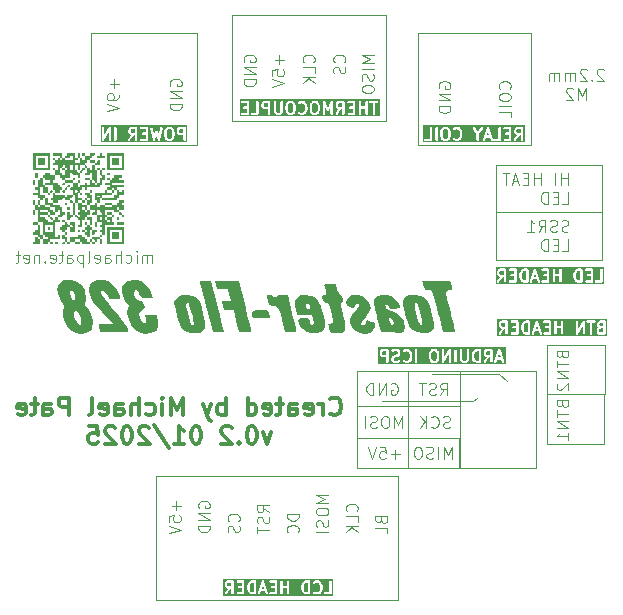
<source format=gbo>
%TF.GenerationSoftware,KiCad,Pcbnew,8.0.8-8.0.8-0~ubuntu24.04.1*%
%TF.CreationDate,2025-02-01T12:16:17-07:00*%
%TF.ProjectId,Control Board,436f6e74-726f-46c2-9042-6f6172642e6b,rev?*%
%TF.SameCoordinates,Original*%
%TF.FileFunction,Legend,Bot*%
%TF.FilePolarity,Positive*%
%FSLAX46Y46*%
G04 Gerber Fmt 4.6, Leading zero omitted, Abs format (unit mm)*
G04 Created by KiCad (PCBNEW 8.0.8-8.0.8-0~ubuntu24.04.1) date 2025-02-01 12:16:17*
%MOMM*%
%LPD*%
G01*
G04 APERTURE LIST*
%ADD10C,0.100000*%
%ADD11C,0.200000*%
%ADD12C,0.300000*%
%ADD13C,0.125000*%
%ADD14C,0.000000*%
G04 APERTURE END LIST*
D10*
X147000000Y-113500000D02*
X167500000Y-113500000D01*
X167500000Y-124000000D01*
X147000000Y-124000000D01*
X147000000Y-113500000D01*
X169250000Y-76000000D02*
X178750000Y-76000000D01*
X178750000Y-85500000D01*
X169250000Y-85500000D01*
X169250000Y-76000000D01*
X153500000Y-74500000D02*
X166500000Y-74500000D01*
X166500000Y-83500000D01*
X153500000Y-83500000D01*
X153500000Y-74500000D01*
X141500000Y-76000000D02*
X150500000Y-76000000D01*
X150500000Y-85500000D01*
X141500000Y-85500000D01*
X141500000Y-76000000D01*
X164025000Y-104600000D02*
X168400000Y-104600000D01*
X168400000Y-112850000D01*
X164025000Y-112850000D01*
X164025000Y-104600000D01*
X176100000Y-104900000D02*
X170400000Y-104900000D01*
X180115704Y-102395942D02*
X185015704Y-102395942D01*
X185015704Y-106595942D01*
X180115704Y-106595942D01*
X180115704Y-102395942D01*
X164025000Y-110286515D02*
X172716880Y-110286515D01*
X172716880Y-112850000D01*
X164025000Y-112850000D01*
X164025000Y-110286515D01*
X175800000Y-91200000D02*
X184800000Y-91200000D01*
X184800000Y-95200000D01*
X175800000Y-95200000D01*
X175800000Y-91200000D01*
X175800000Y-87200000D02*
X184800000Y-87200000D01*
X184800000Y-91200000D01*
X175800000Y-91200000D01*
X175800000Y-87200000D01*
X174215712Y-106881666D02*
X173900000Y-107200000D01*
X173900000Y-107200000D02*
X166200000Y-107200000D01*
X176762214Y-105520170D02*
X176100000Y-104900000D01*
X172775000Y-104600000D02*
X179200000Y-104600000D01*
X179200000Y-112850000D01*
X172775000Y-112850000D01*
X172775000Y-104600000D01*
X164025000Y-104600000D02*
X172775000Y-104600000D01*
X172775000Y-112850000D01*
X164025000Y-112850000D01*
X164025000Y-104600000D01*
X180100000Y-106600000D02*
X185000000Y-106600000D01*
X185000000Y-110800000D01*
X180100000Y-110800000D01*
X180100000Y-106600000D01*
X164025000Y-107600000D02*
X172775000Y-107600000D01*
X172775000Y-110286515D01*
X164025000Y-110286515D01*
X164025000Y-107600000D01*
X171099687Y-106657419D02*
X171433020Y-106181228D01*
X171671115Y-106657419D02*
X171671115Y-105657419D01*
X171671115Y-105657419D02*
X171290163Y-105657419D01*
X171290163Y-105657419D02*
X171194925Y-105705038D01*
X171194925Y-105705038D02*
X171147306Y-105752657D01*
X171147306Y-105752657D02*
X171099687Y-105847895D01*
X171099687Y-105847895D02*
X171099687Y-105990752D01*
X171099687Y-105990752D02*
X171147306Y-106085990D01*
X171147306Y-106085990D02*
X171194925Y-106133609D01*
X171194925Y-106133609D02*
X171290163Y-106181228D01*
X171290163Y-106181228D02*
X171671115Y-106181228D01*
X170718734Y-106609800D02*
X170575877Y-106657419D01*
X170575877Y-106657419D02*
X170337782Y-106657419D01*
X170337782Y-106657419D02*
X170242544Y-106609800D01*
X170242544Y-106609800D02*
X170194925Y-106562180D01*
X170194925Y-106562180D02*
X170147306Y-106466942D01*
X170147306Y-106466942D02*
X170147306Y-106371704D01*
X170147306Y-106371704D02*
X170194925Y-106276466D01*
X170194925Y-106276466D02*
X170242544Y-106228847D01*
X170242544Y-106228847D02*
X170337782Y-106181228D01*
X170337782Y-106181228D02*
X170528258Y-106133609D01*
X170528258Y-106133609D02*
X170623496Y-106085990D01*
X170623496Y-106085990D02*
X170671115Y-106038371D01*
X170671115Y-106038371D02*
X170718734Y-105943133D01*
X170718734Y-105943133D02*
X170718734Y-105847895D01*
X170718734Y-105847895D02*
X170671115Y-105752657D01*
X170671115Y-105752657D02*
X170623496Y-105705038D01*
X170623496Y-105705038D02*
X170528258Y-105657419D01*
X170528258Y-105657419D02*
X170290163Y-105657419D01*
X170290163Y-105657419D02*
X170147306Y-105705038D01*
X169861591Y-105657419D02*
X169290163Y-105657419D01*
X169575877Y-106657419D02*
X169575877Y-105657419D01*
X172071115Y-112057419D02*
X172071115Y-111057419D01*
X172071115Y-111057419D02*
X171737782Y-111771704D01*
X171737782Y-111771704D02*
X171404449Y-111057419D01*
X171404449Y-111057419D02*
X171404449Y-112057419D01*
X170928258Y-112057419D02*
X170928258Y-111057419D01*
X170499687Y-112009800D02*
X170356830Y-112057419D01*
X170356830Y-112057419D02*
X170118735Y-112057419D01*
X170118735Y-112057419D02*
X170023497Y-112009800D01*
X170023497Y-112009800D02*
X169975878Y-111962180D01*
X169975878Y-111962180D02*
X169928259Y-111866942D01*
X169928259Y-111866942D02*
X169928259Y-111771704D01*
X169928259Y-111771704D02*
X169975878Y-111676466D01*
X169975878Y-111676466D02*
X170023497Y-111628847D01*
X170023497Y-111628847D02*
X170118735Y-111581228D01*
X170118735Y-111581228D02*
X170309211Y-111533609D01*
X170309211Y-111533609D02*
X170404449Y-111485990D01*
X170404449Y-111485990D02*
X170452068Y-111438371D01*
X170452068Y-111438371D02*
X170499687Y-111343133D01*
X170499687Y-111343133D02*
X170499687Y-111247895D01*
X170499687Y-111247895D02*
X170452068Y-111152657D01*
X170452068Y-111152657D02*
X170404449Y-111105038D01*
X170404449Y-111105038D02*
X170309211Y-111057419D01*
X170309211Y-111057419D02*
X170071116Y-111057419D01*
X170071116Y-111057419D02*
X169928259Y-111105038D01*
X169309211Y-111057419D02*
X169118735Y-111057419D01*
X169118735Y-111057419D02*
X169023497Y-111105038D01*
X169023497Y-111105038D02*
X168928259Y-111200276D01*
X168928259Y-111200276D02*
X168880640Y-111390752D01*
X168880640Y-111390752D02*
X168880640Y-111724085D01*
X168880640Y-111724085D02*
X168928259Y-111914561D01*
X168928259Y-111914561D02*
X169023497Y-112009800D01*
X169023497Y-112009800D02*
X169118735Y-112057419D01*
X169118735Y-112057419D02*
X169309211Y-112057419D01*
X169309211Y-112057419D02*
X169404449Y-112009800D01*
X169404449Y-112009800D02*
X169499687Y-111914561D01*
X169499687Y-111914561D02*
X169547306Y-111724085D01*
X169547306Y-111724085D02*
X169547306Y-111390752D01*
X169547306Y-111390752D02*
X169499687Y-111200276D01*
X169499687Y-111200276D02*
X169404449Y-111105038D01*
X169404449Y-111105038D02*
X169309211Y-111057419D01*
D11*
G36*
X178523808Y-101352219D02*
G01*
X178401939Y-101352219D01*
X178296874Y-101317197D01*
X178229804Y-101250127D01*
X178194350Y-101179218D01*
X178152380Y-101011337D01*
X178152380Y-100893100D01*
X178194350Y-100725218D01*
X178229803Y-100654312D01*
X178296875Y-100587240D01*
X178401939Y-100552219D01*
X178523808Y-100552219D01*
X178523808Y-101352219D01*
G37*
G36*
X184904761Y-101352219D02*
G01*
X184647416Y-101352219D01*
X184587806Y-101322414D01*
X184563139Y-101297746D01*
X184533333Y-101238134D01*
X184533333Y-101142492D01*
X184563138Y-101082882D01*
X184582589Y-101063430D01*
X184687654Y-101028409D01*
X184904761Y-101028409D01*
X184904761Y-101352219D01*
G37*
G36*
X184904761Y-100828409D02*
G01*
X184695035Y-100828409D01*
X184635425Y-100798604D01*
X184610757Y-100773935D01*
X184580952Y-100714325D01*
X184580952Y-100666302D01*
X184610757Y-100606692D01*
X184635425Y-100582023D01*
X184695035Y-100552219D01*
X184904761Y-100552219D01*
X184904761Y-100828409D01*
G37*
G36*
X176619046Y-100876028D02*
G01*
X176361701Y-100876028D01*
X176302091Y-100846223D01*
X176277423Y-100821554D01*
X176247618Y-100761944D01*
X176247618Y-100666302D01*
X176277423Y-100606692D01*
X176302091Y-100582023D01*
X176361701Y-100552219D01*
X176619046Y-100552219D01*
X176619046Y-100876028D01*
G37*
G36*
X179389828Y-101066504D02*
G01*
X179191123Y-101066504D01*
X179290475Y-100768446D01*
X179389828Y-101066504D01*
G37*
G36*
X185215872Y-101663330D02*
G01*
X175936507Y-101663330D01*
X175936507Y-100642695D01*
X176047618Y-100642695D01*
X176047618Y-100785552D01*
X176049539Y-100805061D01*
X176050914Y-100808381D01*
X176051169Y-100811965D01*
X176058175Y-100830273D01*
X176105794Y-100925511D01*
X176111079Y-100933907D01*
X176112090Y-100936347D01*
X176114343Y-100939093D01*
X176116237Y-100942101D01*
X176118231Y-100943830D01*
X176124526Y-100951501D01*
X176172145Y-100999119D01*
X176179811Y-101005411D01*
X176181544Y-101007409D01*
X176184552Y-101009302D01*
X176187298Y-101011556D01*
X176189738Y-101012566D01*
X176198135Y-101017852D01*
X176293372Y-101065471D01*
X176295662Y-101066347D01*
X176065695Y-101394873D01*
X176056081Y-101411957D01*
X176047641Y-101450051D01*
X176054422Y-101488476D01*
X176075391Y-101521381D01*
X176107356Y-101543756D01*
X176145450Y-101552196D01*
X176183875Y-101545415D01*
X176216780Y-101524446D01*
X176229541Y-101509565D01*
X176533016Y-101076028D01*
X176619046Y-101076028D01*
X176619046Y-101452219D01*
X176620967Y-101471728D01*
X176635899Y-101507776D01*
X176663489Y-101535366D01*
X176699537Y-101550298D01*
X176738555Y-101550298D01*
X176774603Y-101535366D01*
X176802193Y-101507776D01*
X176817125Y-101471728D01*
X176819046Y-101452219D01*
X176819046Y-100452219D01*
X176817125Y-100432710D01*
X177049539Y-100432710D01*
X177049539Y-100471728D01*
X177064471Y-100507776D01*
X177092061Y-100535366D01*
X177128109Y-100550298D01*
X177147618Y-100552219D01*
X177523808Y-100552219D01*
X177523808Y-100828409D01*
X177290475Y-100828409D01*
X177270966Y-100830330D01*
X177234918Y-100845262D01*
X177207328Y-100872852D01*
X177192396Y-100908900D01*
X177192396Y-100947918D01*
X177207328Y-100983966D01*
X177234918Y-101011556D01*
X177270966Y-101026488D01*
X177290475Y-101028409D01*
X177523808Y-101028409D01*
X177523808Y-101352219D01*
X177147618Y-101352219D01*
X177128109Y-101354140D01*
X177092061Y-101369072D01*
X177064471Y-101396662D01*
X177049539Y-101432710D01*
X177049539Y-101471728D01*
X177064471Y-101507776D01*
X177092061Y-101535366D01*
X177128109Y-101550298D01*
X177147618Y-101552219D01*
X177623808Y-101552219D01*
X177643317Y-101550298D01*
X177679365Y-101535366D01*
X177706955Y-101507776D01*
X177721887Y-101471728D01*
X177723808Y-101452219D01*
X177723808Y-100880790D01*
X177952380Y-100880790D01*
X177952380Y-101023647D01*
X177952715Y-101027049D01*
X177952498Y-101028508D01*
X177953577Y-101035805D01*
X177954301Y-101043156D01*
X177954865Y-101044519D01*
X177955366Y-101047901D01*
X178002985Y-101238376D01*
X178003498Y-101239813D01*
X178003550Y-101240536D01*
X178006658Y-101248660D01*
X178009580Y-101256837D01*
X178010010Y-101257417D01*
X178010556Y-101258844D01*
X178058175Y-101354082D01*
X178063457Y-101362474D01*
X178064470Y-101364918D01*
X178066726Y-101367667D01*
X178068618Y-101370672D01*
X178070612Y-101372401D01*
X178076907Y-101380071D01*
X178172145Y-101475311D01*
X178187298Y-101487747D01*
X178190617Y-101489122D01*
X178193333Y-101491477D01*
X178211233Y-101499468D01*
X178354090Y-101547087D01*
X178363762Y-101549286D01*
X178366204Y-101550298D01*
X178369741Y-101550646D01*
X178373205Y-101551434D01*
X178375839Y-101551246D01*
X178385713Y-101552219D01*
X178623808Y-101552219D01*
X178643317Y-101550298D01*
X178679365Y-101535366D01*
X178706955Y-101507776D01*
X178721887Y-101471728D01*
X178723808Y-101452219D01*
X178723808Y-101439712D01*
X178857927Y-101439712D01*
X178860693Y-101478632D01*
X178878143Y-101513531D01*
X178907619Y-101539096D01*
X178944635Y-101551434D01*
X178983555Y-101548668D01*
X179018454Y-101531218D01*
X179044019Y-101501742D01*
X179052010Y-101483842D01*
X179124456Y-101266504D01*
X179456494Y-101266504D01*
X179528940Y-101483841D01*
X179536931Y-101501742D01*
X179562496Y-101531218D01*
X179597395Y-101548667D01*
X179636315Y-101551434D01*
X179673331Y-101539095D01*
X179702807Y-101513530D01*
X179720257Y-101478631D01*
X179723023Y-101439711D01*
X179718676Y-101420596D01*
X179389381Y-100432710D01*
X179811444Y-100432710D01*
X179811444Y-100471728D01*
X179826376Y-100507776D01*
X179853966Y-100535366D01*
X179890014Y-100550298D01*
X179909523Y-100552219D01*
X180285713Y-100552219D01*
X180285713Y-100828409D01*
X180052380Y-100828409D01*
X180032871Y-100830330D01*
X179996823Y-100845262D01*
X179969233Y-100872852D01*
X179954301Y-100908900D01*
X179954301Y-100947918D01*
X179969233Y-100983966D01*
X179996823Y-101011556D01*
X180032871Y-101026488D01*
X180052380Y-101028409D01*
X180285713Y-101028409D01*
X180285713Y-101352219D01*
X179909523Y-101352219D01*
X179890014Y-101354140D01*
X179853966Y-101369072D01*
X179826376Y-101396662D01*
X179811444Y-101432710D01*
X179811444Y-101471728D01*
X179826376Y-101507776D01*
X179853966Y-101535366D01*
X179890014Y-101550298D01*
X179909523Y-101552219D01*
X180385713Y-101552219D01*
X180405222Y-101550298D01*
X180441270Y-101535366D01*
X180468860Y-101507776D01*
X180483792Y-101471728D01*
X180485713Y-101452219D01*
X180485713Y-100452219D01*
X180761904Y-100452219D01*
X180761904Y-101452219D01*
X180763825Y-101471728D01*
X180778757Y-101507776D01*
X180806347Y-101535366D01*
X180842395Y-101550298D01*
X180881413Y-101550298D01*
X180917461Y-101535366D01*
X180945051Y-101507776D01*
X180959983Y-101471728D01*
X180961904Y-101452219D01*
X180961904Y-101028409D01*
X181333332Y-101028409D01*
X181333332Y-101452219D01*
X181335253Y-101471728D01*
X181350185Y-101507776D01*
X181377775Y-101535366D01*
X181413823Y-101550298D01*
X181452841Y-101550298D01*
X181488889Y-101535366D01*
X181516479Y-101507776D01*
X181531411Y-101471728D01*
X181533332Y-101452219D01*
X181533332Y-100452219D01*
X182571428Y-100452219D01*
X182571428Y-101452219D01*
X182571922Y-101457236D01*
X182571672Y-101459204D01*
X182572366Y-101461750D01*
X182573349Y-101471728D01*
X182578440Y-101484018D01*
X182581939Y-101496847D01*
X182585841Y-101501885D01*
X182588281Y-101507776D01*
X182597686Y-101517181D01*
X182605829Y-101527696D01*
X182611363Y-101530858D01*
X182615871Y-101535366D01*
X182628156Y-101540454D01*
X182639706Y-101547055D01*
X182646030Y-101547858D01*
X182651919Y-101550298D01*
X182665220Y-101550298D01*
X182678413Y-101551975D01*
X182684562Y-101550298D01*
X182690937Y-101550298D01*
X182703227Y-101545206D01*
X182716056Y-101541708D01*
X182721094Y-101537805D01*
X182726985Y-101535366D01*
X182736390Y-101525960D01*
X182746905Y-101517818D01*
X182752708Y-101509642D01*
X182754575Y-101507776D01*
X182755333Y-101505943D01*
X182758252Y-101501833D01*
X183142856Y-100828775D01*
X183142856Y-101452219D01*
X183144777Y-101471728D01*
X183159709Y-101507776D01*
X183187299Y-101535366D01*
X183223347Y-101550298D01*
X183262365Y-101550298D01*
X183298413Y-101535366D01*
X183326003Y-101507776D01*
X183340935Y-101471728D01*
X183342856Y-101452219D01*
X183342856Y-100452219D01*
X183342361Y-100447201D01*
X183342612Y-100445234D01*
X183341917Y-100442687D01*
X183340935Y-100432710D01*
X183478111Y-100432710D01*
X183478111Y-100471728D01*
X183493043Y-100507776D01*
X183520633Y-100535366D01*
X183556681Y-100550298D01*
X183576190Y-100552219D01*
X183761904Y-100552219D01*
X183761904Y-101452219D01*
X183763825Y-101471728D01*
X183778757Y-101507776D01*
X183806347Y-101535366D01*
X183842395Y-101550298D01*
X183881413Y-101550298D01*
X183917461Y-101535366D01*
X183945051Y-101507776D01*
X183959983Y-101471728D01*
X183961904Y-101452219D01*
X183961904Y-101118885D01*
X184333333Y-101118885D01*
X184333333Y-101261742D01*
X184335254Y-101281251D01*
X184336629Y-101284571D01*
X184336884Y-101288155D01*
X184343890Y-101306463D01*
X184391509Y-101401701D01*
X184396792Y-101410093D01*
X184397804Y-101412537D01*
X184400060Y-101415286D01*
X184401952Y-101418291D01*
X184403946Y-101420020D01*
X184410241Y-101427690D01*
X184457859Y-101475310D01*
X184465527Y-101481603D01*
X184467259Y-101483600D01*
X184470267Y-101485493D01*
X184473013Y-101487747D01*
X184475453Y-101488757D01*
X184483850Y-101494043D01*
X184579087Y-101541662D01*
X184597396Y-101548668D01*
X184600979Y-101548922D01*
X184604300Y-101550298D01*
X184623809Y-101552219D01*
X185004761Y-101552219D01*
X185024270Y-101550298D01*
X185060318Y-101535366D01*
X185087908Y-101507776D01*
X185102840Y-101471728D01*
X185104761Y-101452219D01*
X185104761Y-100452219D01*
X185102840Y-100432710D01*
X185087908Y-100396662D01*
X185060318Y-100369072D01*
X185024270Y-100354140D01*
X185004761Y-100352219D01*
X184671428Y-100352219D01*
X184651919Y-100354140D01*
X184648598Y-100355515D01*
X184645015Y-100355770D01*
X184626706Y-100362776D01*
X184531469Y-100410395D01*
X184523072Y-100415680D01*
X184520632Y-100416691D01*
X184517886Y-100418944D01*
X184514878Y-100420838D01*
X184513145Y-100422835D01*
X184505479Y-100429128D01*
X184457860Y-100476746D01*
X184451565Y-100484416D01*
X184449571Y-100486146D01*
X184447677Y-100489153D01*
X184445424Y-100491900D01*
X184444413Y-100494339D01*
X184439128Y-100502736D01*
X184391509Y-100597974D01*
X184384503Y-100616282D01*
X184384248Y-100619865D01*
X184382873Y-100623186D01*
X184380952Y-100642695D01*
X184380952Y-100737933D01*
X184382873Y-100757442D01*
X184384248Y-100760762D01*
X184384503Y-100764346D01*
X184391509Y-100782654D01*
X184439128Y-100877892D01*
X184444413Y-100886288D01*
X184445424Y-100888728D01*
X184447677Y-100891474D01*
X184449571Y-100894482D01*
X184451565Y-100896211D01*
X184457860Y-100903882D01*
X184458648Y-100904670D01*
X184457860Y-100905318D01*
X184410241Y-100952936D01*
X184403946Y-100960606D01*
X184401952Y-100962336D01*
X184400058Y-100965343D01*
X184397805Y-100968090D01*
X184396794Y-100970529D01*
X184391509Y-100978926D01*
X184343890Y-101074164D01*
X184336884Y-101092472D01*
X184336629Y-101096055D01*
X184335254Y-101099376D01*
X184333333Y-101118885D01*
X183961904Y-101118885D01*
X183961904Y-100552219D01*
X184147618Y-100552219D01*
X184167127Y-100550298D01*
X184203175Y-100535366D01*
X184230765Y-100507776D01*
X184245697Y-100471728D01*
X184245697Y-100432710D01*
X184230765Y-100396662D01*
X184203175Y-100369072D01*
X184167127Y-100354140D01*
X184147618Y-100352219D01*
X183576190Y-100352219D01*
X183556681Y-100354140D01*
X183520633Y-100369072D01*
X183493043Y-100396662D01*
X183478111Y-100432710D01*
X183340935Y-100432710D01*
X183335845Y-100420423D01*
X183332346Y-100407591D01*
X183328441Y-100402549D01*
X183326003Y-100396662D01*
X183316599Y-100387258D01*
X183308455Y-100376742D01*
X183302920Y-100373579D01*
X183298413Y-100369072D01*
X183286127Y-100363983D01*
X183274578Y-100357383D01*
X183268253Y-100356579D01*
X183262365Y-100354140D01*
X183249065Y-100354140D01*
X183235872Y-100352463D01*
X183229723Y-100354140D01*
X183223347Y-100354140D01*
X183211060Y-100359229D01*
X183198228Y-100362729D01*
X183193186Y-100366633D01*
X183187299Y-100369072D01*
X183177895Y-100378475D01*
X183167379Y-100386620D01*
X183161575Y-100394795D01*
X183159709Y-100396662D01*
X183158950Y-100398494D01*
X183156032Y-100402605D01*
X182771428Y-101075662D01*
X182771428Y-100452219D01*
X182769507Y-100432710D01*
X182754575Y-100396662D01*
X182726985Y-100369072D01*
X182690937Y-100354140D01*
X182651919Y-100354140D01*
X182615871Y-100369072D01*
X182588281Y-100396662D01*
X182573349Y-100432710D01*
X182571428Y-100452219D01*
X181533332Y-100452219D01*
X181531411Y-100432710D01*
X181516479Y-100396662D01*
X181488889Y-100369072D01*
X181452841Y-100354140D01*
X181413823Y-100354140D01*
X181377775Y-100369072D01*
X181350185Y-100396662D01*
X181335253Y-100432710D01*
X181333332Y-100452219D01*
X181333332Y-100828409D01*
X180961904Y-100828409D01*
X180961904Y-100452219D01*
X180959983Y-100432710D01*
X180945051Y-100396662D01*
X180917461Y-100369072D01*
X180881413Y-100354140D01*
X180842395Y-100354140D01*
X180806347Y-100369072D01*
X180778757Y-100396662D01*
X180763825Y-100432710D01*
X180761904Y-100452219D01*
X180485713Y-100452219D01*
X180483792Y-100432710D01*
X180468860Y-100396662D01*
X180441270Y-100369072D01*
X180405222Y-100354140D01*
X180385713Y-100352219D01*
X179909523Y-100352219D01*
X179890014Y-100354140D01*
X179853966Y-100369072D01*
X179826376Y-100396662D01*
X179811444Y-100432710D01*
X179389381Y-100432710D01*
X179385343Y-100420596D01*
X179377352Y-100402696D01*
X179372667Y-100397294D01*
X179369474Y-100390908D01*
X179360005Y-100382695D01*
X179351787Y-100373220D01*
X179345395Y-100370023D01*
X179339998Y-100365343D01*
X179328104Y-100361378D01*
X179316888Y-100355770D01*
X179309760Y-100355263D01*
X179302982Y-100353004D01*
X179290477Y-100353893D01*
X179277968Y-100353004D01*
X179271186Y-100355264D01*
X179264062Y-100355771D01*
X179252853Y-100361374D01*
X179240952Y-100365342D01*
X179235551Y-100370025D01*
X179229163Y-100373220D01*
X179220947Y-100382691D01*
X179211476Y-100390907D01*
X179208281Y-100397296D01*
X179203598Y-100402696D01*
X179195607Y-100420597D01*
X178862274Y-101420596D01*
X178857927Y-101439712D01*
X178723808Y-101439712D01*
X178723808Y-100452219D01*
X178721887Y-100432710D01*
X178706955Y-100396662D01*
X178679365Y-100369072D01*
X178643317Y-100354140D01*
X178623808Y-100352219D01*
X178385713Y-100352219D01*
X178375839Y-100353191D01*
X178373205Y-100353004D01*
X178369741Y-100353791D01*
X178366204Y-100354140D01*
X178363762Y-100355151D01*
X178354090Y-100357351D01*
X178211233Y-100404970D01*
X178193333Y-100412961D01*
X178190617Y-100415316D01*
X178187299Y-100416691D01*
X178172145Y-100429127D01*
X178076907Y-100524365D01*
X178070612Y-100532035D01*
X178068618Y-100533765D01*
X178066724Y-100536772D01*
X178064471Y-100539519D01*
X178063460Y-100541958D01*
X178058175Y-100550355D01*
X178010556Y-100645593D01*
X178010010Y-100647019D01*
X178009580Y-100647600D01*
X178006658Y-100655776D01*
X178003550Y-100663901D01*
X178003498Y-100664623D01*
X178002985Y-100666061D01*
X177955366Y-100856536D01*
X177954865Y-100859917D01*
X177954301Y-100861281D01*
X177953577Y-100868631D01*
X177952498Y-100875929D01*
X177952715Y-100877387D01*
X177952380Y-100880790D01*
X177723808Y-100880790D01*
X177723808Y-100452219D01*
X177721887Y-100432710D01*
X177706955Y-100396662D01*
X177679365Y-100369072D01*
X177643317Y-100354140D01*
X177623808Y-100352219D01*
X177147618Y-100352219D01*
X177128109Y-100354140D01*
X177092061Y-100369072D01*
X177064471Y-100396662D01*
X177049539Y-100432710D01*
X176817125Y-100432710D01*
X176802193Y-100396662D01*
X176774603Y-100369072D01*
X176738555Y-100354140D01*
X176719046Y-100352219D01*
X176338094Y-100352219D01*
X176318585Y-100354140D01*
X176315264Y-100355515D01*
X176311681Y-100355770D01*
X176293372Y-100362776D01*
X176198135Y-100410395D01*
X176189738Y-100415680D01*
X176187298Y-100416691D01*
X176184552Y-100418944D01*
X176181544Y-100420838D01*
X176179811Y-100422835D01*
X176172145Y-100429128D01*
X176124526Y-100476746D01*
X176118231Y-100484416D01*
X176116237Y-100486146D01*
X176114343Y-100489153D01*
X176112090Y-100491900D01*
X176111079Y-100494339D01*
X176105794Y-100502736D01*
X176058175Y-100597974D01*
X176051169Y-100616282D01*
X176050914Y-100619865D01*
X176049539Y-100623186D01*
X176047618Y-100642695D01*
X175936507Y-100642695D01*
X175936507Y-100241108D01*
X185215872Y-100241108D01*
X185215872Y-101663330D01*
G37*
D10*
X181417943Y-107437217D02*
X181465562Y-107580074D01*
X181465562Y-107580074D02*
X181513181Y-107627693D01*
X181513181Y-107627693D02*
X181608419Y-107675312D01*
X181608419Y-107675312D02*
X181751276Y-107675312D01*
X181751276Y-107675312D02*
X181846514Y-107627693D01*
X181846514Y-107627693D02*
X181894134Y-107580074D01*
X181894134Y-107580074D02*
X181941753Y-107484836D01*
X181941753Y-107484836D02*
X181941753Y-107103884D01*
X181941753Y-107103884D02*
X180941753Y-107103884D01*
X180941753Y-107103884D02*
X180941753Y-107437217D01*
X180941753Y-107437217D02*
X180989372Y-107532455D01*
X180989372Y-107532455D02*
X181036991Y-107580074D01*
X181036991Y-107580074D02*
X181132229Y-107627693D01*
X181132229Y-107627693D02*
X181227467Y-107627693D01*
X181227467Y-107627693D02*
X181322705Y-107580074D01*
X181322705Y-107580074D02*
X181370324Y-107532455D01*
X181370324Y-107532455D02*
X181417943Y-107437217D01*
X181417943Y-107437217D02*
X181417943Y-107103884D01*
X180941753Y-107961027D02*
X180941753Y-108532455D01*
X181941753Y-108246741D02*
X180941753Y-108246741D01*
X181941753Y-108865789D02*
X180941753Y-108865789D01*
X180941753Y-108865789D02*
X181941753Y-109437217D01*
X181941753Y-109437217D02*
X180941753Y-109437217D01*
X181941753Y-110437217D02*
X181941753Y-109865789D01*
X181941753Y-110151503D02*
X180941753Y-110151503D01*
X180941753Y-110151503D02*
X181084610Y-110056265D01*
X181084610Y-110056265D02*
X181179848Y-109961027D01*
X181179848Y-109961027D02*
X181227467Y-109865789D01*
D12*
X161785713Y-108243055D02*
X161857141Y-108314484D01*
X161857141Y-108314484D02*
X162071427Y-108385912D01*
X162071427Y-108385912D02*
X162214284Y-108385912D01*
X162214284Y-108385912D02*
X162428570Y-108314484D01*
X162428570Y-108314484D02*
X162571427Y-108171626D01*
X162571427Y-108171626D02*
X162642856Y-108028769D01*
X162642856Y-108028769D02*
X162714284Y-107743055D01*
X162714284Y-107743055D02*
X162714284Y-107528769D01*
X162714284Y-107528769D02*
X162642856Y-107243055D01*
X162642856Y-107243055D02*
X162571427Y-107100198D01*
X162571427Y-107100198D02*
X162428570Y-106957341D01*
X162428570Y-106957341D02*
X162214284Y-106885912D01*
X162214284Y-106885912D02*
X162071427Y-106885912D01*
X162071427Y-106885912D02*
X161857141Y-106957341D01*
X161857141Y-106957341D02*
X161785713Y-107028769D01*
X161142856Y-108385912D02*
X161142856Y-107385912D01*
X161142856Y-107671626D02*
X161071427Y-107528769D01*
X161071427Y-107528769D02*
X160999999Y-107457341D01*
X160999999Y-107457341D02*
X160857141Y-107385912D01*
X160857141Y-107385912D02*
X160714284Y-107385912D01*
X159642856Y-108314484D02*
X159785713Y-108385912D01*
X159785713Y-108385912D02*
X160071428Y-108385912D01*
X160071428Y-108385912D02*
X160214285Y-108314484D01*
X160214285Y-108314484D02*
X160285713Y-108171626D01*
X160285713Y-108171626D02*
X160285713Y-107600198D01*
X160285713Y-107600198D02*
X160214285Y-107457341D01*
X160214285Y-107457341D02*
X160071428Y-107385912D01*
X160071428Y-107385912D02*
X159785713Y-107385912D01*
X159785713Y-107385912D02*
X159642856Y-107457341D01*
X159642856Y-107457341D02*
X159571428Y-107600198D01*
X159571428Y-107600198D02*
X159571428Y-107743055D01*
X159571428Y-107743055D02*
X160285713Y-107885912D01*
X158285714Y-108385912D02*
X158285714Y-107600198D01*
X158285714Y-107600198D02*
X158357142Y-107457341D01*
X158357142Y-107457341D02*
X158499999Y-107385912D01*
X158499999Y-107385912D02*
X158785714Y-107385912D01*
X158785714Y-107385912D02*
X158928571Y-107457341D01*
X158285714Y-108314484D02*
X158428571Y-108385912D01*
X158428571Y-108385912D02*
X158785714Y-108385912D01*
X158785714Y-108385912D02*
X158928571Y-108314484D01*
X158928571Y-108314484D02*
X158999999Y-108171626D01*
X158999999Y-108171626D02*
X158999999Y-108028769D01*
X158999999Y-108028769D02*
X158928571Y-107885912D01*
X158928571Y-107885912D02*
X158785714Y-107814484D01*
X158785714Y-107814484D02*
X158428571Y-107814484D01*
X158428571Y-107814484D02*
X158285714Y-107743055D01*
X157785713Y-107385912D02*
X157214285Y-107385912D01*
X157571428Y-106885912D02*
X157571428Y-108171626D01*
X157571428Y-108171626D02*
X157499999Y-108314484D01*
X157499999Y-108314484D02*
X157357142Y-108385912D01*
X157357142Y-108385912D02*
X157214285Y-108385912D01*
X156142856Y-108314484D02*
X156285713Y-108385912D01*
X156285713Y-108385912D02*
X156571428Y-108385912D01*
X156571428Y-108385912D02*
X156714285Y-108314484D01*
X156714285Y-108314484D02*
X156785713Y-108171626D01*
X156785713Y-108171626D02*
X156785713Y-107600198D01*
X156785713Y-107600198D02*
X156714285Y-107457341D01*
X156714285Y-107457341D02*
X156571428Y-107385912D01*
X156571428Y-107385912D02*
X156285713Y-107385912D01*
X156285713Y-107385912D02*
X156142856Y-107457341D01*
X156142856Y-107457341D02*
X156071428Y-107600198D01*
X156071428Y-107600198D02*
X156071428Y-107743055D01*
X156071428Y-107743055D02*
X156785713Y-107885912D01*
X154785714Y-108385912D02*
X154785714Y-106885912D01*
X154785714Y-108314484D02*
X154928571Y-108385912D01*
X154928571Y-108385912D02*
X155214285Y-108385912D01*
X155214285Y-108385912D02*
X155357142Y-108314484D01*
X155357142Y-108314484D02*
X155428571Y-108243055D01*
X155428571Y-108243055D02*
X155499999Y-108100198D01*
X155499999Y-108100198D02*
X155499999Y-107671626D01*
X155499999Y-107671626D02*
X155428571Y-107528769D01*
X155428571Y-107528769D02*
X155357142Y-107457341D01*
X155357142Y-107457341D02*
X155214285Y-107385912D01*
X155214285Y-107385912D02*
X154928571Y-107385912D01*
X154928571Y-107385912D02*
X154785714Y-107457341D01*
X152928571Y-108385912D02*
X152928571Y-106885912D01*
X152928571Y-107457341D02*
X152785714Y-107385912D01*
X152785714Y-107385912D02*
X152499999Y-107385912D01*
X152499999Y-107385912D02*
X152357142Y-107457341D01*
X152357142Y-107457341D02*
X152285714Y-107528769D01*
X152285714Y-107528769D02*
X152214285Y-107671626D01*
X152214285Y-107671626D02*
X152214285Y-108100198D01*
X152214285Y-108100198D02*
X152285714Y-108243055D01*
X152285714Y-108243055D02*
X152357142Y-108314484D01*
X152357142Y-108314484D02*
X152499999Y-108385912D01*
X152499999Y-108385912D02*
X152785714Y-108385912D01*
X152785714Y-108385912D02*
X152928571Y-108314484D01*
X151714285Y-107385912D02*
X151357142Y-108385912D01*
X150999999Y-107385912D02*
X151357142Y-108385912D01*
X151357142Y-108385912D02*
X151499999Y-108743055D01*
X151499999Y-108743055D02*
X151571428Y-108814484D01*
X151571428Y-108814484D02*
X151714285Y-108885912D01*
X149285714Y-108385912D02*
X149285714Y-106885912D01*
X149285714Y-106885912D02*
X148785714Y-107957341D01*
X148785714Y-107957341D02*
X148285714Y-106885912D01*
X148285714Y-106885912D02*
X148285714Y-108385912D01*
X147571428Y-108385912D02*
X147571428Y-107385912D01*
X147571428Y-106885912D02*
X147642856Y-106957341D01*
X147642856Y-106957341D02*
X147571428Y-107028769D01*
X147571428Y-107028769D02*
X147499999Y-106957341D01*
X147499999Y-106957341D02*
X147571428Y-106885912D01*
X147571428Y-106885912D02*
X147571428Y-107028769D01*
X146214285Y-108314484D02*
X146357142Y-108385912D01*
X146357142Y-108385912D02*
X146642856Y-108385912D01*
X146642856Y-108385912D02*
X146785713Y-108314484D01*
X146785713Y-108314484D02*
X146857142Y-108243055D01*
X146857142Y-108243055D02*
X146928570Y-108100198D01*
X146928570Y-108100198D02*
X146928570Y-107671626D01*
X146928570Y-107671626D02*
X146857142Y-107528769D01*
X146857142Y-107528769D02*
X146785713Y-107457341D01*
X146785713Y-107457341D02*
X146642856Y-107385912D01*
X146642856Y-107385912D02*
X146357142Y-107385912D01*
X146357142Y-107385912D02*
X146214285Y-107457341D01*
X145571428Y-108385912D02*
X145571428Y-106885912D01*
X144928571Y-108385912D02*
X144928571Y-107600198D01*
X144928571Y-107600198D02*
X144999999Y-107457341D01*
X144999999Y-107457341D02*
X145142856Y-107385912D01*
X145142856Y-107385912D02*
X145357142Y-107385912D01*
X145357142Y-107385912D02*
X145499999Y-107457341D01*
X145499999Y-107457341D02*
X145571428Y-107528769D01*
X143571428Y-108385912D02*
X143571428Y-107600198D01*
X143571428Y-107600198D02*
X143642856Y-107457341D01*
X143642856Y-107457341D02*
X143785713Y-107385912D01*
X143785713Y-107385912D02*
X144071428Y-107385912D01*
X144071428Y-107385912D02*
X144214285Y-107457341D01*
X143571428Y-108314484D02*
X143714285Y-108385912D01*
X143714285Y-108385912D02*
X144071428Y-108385912D01*
X144071428Y-108385912D02*
X144214285Y-108314484D01*
X144214285Y-108314484D02*
X144285713Y-108171626D01*
X144285713Y-108171626D02*
X144285713Y-108028769D01*
X144285713Y-108028769D02*
X144214285Y-107885912D01*
X144214285Y-107885912D02*
X144071428Y-107814484D01*
X144071428Y-107814484D02*
X143714285Y-107814484D01*
X143714285Y-107814484D02*
X143571428Y-107743055D01*
X142285713Y-108314484D02*
X142428570Y-108385912D01*
X142428570Y-108385912D02*
X142714285Y-108385912D01*
X142714285Y-108385912D02*
X142857142Y-108314484D01*
X142857142Y-108314484D02*
X142928570Y-108171626D01*
X142928570Y-108171626D02*
X142928570Y-107600198D01*
X142928570Y-107600198D02*
X142857142Y-107457341D01*
X142857142Y-107457341D02*
X142714285Y-107385912D01*
X142714285Y-107385912D02*
X142428570Y-107385912D01*
X142428570Y-107385912D02*
X142285713Y-107457341D01*
X142285713Y-107457341D02*
X142214285Y-107600198D01*
X142214285Y-107600198D02*
X142214285Y-107743055D01*
X142214285Y-107743055D02*
X142928570Y-107885912D01*
X141357142Y-108385912D02*
X141499999Y-108314484D01*
X141499999Y-108314484D02*
X141571428Y-108171626D01*
X141571428Y-108171626D02*
X141571428Y-106885912D01*
X139642857Y-108385912D02*
X139642857Y-106885912D01*
X139642857Y-106885912D02*
X139071428Y-106885912D01*
X139071428Y-106885912D02*
X138928571Y-106957341D01*
X138928571Y-106957341D02*
X138857142Y-107028769D01*
X138857142Y-107028769D02*
X138785714Y-107171626D01*
X138785714Y-107171626D02*
X138785714Y-107385912D01*
X138785714Y-107385912D02*
X138857142Y-107528769D01*
X138857142Y-107528769D02*
X138928571Y-107600198D01*
X138928571Y-107600198D02*
X139071428Y-107671626D01*
X139071428Y-107671626D02*
X139642857Y-107671626D01*
X137500000Y-108385912D02*
X137500000Y-107600198D01*
X137500000Y-107600198D02*
X137571428Y-107457341D01*
X137571428Y-107457341D02*
X137714285Y-107385912D01*
X137714285Y-107385912D02*
X138000000Y-107385912D01*
X138000000Y-107385912D02*
X138142857Y-107457341D01*
X137500000Y-108314484D02*
X137642857Y-108385912D01*
X137642857Y-108385912D02*
X138000000Y-108385912D01*
X138000000Y-108385912D02*
X138142857Y-108314484D01*
X138142857Y-108314484D02*
X138214285Y-108171626D01*
X138214285Y-108171626D02*
X138214285Y-108028769D01*
X138214285Y-108028769D02*
X138142857Y-107885912D01*
X138142857Y-107885912D02*
X138000000Y-107814484D01*
X138000000Y-107814484D02*
X137642857Y-107814484D01*
X137642857Y-107814484D02*
X137500000Y-107743055D01*
X136999999Y-107385912D02*
X136428571Y-107385912D01*
X136785714Y-106885912D02*
X136785714Y-108171626D01*
X136785714Y-108171626D02*
X136714285Y-108314484D01*
X136714285Y-108314484D02*
X136571428Y-108385912D01*
X136571428Y-108385912D02*
X136428571Y-108385912D01*
X135357142Y-108314484D02*
X135499999Y-108385912D01*
X135499999Y-108385912D02*
X135785714Y-108385912D01*
X135785714Y-108385912D02*
X135928571Y-108314484D01*
X135928571Y-108314484D02*
X135999999Y-108171626D01*
X135999999Y-108171626D02*
X135999999Y-107600198D01*
X135999999Y-107600198D02*
X135928571Y-107457341D01*
X135928571Y-107457341D02*
X135785714Y-107385912D01*
X135785714Y-107385912D02*
X135499999Y-107385912D01*
X135499999Y-107385912D02*
X135357142Y-107457341D01*
X135357142Y-107457341D02*
X135285714Y-107600198D01*
X135285714Y-107600198D02*
X135285714Y-107743055D01*
X135285714Y-107743055D02*
X135999999Y-107885912D01*
X156785712Y-109800828D02*
X156428569Y-110800828D01*
X156428569Y-110800828D02*
X156071426Y-109800828D01*
X155214283Y-109300828D02*
X155071426Y-109300828D01*
X155071426Y-109300828D02*
X154928569Y-109372257D01*
X154928569Y-109372257D02*
X154857141Y-109443685D01*
X154857141Y-109443685D02*
X154785712Y-109586542D01*
X154785712Y-109586542D02*
X154714283Y-109872257D01*
X154714283Y-109872257D02*
X154714283Y-110229400D01*
X154714283Y-110229400D02*
X154785712Y-110515114D01*
X154785712Y-110515114D02*
X154857141Y-110657971D01*
X154857141Y-110657971D02*
X154928569Y-110729400D01*
X154928569Y-110729400D02*
X155071426Y-110800828D01*
X155071426Y-110800828D02*
X155214283Y-110800828D01*
X155214283Y-110800828D02*
X155357141Y-110729400D01*
X155357141Y-110729400D02*
X155428569Y-110657971D01*
X155428569Y-110657971D02*
X155499998Y-110515114D01*
X155499998Y-110515114D02*
X155571426Y-110229400D01*
X155571426Y-110229400D02*
X155571426Y-109872257D01*
X155571426Y-109872257D02*
X155499998Y-109586542D01*
X155499998Y-109586542D02*
X155428569Y-109443685D01*
X155428569Y-109443685D02*
X155357141Y-109372257D01*
X155357141Y-109372257D02*
X155214283Y-109300828D01*
X154071427Y-110657971D02*
X153999998Y-110729400D01*
X153999998Y-110729400D02*
X154071427Y-110800828D01*
X154071427Y-110800828D02*
X154142855Y-110729400D01*
X154142855Y-110729400D02*
X154071427Y-110657971D01*
X154071427Y-110657971D02*
X154071427Y-110800828D01*
X153428569Y-109443685D02*
X153357141Y-109372257D01*
X153357141Y-109372257D02*
X153214284Y-109300828D01*
X153214284Y-109300828D02*
X152857141Y-109300828D01*
X152857141Y-109300828D02*
X152714284Y-109372257D01*
X152714284Y-109372257D02*
X152642855Y-109443685D01*
X152642855Y-109443685D02*
X152571426Y-109586542D01*
X152571426Y-109586542D02*
X152571426Y-109729400D01*
X152571426Y-109729400D02*
X152642855Y-109943685D01*
X152642855Y-109943685D02*
X153499998Y-110800828D01*
X153499998Y-110800828D02*
X152571426Y-110800828D01*
X150499998Y-109300828D02*
X150357141Y-109300828D01*
X150357141Y-109300828D02*
X150214284Y-109372257D01*
X150214284Y-109372257D02*
X150142856Y-109443685D01*
X150142856Y-109443685D02*
X150071427Y-109586542D01*
X150071427Y-109586542D02*
X149999998Y-109872257D01*
X149999998Y-109872257D02*
X149999998Y-110229400D01*
X149999998Y-110229400D02*
X150071427Y-110515114D01*
X150071427Y-110515114D02*
X150142856Y-110657971D01*
X150142856Y-110657971D02*
X150214284Y-110729400D01*
X150214284Y-110729400D02*
X150357141Y-110800828D01*
X150357141Y-110800828D02*
X150499998Y-110800828D01*
X150499998Y-110800828D02*
X150642856Y-110729400D01*
X150642856Y-110729400D02*
X150714284Y-110657971D01*
X150714284Y-110657971D02*
X150785713Y-110515114D01*
X150785713Y-110515114D02*
X150857141Y-110229400D01*
X150857141Y-110229400D02*
X150857141Y-109872257D01*
X150857141Y-109872257D02*
X150785713Y-109586542D01*
X150785713Y-109586542D02*
X150714284Y-109443685D01*
X150714284Y-109443685D02*
X150642856Y-109372257D01*
X150642856Y-109372257D02*
X150499998Y-109300828D01*
X148571427Y-110800828D02*
X149428570Y-110800828D01*
X148999999Y-110800828D02*
X148999999Y-109300828D01*
X148999999Y-109300828D02*
X149142856Y-109515114D01*
X149142856Y-109515114D02*
X149285713Y-109657971D01*
X149285713Y-109657971D02*
X149428570Y-109729400D01*
X146857142Y-109229400D02*
X148142856Y-111157971D01*
X146428570Y-109443685D02*
X146357142Y-109372257D01*
X146357142Y-109372257D02*
X146214285Y-109300828D01*
X146214285Y-109300828D02*
X145857142Y-109300828D01*
X145857142Y-109300828D02*
X145714285Y-109372257D01*
X145714285Y-109372257D02*
X145642856Y-109443685D01*
X145642856Y-109443685D02*
X145571427Y-109586542D01*
X145571427Y-109586542D02*
X145571427Y-109729400D01*
X145571427Y-109729400D02*
X145642856Y-109943685D01*
X145642856Y-109943685D02*
X146499999Y-110800828D01*
X146499999Y-110800828D02*
X145571427Y-110800828D01*
X144642856Y-109300828D02*
X144499999Y-109300828D01*
X144499999Y-109300828D02*
X144357142Y-109372257D01*
X144357142Y-109372257D02*
X144285714Y-109443685D01*
X144285714Y-109443685D02*
X144214285Y-109586542D01*
X144214285Y-109586542D02*
X144142856Y-109872257D01*
X144142856Y-109872257D02*
X144142856Y-110229400D01*
X144142856Y-110229400D02*
X144214285Y-110515114D01*
X144214285Y-110515114D02*
X144285714Y-110657971D01*
X144285714Y-110657971D02*
X144357142Y-110729400D01*
X144357142Y-110729400D02*
X144499999Y-110800828D01*
X144499999Y-110800828D02*
X144642856Y-110800828D01*
X144642856Y-110800828D02*
X144785714Y-110729400D01*
X144785714Y-110729400D02*
X144857142Y-110657971D01*
X144857142Y-110657971D02*
X144928571Y-110515114D01*
X144928571Y-110515114D02*
X144999999Y-110229400D01*
X144999999Y-110229400D02*
X144999999Y-109872257D01*
X144999999Y-109872257D02*
X144928571Y-109586542D01*
X144928571Y-109586542D02*
X144857142Y-109443685D01*
X144857142Y-109443685D02*
X144785714Y-109372257D01*
X144785714Y-109372257D02*
X144642856Y-109300828D01*
X143571428Y-109443685D02*
X143500000Y-109372257D01*
X143500000Y-109372257D02*
X143357143Y-109300828D01*
X143357143Y-109300828D02*
X143000000Y-109300828D01*
X143000000Y-109300828D02*
X142857143Y-109372257D01*
X142857143Y-109372257D02*
X142785714Y-109443685D01*
X142785714Y-109443685D02*
X142714285Y-109586542D01*
X142714285Y-109586542D02*
X142714285Y-109729400D01*
X142714285Y-109729400D02*
X142785714Y-109943685D01*
X142785714Y-109943685D02*
X143642857Y-110800828D01*
X143642857Y-110800828D02*
X142714285Y-110800828D01*
X141357143Y-109300828D02*
X142071429Y-109300828D01*
X142071429Y-109300828D02*
X142142857Y-110015114D01*
X142142857Y-110015114D02*
X142071429Y-109943685D01*
X142071429Y-109943685D02*
X141928572Y-109872257D01*
X141928572Y-109872257D02*
X141571429Y-109872257D01*
X141571429Y-109872257D02*
X141428572Y-109943685D01*
X141428572Y-109943685D02*
X141357143Y-110015114D01*
X141357143Y-110015114D02*
X141285714Y-110157971D01*
X141285714Y-110157971D02*
X141285714Y-110515114D01*
X141285714Y-110515114D02*
X141357143Y-110657971D01*
X141357143Y-110657971D02*
X141428572Y-110729400D01*
X141428572Y-110729400D02*
X141571429Y-110800828D01*
X141571429Y-110800828D02*
X141928572Y-110800828D01*
X141928572Y-110800828D02*
X142071429Y-110729400D01*
X142071429Y-110729400D02*
X142142857Y-110657971D01*
D10*
X167871115Y-109457419D02*
X167871115Y-108457419D01*
X167871115Y-108457419D02*
X167537782Y-109171704D01*
X167537782Y-109171704D02*
X167204449Y-108457419D01*
X167204449Y-108457419D02*
X167204449Y-109457419D01*
X166537782Y-108457419D02*
X166347306Y-108457419D01*
X166347306Y-108457419D02*
X166252068Y-108505038D01*
X166252068Y-108505038D02*
X166156830Y-108600276D01*
X166156830Y-108600276D02*
X166109211Y-108790752D01*
X166109211Y-108790752D02*
X166109211Y-109124085D01*
X166109211Y-109124085D02*
X166156830Y-109314561D01*
X166156830Y-109314561D02*
X166252068Y-109409800D01*
X166252068Y-109409800D02*
X166347306Y-109457419D01*
X166347306Y-109457419D02*
X166537782Y-109457419D01*
X166537782Y-109457419D02*
X166633020Y-109409800D01*
X166633020Y-109409800D02*
X166728258Y-109314561D01*
X166728258Y-109314561D02*
X166775877Y-109124085D01*
X166775877Y-109124085D02*
X166775877Y-108790752D01*
X166775877Y-108790752D02*
X166728258Y-108600276D01*
X166728258Y-108600276D02*
X166633020Y-108505038D01*
X166633020Y-108505038D02*
X166537782Y-108457419D01*
X165728258Y-109409800D02*
X165585401Y-109457419D01*
X165585401Y-109457419D02*
X165347306Y-109457419D01*
X165347306Y-109457419D02*
X165252068Y-109409800D01*
X165252068Y-109409800D02*
X165204449Y-109362180D01*
X165204449Y-109362180D02*
X165156830Y-109266942D01*
X165156830Y-109266942D02*
X165156830Y-109171704D01*
X165156830Y-109171704D02*
X165204449Y-109076466D01*
X165204449Y-109076466D02*
X165252068Y-109028847D01*
X165252068Y-109028847D02*
X165347306Y-108981228D01*
X165347306Y-108981228D02*
X165537782Y-108933609D01*
X165537782Y-108933609D02*
X165633020Y-108885990D01*
X165633020Y-108885990D02*
X165680639Y-108838371D01*
X165680639Y-108838371D02*
X165728258Y-108743133D01*
X165728258Y-108743133D02*
X165728258Y-108647895D01*
X165728258Y-108647895D02*
X165680639Y-108552657D01*
X165680639Y-108552657D02*
X165633020Y-108505038D01*
X165633020Y-108505038D02*
X165537782Y-108457419D01*
X165537782Y-108457419D02*
X165299687Y-108457419D01*
X165299687Y-108457419D02*
X165156830Y-108505038D01*
X164728258Y-109457419D02*
X164728258Y-108457419D01*
X160362180Y-78475312D02*
X160409800Y-78427693D01*
X160409800Y-78427693D02*
X160457419Y-78284836D01*
X160457419Y-78284836D02*
X160457419Y-78189598D01*
X160457419Y-78189598D02*
X160409800Y-78046741D01*
X160409800Y-78046741D02*
X160314561Y-77951503D01*
X160314561Y-77951503D02*
X160219323Y-77903884D01*
X160219323Y-77903884D02*
X160028847Y-77856265D01*
X160028847Y-77856265D02*
X159885990Y-77856265D01*
X159885990Y-77856265D02*
X159695514Y-77903884D01*
X159695514Y-77903884D02*
X159600276Y-77951503D01*
X159600276Y-77951503D02*
X159505038Y-78046741D01*
X159505038Y-78046741D02*
X159457419Y-78189598D01*
X159457419Y-78189598D02*
X159457419Y-78284836D01*
X159457419Y-78284836D02*
X159505038Y-78427693D01*
X159505038Y-78427693D02*
X159552657Y-78475312D01*
X160457419Y-79380074D02*
X160457419Y-78903884D01*
X160457419Y-78903884D02*
X159457419Y-78903884D01*
X160457419Y-79713408D02*
X159457419Y-79713408D01*
X160457419Y-80284836D02*
X159885990Y-79856265D01*
X159457419Y-80284836D02*
X160028847Y-79713408D01*
X157476466Y-77903884D02*
X157476466Y-78665789D01*
X157857419Y-78284836D02*
X157095514Y-78284836D01*
X156857419Y-79618169D02*
X156857419Y-79141979D01*
X156857419Y-79141979D02*
X157333609Y-79094360D01*
X157333609Y-79094360D02*
X157285990Y-79141979D01*
X157285990Y-79141979D02*
X157238371Y-79237217D01*
X157238371Y-79237217D02*
X157238371Y-79475312D01*
X157238371Y-79475312D02*
X157285990Y-79570550D01*
X157285990Y-79570550D02*
X157333609Y-79618169D01*
X157333609Y-79618169D02*
X157428847Y-79665788D01*
X157428847Y-79665788D02*
X157666942Y-79665788D01*
X157666942Y-79665788D02*
X157762180Y-79618169D01*
X157762180Y-79618169D02*
X157809800Y-79570550D01*
X157809800Y-79570550D02*
X157857419Y-79475312D01*
X157857419Y-79475312D02*
X157857419Y-79237217D01*
X157857419Y-79237217D02*
X157809800Y-79141979D01*
X157809800Y-79141979D02*
X157762180Y-79094360D01*
X156857419Y-79951503D02*
X157857419Y-80284836D01*
X157857419Y-80284836D02*
X156857419Y-80618169D01*
D11*
G36*
X148297905Y-84182023D02*
G01*
X148362084Y-84246202D01*
X148399999Y-84397861D01*
X148399999Y-84706575D01*
X148362083Y-84858235D01*
X148297907Y-84922413D01*
X148238297Y-84952219D01*
X148095035Y-84952219D01*
X148035425Y-84922414D01*
X147971248Y-84858236D01*
X147933333Y-84706575D01*
X147933333Y-84397862D01*
X147971248Y-84246202D01*
X148035427Y-84182023D01*
X148095035Y-84152219D01*
X148238297Y-84152219D01*
X148297905Y-84182023D01*
G37*
G36*
X145257142Y-84476028D02*
G01*
X144999797Y-84476028D01*
X144940187Y-84446223D01*
X144915519Y-84421554D01*
X144885714Y-84361944D01*
X144885714Y-84266302D01*
X144915519Y-84206692D01*
X144940187Y-84182023D01*
X144999797Y-84152219D01*
X145257142Y-84152219D01*
X145257142Y-84476028D01*
G37*
G36*
X149352380Y-84476028D02*
G01*
X149095035Y-84476028D01*
X149035425Y-84446223D01*
X149010757Y-84421554D01*
X148980952Y-84361944D01*
X148980952Y-84266302D01*
X149010757Y-84206692D01*
X149035425Y-84182023D01*
X149095035Y-84152219D01*
X149352380Y-84152219D01*
X149352380Y-84476028D01*
G37*
G36*
X149663491Y-85263330D02*
G01*
X142336508Y-85263330D01*
X142336508Y-84052219D01*
X142447619Y-84052219D01*
X142447619Y-85052219D01*
X142448113Y-85057236D01*
X142447863Y-85059204D01*
X142448557Y-85061750D01*
X142449540Y-85071728D01*
X142454631Y-85084018D01*
X142458130Y-85096847D01*
X142462032Y-85101885D01*
X142464472Y-85107776D01*
X142473877Y-85117181D01*
X142482020Y-85127696D01*
X142487554Y-85130858D01*
X142492062Y-85135366D01*
X142504347Y-85140454D01*
X142515897Y-85147055D01*
X142522221Y-85147858D01*
X142528110Y-85150298D01*
X142541411Y-85150298D01*
X142554604Y-85151975D01*
X142560753Y-85150298D01*
X142567128Y-85150298D01*
X142579418Y-85145206D01*
X142592247Y-85141708D01*
X142597285Y-85137805D01*
X142603176Y-85135366D01*
X142612581Y-85125960D01*
X142623096Y-85117818D01*
X142628899Y-85109642D01*
X142630766Y-85107776D01*
X142631524Y-85105943D01*
X142634443Y-85101833D01*
X143019047Y-84428775D01*
X143019047Y-85052219D01*
X143020968Y-85071728D01*
X143035900Y-85107776D01*
X143063490Y-85135366D01*
X143099538Y-85150298D01*
X143138556Y-85150298D01*
X143174604Y-85135366D01*
X143202194Y-85107776D01*
X143217126Y-85071728D01*
X143219047Y-85052219D01*
X143219047Y-84052219D01*
X143495237Y-84052219D01*
X143495237Y-85052219D01*
X143497158Y-85071728D01*
X143512090Y-85107776D01*
X143539680Y-85135366D01*
X143575728Y-85150298D01*
X143614746Y-85150298D01*
X143650794Y-85135366D01*
X143678384Y-85107776D01*
X143693316Y-85071728D01*
X143695237Y-85052219D01*
X143695237Y-84242695D01*
X144685714Y-84242695D01*
X144685714Y-84385552D01*
X144687635Y-84405061D01*
X144689010Y-84408381D01*
X144689265Y-84411965D01*
X144696271Y-84430273D01*
X144743890Y-84525511D01*
X144749175Y-84533907D01*
X144750186Y-84536347D01*
X144752439Y-84539093D01*
X144754333Y-84542101D01*
X144756327Y-84543830D01*
X144762622Y-84551501D01*
X144810241Y-84599119D01*
X144817907Y-84605411D01*
X144819640Y-84607409D01*
X144822648Y-84609302D01*
X144825394Y-84611556D01*
X144827834Y-84612566D01*
X144836231Y-84617852D01*
X144931468Y-84665471D01*
X144933758Y-84666347D01*
X144703791Y-84994873D01*
X144694177Y-85011957D01*
X144685737Y-85050051D01*
X144692518Y-85088476D01*
X144713487Y-85121381D01*
X144745452Y-85143756D01*
X144783546Y-85152196D01*
X144821971Y-85145415D01*
X144854876Y-85124446D01*
X144867637Y-85109565D01*
X145171112Y-84676028D01*
X145257142Y-84676028D01*
X145257142Y-85052219D01*
X145259063Y-85071728D01*
X145273995Y-85107776D01*
X145301585Y-85135366D01*
X145337633Y-85150298D01*
X145376651Y-85150298D01*
X145412699Y-85135366D01*
X145440289Y-85107776D01*
X145455221Y-85071728D01*
X145457142Y-85052219D01*
X145457142Y-84052219D01*
X145455221Y-84032710D01*
X145687635Y-84032710D01*
X145687635Y-84071728D01*
X145702567Y-84107776D01*
X145730157Y-84135366D01*
X145766205Y-84150298D01*
X145785714Y-84152219D01*
X146161904Y-84152219D01*
X146161904Y-84428409D01*
X145928571Y-84428409D01*
X145909062Y-84430330D01*
X145873014Y-84445262D01*
X145845424Y-84472852D01*
X145830492Y-84508900D01*
X145830492Y-84547918D01*
X145845424Y-84583966D01*
X145873014Y-84611556D01*
X145909062Y-84626488D01*
X145928571Y-84628409D01*
X146161904Y-84628409D01*
X146161904Y-84952219D01*
X145785714Y-84952219D01*
X145766205Y-84954140D01*
X145730157Y-84969072D01*
X145702567Y-84996662D01*
X145687635Y-85032710D01*
X145687635Y-85071728D01*
X145702567Y-85107776D01*
X145730157Y-85135366D01*
X145766205Y-85150298D01*
X145785714Y-85152219D01*
X146261904Y-85152219D01*
X146281413Y-85150298D01*
X146317461Y-85135366D01*
X146345051Y-85107776D01*
X146359983Y-85071728D01*
X146361904Y-85052219D01*
X146361904Y-84055958D01*
X146542926Y-84055958D01*
X146545576Y-84075381D01*
X146783671Y-85075381D01*
X146785979Y-85082078D01*
X146786298Y-85084476D01*
X146787552Y-85086643D01*
X146790059Y-85093915D01*
X146798574Y-85105681D01*
X146805847Y-85118244D01*
X146809924Y-85121364D01*
X146812934Y-85125524D01*
X146825296Y-85133131D01*
X146836830Y-85141960D01*
X146841793Y-85143283D01*
X146846164Y-85145973D01*
X146860498Y-85148271D01*
X146874531Y-85152013D01*
X146879619Y-85151336D01*
X146884691Y-85152150D01*
X146898825Y-85148784D01*
X146913209Y-85146873D01*
X146917649Y-85144302D01*
X146922648Y-85143112D01*
X146934414Y-85134596D01*
X146946977Y-85127324D01*
X146950097Y-85123246D01*
X146954257Y-85120237D01*
X146961864Y-85107874D01*
X146970693Y-85096341D01*
X146973392Y-85089140D01*
X146974706Y-85087007D01*
X146975089Y-85084616D01*
X146977576Y-85077985D01*
X147071428Y-84726038D01*
X147165281Y-85077986D01*
X147167766Y-85084615D01*
X147168150Y-85087007D01*
X147169463Y-85089141D01*
X147172163Y-85096341D01*
X147180991Y-85107874D01*
X147188599Y-85120237D01*
X147192758Y-85123246D01*
X147195879Y-85127324D01*
X147208443Y-85134598D01*
X147220208Y-85143112D01*
X147225203Y-85144301D01*
X147229647Y-85146874D01*
X147244036Y-85148785D01*
X147258165Y-85152150D01*
X147263236Y-85151336D01*
X147268325Y-85152013D01*
X147282357Y-85148271D01*
X147296692Y-85145973D01*
X147301062Y-85143283D01*
X147306026Y-85141960D01*
X147317559Y-85133131D01*
X147329922Y-85125524D01*
X147332931Y-85121364D01*
X147337009Y-85118244D01*
X147344284Y-85105677D01*
X147352797Y-85093915D01*
X147355301Y-85086649D01*
X147356559Y-85084477D01*
X147356878Y-85082073D01*
X147359185Y-85075381D01*
X147523430Y-84385552D01*
X147733333Y-84385552D01*
X147733333Y-84718885D01*
X147733668Y-84722287D01*
X147733451Y-84723746D01*
X147734530Y-84731043D01*
X147735254Y-84738394D01*
X147735818Y-84739757D01*
X147736319Y-84743139D01*
X147783938Y-84933614D01*
X147790533Y-84952075D01*
X147794958Y-84958047D01*
X147797804Y-84964918D01*
X147810241Y-84980071D01*
X147905479Y-85075311D01*
X147913147Y-85081604D01*
X147914878Y-85083600D01*
X147917885Y-85085493D01*
X147920632Y-85087747D01*
X147923072Y-85088757D01*
X147931469Y-85094043D01*
X148026706Y-85141662D01*
X148045015Y-85148668D01*
X148048598Y-85148922D01*
X148051919Y-85150298D01*
X148071428Y-85152219D01*
X148261904Y-85152219D01*
X148281413Y-85150298D01*
X148284733Y-85148922D01*
X148288317Y-85148668D01*
X148306625Y-85141662D01*
X148401863Y-85094043D01*
X148410258Y-85088758D01*
X148412700Y-85087747D01*
X148415447Y-85085491D01*
X148418453Y-85083600D01*
X148420183Y-85081605D01*
X148427853Y-85075310D01*
X148523091Y-84980071D01*
X148535528Y-84964918D01*
X148538373Y-84958047D01*
X148542799Y-84952075D01*
X148549394Y-84933615D01*
X148597013Y-84743139D01*
X148597513Y-84739757D01*
X148598078Y-84738394D01*
X148598801Y-84731043D01*
X148599881Y-84723746D01*
X148599663Y-84722287D01*
X148599999Y-84718885D01*
X148599999Y-84385552D01*
X148599663Y-84382149D01*
X148599881Y-84380691D01*
X148598801Y-84373393D01*
X148598078Y-84366043D01*
X148597513Y-84364679D01*
X148597013Y-84361298D01*
X148567362Y-84242695D01*
X148780952Y-84242695D01*
X148780952Y-84385552D01*
X148782873Y-84405061D01*
X148784248Y-84408381D01*
X148784503Y-84411965D01*
X148791509Y-84430273D01*
X148839128Y-84525511D01*
X148844413Y-84533907D01*
X148845424Y-84536347D01*
X148847677Y-84539093D01*
X148849571Y-84542101D01*
X148851565Y-84543830D01*
X148857860Y-84551501D01*
X148905479Y-84599119D01*
X148913145Y-84605411D01*
X148914878Y-84607409D01*
X148917886Y-84609302D01*
X148920632Y-84611556D01*
X148923072Y-84612566D01*
X148931469Y-84617852D01*
X149026706Y-84665471D01*
X149045015Y-84672477D01*
X149048598Y-84672731D01*
X149051919Y-84674107D01*
X149071428Y-84676028D01*
X149352380Y-84676028D01*
X149352380Y-85052219D01*
X149354301Y-85071728D01*
X149369233Y-85107776D01*
X149396823Y-85135366D01*
X149432871Y-85150298D01*
X149471889Y-85150298D01*
X149507937Y-85135366D01*
X149535527Y-85107776D01*
X149550459Y-85071728D01*
X149552380Y-85052219D01*
X149552380Y-84052219D01*
X149550459Y-84032710D01*
X149535527Y-83996662D01*
X149507937Y-83969072D01*
X149471889Y-83954140D01*
X149452380Y-83952219D01*
X149071428Y-83952219D01*
X149051919Y-83954140D01*
X149048598Y-83955515D01*
X149045015Y-83955770D01*
X149026706Y-83962776D01*
X148931469Y-84010395D01*
X148923072Y-84015680D01*
X148920632Y-84016691D01*
X148917886Y-84018944D01*
X148914878Y-84020838D01*
X148913145Y-84022835D01*
X148905479Y-84029128D01*
X148857860Y-84076746D01*
X148851565Y-84084416D01*
X148849571Y-84086146D01*
X148847677Y-84089153D01*
X148845424Y-84091900D01*
X148844413Y-84094339D01*
X148839128Y-84102736D01*
X148791509Y-84197974D01*
X148784503Y-84216282D01*
X148784248Y-84219865D01*
X148782873Y-84223186D01*
X148780952Y-84242695D01*
X148567362Y-84242695D01*
X148549394Y-84170822D01*
X148542799Y-84152362D01*
X148538372Y-84146387D01*
X148535527Y-84139519D01*
X148523091Y-84124365D01*
X148427853Y-84029127D01*
X148420182Y-84022832D01*
X148418453Y-84020838D01*
X148415445Y-84018944D01*
X148412699Y-84016691D01*
X148410259Y-84015680D01*
X148401863Y-84010395D01*
X148306625Y-83962776D01*
X148288317Y-83955770D01*
X148284733Y-83955515D01*
X148281413Y-83954140D01*
X148261904Y-83952219D01*
X148071428Y-83952219D01*
X148051919Y-83954140D01*
X148048598Y-83955515D01*
X148045015Y-83955770D01*
X148026706Y-83962776D01*
X147931469Y-84010395D01*
X147923070Y-84015681D01*
X147920633Y-84016691D01*
X147917889Y-84018942D01*
X147914878Y-84020838D01*
X147913145Y-84022835D01*
X147905479Y-84029127D01*
X147810241Y-84124365D01*
X147797805Y-84139519D01*
X147794959Y-84146387D01*
X147790533Y-84152362D01*
X147783938Y-84170823D01*
X147736319Y-84361298D01*
X147735818Y-84364679D01*
X147735254Y-84366043D01*
X147734530Y-84373393D01*
X147733451Y-84380691D01*
X147733668Y-84382149D01*
X147733333Y-84385552D01*
X147523430Y-84385552D01*
X147597280Y-84075381D01*
X147599930Y-84055958D01*
X147593753Y-84017431D01*
X147573304Y-83984201D01*
X147541695Y-83961326D01*
X147503738Y-83952288D01*
X147465211Y-83958465D01*
X147431981Y-83978914D01*
X147409106Y-84010523D01*
X147402718Y-84029057D01*
X147256415Y-84643529D01*
X147168052Y-84312167D01*
X147166338Y-84307596D01*
X147166083Y-84305675D01*
X147164762Y-84303393D01*
X147161169Y-84293811D01*
X147153144Y-84283328D01*
X147146533Y-84271908D01*
X147141389Y-84267971D01*
X147137453Y-84262828D01*
X147126035Y-84256218D01*
X147115550Y-84248192D01*
X147109286Y-84246521D01*
X147103685Y-84243279D01*
X147090607Y-84241541D01*
X147077849Y-84238139D01*
X147071427Y-84238992D01*
X147065007Y-84238139D01*
X147052253Y-84241539D01*
X147039171Y-84243278D01*
X147033566Y-84246522D01*
X147027306Y-84248192D01*
X147016822Y-84256216D01*
X147005403Y-84262828D01*
X147001466Y-84267971D01*
X146996323Y-84271908D01*
X146989713Y-84283325D01*
X146981687Y-84293811D01*
X146978091Y-84303399D01*
X146976774Y-84305676D01*
X146976519Y-84307594D01*
X146974805Y-84312166D01*
X146886440Y-84643530D01*
X146740138Y-84029057D01*
X146733750Y-84010523D01*
X146710875Y-83978914D01*
X146677645Y-83958465D01*
X146639118Y-83952288D01*
X146601161Y-83961326D01*
X146569552Y-83984201D01*
X146549103Y-84017431D01*
X146542926Y-84055958D01*
X146361904Y-84055958D01*
X146361904Y-84052219D01*
X146359983Y-84032710D01*
X146345051Y-83996662D01*
X146317461Y-83969072D01*
X146281413Y-83954140D01*
X146261904Y-83952219D01*
X145785714Y-83952219D01*
X145766205Y-83954140D01*
X145730157Y-83969072D01*
X145702567Y-83996662D01*
X145687635Y-84032710D01*
X145455221Y-84032710D01*
X145440289Y-83996662D01*
X145412699Y-83969072D01*
X145376651Y-83954140D01*
X145357142Y-83952219D01*
X144976190Y-83952219D01*
X144956681Y-83954140D01*
X144953360Y-83955515D01*
X144949777Y-83955770D01*
X144931468Y-83962776D01*
X144836231Y-84010395D01*
X144827834Y-84015680D01*
X144825394Y-84016691D01*
X144822648Y-84018944D01*
X144819640Y-84020838D01*
X144817907Y-84022835D01*
X144810241Y-84029128D01*
X144762622Y-84076746D01*
X144756327Y-84084416D01*
X144754333Y-84086146D01*
X144752439Y-84089153D01*
X144750186Y-84091900D01*
X144749175Y-84094339D01*
X144743890Y-84102736D01*
X144696271Y-84197974D01*
X144689265Y-84216282D01*
X144689010Y-84219865D01*
X144687635Y-84223186D01*
X144685714Y-84242695D01*
X143695237Y-84242695D01*
X143695237Y-84052219D01*
X143693316Y-84032710D01*
X143678384Y-83996662D01*
X143650794Y-83969072D01*
X143614746Y-83954140D01*
X143575728Y-83954140D01*
X143539680Y-83969072D01*
X143512090Y-83996662D01*
X143497158Y-84032710D01*
X143495237Y-84052219D01*
X143219047Y-84052219D01*
X143218552Y-84047201D01*
X143218803Y-84045234D01*
X143218108Y-84042687D01*
X143217126Y-84032710D01*
X143212036Y-84020423D01*
X143208537Y-84007591D01*
X143204632Y-84002549D01*
X143202194Y-83996662D01*
X143192790Y-83987258D01*
X143184646Y-83976742D01*
X143179111Y-83973579D01*
X143174604Y-83969072D01*
X143162318Y-83963983D01*
X143150769Y-83957383D01*
X143144444Y-83956579D01*
X143138556Y-83954140D01*
X143125256Y-83954140D01*
X143112063Y-83952463D01*
X143105914Y-83954140D01*
X143099538Y-83954140D01*
X143087251Y-83959229D01*
X143074419Y-83962729D01*
X143069377Y-83966633D01*
X143063490Y-83969072D01*
X143054086Y-83978475D01*
X143043570Y-83986620D01*
X143037766Y-83994795D01*
X143035900Y-83996662D01*
X143035141Y-83998494D01*
X143032223Y-84002605D01*
X142647619Y-84675662D01*
X142647619Y-84052219D01*
X142645698Y-84032710D01*
X142630766Y-83996662D01*
X142603176Y-83969072D01*
X142567128Y-83954140D01*
X142528110Y-83954140D01*
X142492062Y-83969072D01*
X142464472Y-83996662D01*
X142449540Y-84032710D01*
X142447619Y-84052219D01*
X142336508Y-84052219D01*
X142336508Y-83841108D01*
X149663491Y-83841108D01*
X149663491Y-85263330D01*
G37*
D10*
X159107419Y-116722306D02*
X158107419Y-116722306D01*
X158107419Y-116722306D02*
X158107419Y-116960401D01*
X158107419Y-116960401D02*
X158155038Y-117103258D01*
X158155038Y-117103258D02*
X158250276Y-117198496D01*
X158250276Y-117198496D02*
X158345514Y-117246115D01*
X158345514Y-117246115D02*
X158535990Y-117293734D01*
X158535990Y-117293734D02*
X158678847Y-117293734D01*
X158678847Y-117293734D02*
X158869323Y-117246115D01*
X158869323Y-117246115D02*
X158964561Y-117198496D01*
X158964561Y-117198496D02*
X159059800Y-117103258D01*
X159059800Y-117103258D02*
X159107419Y-116960401D01*
X159107419Y-116960401D02*
X159107419Y-116722306D01*
X159012180Y-118293734D02*
X159059800Y-118246115D01*
X159059800Y-118246115D02*
X159107419Y-118103258D01*
X159107419Y-118103258D02*
X159107419Y-118008020D01*
X159107419Y-118008020D02*
X159059800Y-117865163D01*
X159059800Y-117865163D02*
X158964561Y-117769925D01*
X158964561Y-117769925D02*
X158869323Y-117722306D01*
X158869323Y-117722306D02*
X158678847Y-117674687D01*
X158678847Y-117674687D02*
X158535990Y-117674687D01*
X158535990Y-117674687D02*
X158345514Y-117722306D01*
X158345514Y-117722306D02*
X158250276Y-117769925D01*
X158250276Y-117769925D02*
X158155038Y-117865163D01*
X158155038Y-117865163D02*
X158107419Y-118008020D01*
X158107419Y-118008020D02*
X158107419Y-118103258D01*
X158107419Y-118103258D02*
X158155038Y-118246115D01*
X158155038Y-118246115D02*
X158202657Y-118293734D01*
X164012180Y-116484210D02*
X164059800Y-116436591D01*
X164059800Y-116436591D02*
X164107419Y-116293734D01*
X164107419Y-116293734D02*
X164107419Y-116198496D01*
X164107419Y-116198496D02*
X164059800Y-116055639D01*
X164059800Y-116055639D02*
X163964561Y-115960401D01*
X163964561Y-115960401D02*
X163869323Y-115912782D01*
X163869323Y-115912782D02*
X163678847Y-115865163D01*
X163678847Y-115865163D02*
X163535990Y-115865163D01*
X163535990Y-115865163D02*
X163345514Y-115912782D01*
X163345514Y-115912782D02*
X163250276Y-115960401D01*
X163250276Y-115960401D02*
X163155038Y-116055639D01*
X163155038Y-116055639D02*
X163107419Y-116198496D01*
X163107419Y-116198496D02*
X163107419Y-116293734D01*
X163107419Y-116293734D02*
X163155038Y-116436591D01*
X163155038Y-116436591D02*
X163202657Y-116484210D01*
X164107419Y-117388972D02*
X164107419Y-116912782D01*
X164107419Y-116912782D02*
X163107419Y-116912782D01*
X164107419Y-117722306D02*
X163107419Y-117722306D01*
X164107419Y-118293734D02*
X163535990Y-117865163D01*
X163107419Y-118293734D02*
X163678847Y-117722306D01*
X166083609Y-117246115D02*
X166131228Y-117388972D01*
X166131228Y-117388972D02*
X166178847Y-117436591D01*
X166178847Y-117436591D02*
X166274085Y-117484210D01*
X166274085Y-117484210D02*
X166416942Y-117484210D01*
X166416942Y-117484210D02*
X166512180Y-117436591D01*
X166512180Y-117436591D02*
X166559800Y-117388972D01*
X166559800Y-117388972D02*
X166607419Y-117293734D01*
X166607419Y-117293734D02*
X166607419Y-116912782D01*
X166607419Y-116912782D02*
X165607419Y-116912782D01*
X165607419Y-116912782D02*
X165607419Y-117246115D01*
X165607419Y-117246115D02*
X165655038Y-117341353D01*
X165655038Y-117341353D02*
X165702657Y-117388972D01*
X165702657Y-117388972D02*
X165797895Y-117436591D01*
X165797895Y-117436591D02*
X165893133Y-117436591D01*
X165893133Y-117436591D02*
X165988371Y-117388972D01*
X165988371Y-117388972D02*
X166035990Y-117341353D01*
X166035990Y-117341353D02*
X166083609Y-117246115D01*
X166083609Y-117246115D02*
X166083609Y-116912782D01*
X166607419Y-118388972D02*
X166607419Y-117912782D01*
X166607419Y-117912782D02*
X165607419Y-117912782D01*
D11*
G36*
X155323808Y-123352219D02*
G01*
X155201939Y-123352219D01*
X155096874Y-123317197D01*
X155029804Y-123250127D01*
X154994350Y-123179218D01*
X154952380Y-123011337D01*
X154952380Y-122893100D01*
X154994350Y-122725218D01*
X155029803Y-122654312D01*
X155096875Y-122587240D01*
X155201939Y-122552219D01*
X155323808Y-122552219D01*
X155323808Y-123352219D01*
G37*
G36*
X159895237Y-123352219D02*
G01*
X159773368Y-123352219D01*
X159668303Y-123317197D01*
X159601233Y-123250127D01*
X159565779Y-123179218D01*
X159523809Y-123011337D01*
X159523809Y-122893100D01*
X159565779Y-122725218D01*
X159601232Y-122654312D01*
X159668304Y-122587240D01*
X159773368Y-122552219D01*
X159895237Y-122552219D01*
X159895237Y-123352219D01*
G37*
G36*
X153419046Y-122876028D02*
G01*
X153161701Y-122876028D01*
X153102091Y-122846223D01*
X153077423Y-122821554D01*
X153047618Y-122761944D01*
X153047618Y-122666302D01*
X153077423Y-122606692D01*
X153102091Y-122582023D01*
X153161701Y-122552219D01*
X153419046Y-122552219D01*
X153419046Y-122876028D01*
G37*
G36*
X156189828Y-123066504D02*
G01*
X155991123Y-123066504D01*
X156090475Y-122768446D01*
X156189828Y-123066504D01*
G37*
G36*
X162015872Y-123663330D02*
G01*
X152736507Y-123663330D01*
X152736507Y-122642695D01*
X152847618Y-122642695D01*
X152847618Y-122785552D01*
X152849539Y-122805061D01*
X152850914Y-122808381D01*
X152851169Y-122811965D01*
X152858175Y-122830273D01*
X152905794Y-122925511D01*
X152911079Y-122933907D01*
X152912090Y-122936347D01*
X152914343Y-122939093D01*
X152916237Y-122942101D01*
X152918231Y-122943830D01*
X152924526Y-122951501D01*
X152972145Y-122999119D01*
X152979811Y-123005411D01*
X152981544Y-123007409D01*
X152984552Y-123009302D01*
X152987298Y-123011556D01*
X152989738Y-123012566D01*
X152998135Y-123017852D01*
X153093372Y-123065471D01*
X153095662Y-123066347D01*
X152865695Y-123394873D01*
X152856081Y-123411957D01*
X152847641Y-123450051D01*
X152854422Y-123488476D01*
X152875391Y-123521381D01*
X152907356Y-123543756D01*
X152945450Y-123552196D01*
X152983875Y-123545415D01*
X153016780Y-123524446D01*
X153029541Y-123509565D01*
X153333016Y-123076028D01*
X153419046Y-123076028D01*
X153419046Y-123452219D01*
X153420967Y-123471728D01*
X153435899Y-123507776D01*
X153463489Y-123535366D01*
X153499537Y-123550298D01*
X153538555Y-123550298D01*
X153574603Y-123535366D01*
X153602193Y-123507776D01*
X153617125Y-123471728D01*
X153619046Y-123452219D01*
X153619046Y-122452219D01*
X153617125Y-122432710D01*
X153849539Y-122432710D01*
X153849539Y-122471728D01*
X153864471Y-122507776D01*
X153892061Y-122535366D01*
X153928109Y-122550298D01*
X153947618Y-122552219D01*
X154323808Y-122552219D01*
X154323808Y-122828409D01*
X154090475Y-122828409D01*
X154070966Y-122830330D01*
X154034918Y-122845262D01*
X154007328Y-122872852D01*
X153992396Y-122908900D01*
X153992396Y-122947918D01*
X154007328Y-122983966D01*
X154034918Y-123011556D01*
X154070966Y-123026488D01*
X154090475Y-123028409D01*
X154323808Y-123028409D01*
X154323808Y-123352219D01*
X153947618Y-123352219D01*
X153928109Y-123354140D01*
X153892061Y-123369072D01*
X153864471Y-123396662D01*
X153849539Y-123432710D01*
X153849539Y-123471728D01*
X153864471Y-123507776D01*
X153892061Y-123535366D01*
X153928109Y-123550298D01*
X153947618Y-123552219D01*
X154423808Y-123552219D01*
X154443317Y-123550298D01*
X154479365Y-123535366D01*
X154506955Y-123507776D01*
X154521887Y-123471728D01*
X154523808Y-123452219D01*
X154523808Y-122880790D01*
X154752380Y-122880790D01*
X154752380Y-123023647D01*
X154752715Y-123027049D01*
X154752498Y-123028508D01*
X154753577Y-123035805D01*
X154754301Y-123043156D01*
X154754865Y-123044519D01*
X154755366Y-123047901D01*
X154802985Y-123238376D01*
X154803498Y-123239813D01*
X154803550Y-123240536D01*
X154806658Y-123248660D01*
X154809580Y-123256837D01*
X154810010Y-123257417D01*
X154810556Y-123258844D01*
X154858175Y-123354082D01*
X154863457Y-123362474D01*
X154864470Y-123364918D01*
X154866726Y-123367667D01*
X154868618Y-123370672D01*
X154870612Y-123372401D01*
X154876907Y-123380071D01*
X154972145Y-123475311D01*
X154987298Y-123487747D01*
X154990617Y-123489122D01*
X154993333Y-123491477D01*
X155011233Y-123499468D01*
X155154090Y-123547087D01*
X155163762Y-123549286D01*
X155166204Y-123550298D01*
X155169741Y-123550646D01*
X155173205Y-123551434D01*
X155175839Y-123551246D01*
X155185713Y-123552219D01*
X155423808Y-123552219D01*
X155443317Y-123550298D01*
X155479365Y-123535366D01*
X155506955Y-123507776D01*
X155521887Y-123471728D01*
X155523808Y-123452219D01*
X155523808Y-123439712D01*
X155657927Y-123439712D01*
X155660693Y-123478632D01*
X155678143Y-123513531D01*
X155707619Y-123539096D01*
X155744635Y-123551434D01*
X155783555Y-123548668D01*
X155818454Y-123531218D01*
X155844019Y-123501742D01*
X155852010Y-123483842D01*
X155924456Y-123266504D01*
X156256494Y-123266504D01*
X156328940Y-123483841D01*
X156336931Y-123501742D01*
X156362496Y-123531218D01*
X156397395Y-123548667D01*
X156436315Y-123551434D01*
X156473331Y-123539095D01*
X156502807Y-123513530D01*
X156520257Y-123478631D01*
X156523023Y-123439711D01*
X156518676Y-123420596D01*
X156189381Y-122432710D01*
X156611444Y-122432710D01*
X156611444Y-122471728D01*
X156626376Y-122507776D01*
X156653966Y-122535366D01*
X156690014Y-122550298D01*
X156709523Y-122552219D01*
X157085713Y-122552219D01*
X157085713Y-122828409D01*
X156852380Y-122828409D01*
X156832871Y-122830330D01*
X156796823Y-122845262D01*
X156769233Y-122872852D01*
X156754301Y-122908900D01*
X156754301Y-122947918D01*
X156769233Y-122983966D01*
X156796823Y-123011556D01*
X156832871Y-123026488D01*
X156852380Y-123028409D01*
X157085713Y-123028409D01*
X157085713Y-123352219D01*
X156709523Y-123352219D01*
X156690014Y-123354140D01*
X156653966Y-123369072D01*
X156626376Y-123396662D01*
X156611444Y-123432710D01*
X156611444Y-123471728D01*
X156626376Y-123507776D01*
X156653966Y-123535366D01*
X156690014Y-123550298D01*
X156709523Y-123552219D01*
X157185713Y-123552219D01*
X157205222Y-123550298D01*
X157241270Y-123535366D01*
X157268860Y-123507776D01*
X157283792Y-123471728D01*
X157285713Y-123452219D01*
X157285713Y-122452219D01*
X157561904Y-122452219D01*
X157561904Y-123452219D01*
X157563825Y-123471728D01*
X157578757Y-123507776D01*
X157606347Y-123535366D01*
X157642395Y-123550298D01*
X157681413Y-123550298D01*
X157717461Y-123535366D01*
X157745051Y-123507776D01*
X157759983Y-123471728D01*
X157761904Y-123452219D01*
X157761904Y-123028409D01*
X158133332Y-123028409D01*
X158133332Y-123452219D01*
X158135253Y-123471728D01*
X158150185Y-123507776D01*
X158177775Y-123535366D01*
X158213823Y-123550298D01*
X158252841Y-123550298D01*
X158288889Y-123535366D01*
X158316479Y-123507776D01*
X158331411Y-123471728D01*
X158333332Y-123452219D01*
X158333332Y-122880790D01*
X159323809Y-122880790D01*
X159323809Y-123023647D01*
X159324144Y-123027049D01*
X159323927Y-123028508D01*
X159325006Y-123035805D01*
X159325730Y-123043156D01*
X159326294Y-123044519D01*
X159326795Y-123047901D01*
X159374414Y-123238376D01*
X159374927Y-123239813D01*
X159374979Y-123240536D01*
X159378087Y-123248660D01*
X159381009Y-123256837D01*
X159381439Y-123257417D01*
X159381985Y-123258844D01*
X159429604Y-123354082D01*
X159434886Y-123362474D01*
X159435899Y-123364918D01*
X159438155Y-123367667D01*
X159440047Y-123370672D01*
X159442041Y-123372401D01*
X159448336Y-123380071D01*
X159543574Y-123475311D01*
X159558727Y-123487747D01*
X159562046Y-123489122D01*
X159564762Y-123491477D01*
X159582662Y-123499468D01*
X159725519Y-123547087D01*
X159735191Y-123549286D01*
X159737633Y-123550298D01*
X159741170Y-123550646D01*
X159744634Y-123551434D01*
X159747268Y-123551246D01*
X159757142Y-123552219D01*
X159995237Y-123552219D01*
X160014746Y-123550298D01*
X160050794Y-123535366D01*
X160078384Y-123507776D01*
X160093316Y-123471728D01*
X160095237Y-123452219D01*
X160095237Y-122527948D01*
X160325730Y-122527948D01*
X160325730Y-122566966D01*
X160340662Y-122603014D01*
X160368252Y-122630604D01*
X160404300Y-122645536D01*
X160443318Y-122645536D01*
X160479366Y-122630604D01*
X160494520Y-122618168D01*
X160525446Y-122587240D01*
X160630511Y-122552219D01*
X160693296Y-122552219D01*
X160798360Y-122587240D01*
X160865433Y-122654313D01*
X160900885Y-122725218D01*
X160942856Y-122893099D01*
X160942856Y-123011337D01*
X160900885Y-123179218D01*
X160865432Y-123250124D01*
X160798361Y-123317197D01*
X160693296Y-123352219D01*
X160630511Y-123352219D01*
X160525446Y-123317197D01*
X160494520Y-123286270D01*
X160479367Y-123273833D01*
X160443319Y-123258902D01*
X160404301Y-123258901D01*
X160368252Y-123273832D01*
X160340662Y-123301422D01*
X160325731Y-123337470D01*
X160325730Y-123376488D01*
X160340661Y-123412537D01*
X160353098Y-123427690D01*
X160400716Y-123475310D01*
X160415870Y-123487747D01*
X160419189Y-123489122D01*
X160421905Y-123491477D01*
X160439805Y-123499468D01*
X160582662Y-123547087D01*
X160592334Y-123549286D01*
X160594776Y-123550298D01*
X160598313Y-123550646D01*
X160601777Y-123551434D01*
X160604411Y-123551246D01*
X160614285Y-123552219D01*
X160709523Y-123552219D01*
X160719396Y-123551246D01*
X160722030Y-123551434D01*
X160725493Y-123550646D01*
X160729032Y-123550298D01*
X160731474Y-123549286D01*
X160741146Y-123547087D01*
X160884002Y-123499468D01*
X160901903Y-123491477D01*
X160904618Y-123489122D01*
X160907938Y-123487747D01*
X160923091Y-123475310D01*
X160965691Y-123432710D01*
X161230492Y-123432710D01*
X161230492Y-123471728D01*
X161245424Y-123507776D01*
X161273014Y-123535366D01*
X161309062Y-123550298D01*
X161328571Y-123552219D01*
X161804761Y-123552219D01*
X161824270Y-123550298D01*
X161860318Y-123535366D01*
X161887908Y-123507776D01*
X161902840Y-123471728D01*
X161904761Y-123452219D01*
X161904761Y-122452219D01*
X161902840Y-122432710D01*
X161887908Y-122396662D01*
X161860318Y-122369072D01*
X161824270Y-122354140D01*
X161785252Y-122354140D01*
X161749204Y-122369072D01*
X161721614Y-122396662D01*
X161706682Y-122432710D01*
X161704761Y-122452219D01*
X161704761Y-123352219D01*
X161328571Y-123352219D01*
X161309062Y-123354140D01*
X161273014Y-123369072D01*
X161245424Y-123396662D01*
X161230492Y-123432710D01*
X160965691Y-123432710D01*
X161018329Y-123380071D01*
X161024621Y-123372404D01*
X161026618Y-123370673D01*
X161028511Y-123367665D01*
X161030766Y-123364918D01*
X161031777Y-123362476D01*
X161037061Y-123354082D01*
X161084680Y-123258845D01*
X161085226Y-123257416D01*
X161085656Y-123256837D01*
X161088577Y-123248660D01*
X161091686Y-123240536D01*
X161091737Y-123239815D01*
X161092251Y-123238377D01*
X161139870Y-123047901D01*
X161140370Y-123044519D01*
X161140935Y-123043156D01*
X161141658Y-123035805D01*
X161142738Y-123028508D01*
X161142520Y-123027049D01*
X161142856Y-123023647D01*
X161142856Y-122880790D01*
X161142520Y-122877387D01*
X161142738Y-122875929D01*
X161141658Y-122868631D01*
X161140935Y-122861281D01*
X161140370Y-122859917D01*
X161139870Y-122856536D01*
X161092251Y-122666060D01*
X161091737Y-122664621D01*
X161091686Y-122663901D01*
X161088577Y-122655776D01*
X161085656Y-122647600D01*
X161085226Y-122647020D01*
X161084680Y-122645592D01*
X161037061Y-122550355D01*
X161031774Y-122541956D01*
X161030765Y-122539519D01*
X161028513Y-122536775D01*
X161026618Y-122533764D01*
X161024620Y-122532031D01*
X161018329Y-122524365D01*
X160923091Y-122429127D01*
X160907937Y-122416691D01*
X160904618Y-122415316D01*
X160901903Y-122412961D01*
X160884002Y-122404970D01*
X160741146Y-122357351D01*
X160731474Y-122355151D01*
X160729032Y-122354140D01*
X160725493Y-122353791D01*
X160722030Y-122353004D01*
X160719396Y-122353191D01*
X160709523Y-122352219D01*
X160614285Y-122352219D01*
X160604411Y-122353191D01*
X160601777Y-122353004D01*
X160598313Y-122353791D01*
X160594776Y-122354140D01*
X160592334Y-122355151D01*
X160582662Y-122357351D01*
X160439805Y-122404970D01*
X160421905Y-122412961D01*
X160419189Y-122415316D01*
X160415870Y-122416691D01*
X160400717Y-122429128D01*
X160353098Y-122476746D01*
X160340662Y-122491900D01*
X160325730Y-122527948D01*
X160095237Y-122527948D01*
X160095237Y-122452219D01*
X160093316Y-122432710D01*
X160078384Y-122396662D01*
X160050794Y-122369072D01*
X160014746Y-122354140D01*
X159995237Y-122352219D01*
X159757142Y-122352219D01*
X159747268Y-122353191D01*
X159744634Y-122353004D01*
X159741170Y-122353791D01*
X159737633Y-122354140D01*
X159735191Y-122355151D01*
X159725519Y-122357351D01*
X159582662Y-122404970D01*
X159564762Y-122412961D01*
X159562046Y-122415316D01*
X159558728Y-122416691D01*
X159543574Y-122429127D01*
X159448336Y-122524365D01*
X159442041Y-122532035D01*
X159440047Y-122533765D01*
X159438153Y-122536772D01*
X159435900Y-122539519D01*
X159434889Y-122541958D01*
X159429604Y-122550355D01*
X159381985Y-122645593D01*
X159381439Y-122647019D01*
X159381009Y-122647600D01*
X159378087Y-122655776D01*
X159374979Y-122663901D01*
X159374927Y-122664623D01*
X159374414Y-122666061D01*
X159326795Y-122856536D01*
X159326294Y-122859917D01*
X159325730Y-122861281D01*
X159325006Y-122868631D01*
X159323927Y-122875929D01*
X159324144Y-122877387D01*
X159323809Y-122880790D01*
X158333332Y-122880790D01*
X158333332Y-122452219D01*
X158331411Y-122432710D01*
X158316479Y-122396662D01*
X158288889Y-122369072D01*
X158252841Y-122354140D01*
X158213823Y-122354140D01*
X158177775Y-122369072D01*
X158150185Y-122396662D01*
X158135253Y-122432710D01*
X158133332Y-122452219D01*
X158133332Y-122828409D01*
X157761904Y-122828409D01*
X157761904Y-122452219D01*
X157759983Y-122432710D01*
X157745051Y-122396662D01*
X157717461Y-122369072D01*
X157681413Y-122354140D01*
X157642395Y-122354140D01*
X157606347Y-122369072D01*
X157578757Y-122396662D01*
X157563825Y-122432710D01*
X157561904Y-122452219D01*
X157285713Y-122452219D01*
X157283792Y-122432710D01*
X157268860Y-122396662D01*
X157241270Y-122369072D01*
X157205222Y-122354140D01*
X157185713Y-122352219D01*
X156709523Y-122352219D01*
X156690014Y-122354140D01*
X156653966Y-122369072D01*
X156626376Y-122396662D01*
X156611444Y-122432710D01*
X156189381Y-122432710D01*
X156185343Y-122420596D01*
X156177352Y-122402696D01*
X156172667Y-122397294D01*
X156169474Y-122390908D01*
X156160005Y-122382695D01*
X156151787Y-122373220D01*
X156145395Y-122370023D01*
X156139998Y-122365343D01*
X156128104Y-122361378D01*
X156116888Y-122355770D01*
X156109760Y-122355263D01*
X156102982Y-122353004D01*
X156090477Y-122353893D01*
X156077968Y-122353004D01*
X156071186Y-122355264D01*
X156064062Y-122355771D01*
X156052853Y-122361374D01*
X156040952Y-122365342D01*
X156035551Y-122370025D01*
X156029163Y-122373220D01*
X156020947Y-122382691D01*
X156011476Y-122390907D01*
X156008281Y-122397296D01*
X156003598Y-122402696D01*
X155995607Y-122420597D01*
X155662274Y-123420596D01*
X155657927Y-123439712D01*
X155523808Y-123439712D01*
X155523808Y-122452219D01*
X155521887Y-122432710D01*
X155506955Y-122396662D01*
X155479365Y-122369072D01*
X155443317Y-122354140D01*
X155423808Y-122352219D01*
X155185713Y-122352219D01*
X155175839Y-122353191D01*
X155173205Y-122353004D01*
X155169741Y-122353791D01*
X155166204Y-122354140D01*
X155163762Y-122355151D01*
X155154090Y-122357351D01*
X155011233Y-122404970D01*
X154993333Y-122412961D01*
X154990617Y-122415316D01*
X154987299Y-122416691D01*
X154972145Y-122429127D01*
X154876907Y-122524365D01*
X154870612Y-122532035D01*
X154868618Y-122533765D01*
X154866724Y-122536772D01*
X154864471Y-122539519D01*
X154863460Y-122541958D01*
X154858175Y-122550355D01*
X154810556Y-122645593D01*
X154810010Y-122647019D01*
X154809580Y-122647600D01*
X154806658Y-122655776D01*
X154803550Y-122663901D01*
X154803498Y-122664623D01*
X154802985Y-122666061D01*
X154755366Y-122856536D01*
X154754865Y-122859917D01*
X154754301Y-122861281D01*
X154753577Y-122868631D01*
X154752498Y-122875929D01*
X154752715Y-122877387D01*
X154752380Y-122880790D01*
X154523808Y-122880790D01*
X154523808Y-122452219D01*
X154521887Y-122432710D01*
X154506955Y-122396662D01*
X154479365Y-122369072D01*
X154443317Y-122354140D01*
X154423808Y-122352219D01*
X153947618Y-122352219D01*
X153928109Y-122354140D01*
X153892061Y-122369072D01*
X153864471Y-122396662D01*
X153849539Y-122432710D01*
X153617125Y-122432710D01*
X153602193Y-122396662D01*
X153574603Y-122369072D01*
X153538555Y-122354140D01*
X153519046Y-122352219D01*
X153138094Y-122352219D01*
X153118585Y-122354140D01*
X153115264Y-122355515D01*
X153111681Y-122355770D01*
X153093372Y-122362776D01*
X152998135Y-122410395D01*
X152989738Y-122415680D01*
X152987298Y-122416691D01*
X152984552Y-122418944D01*
X152981544Y-122420838D01*
X152979811Y-122422835D01*
X152972145Y-122429128D01*
X152924526Y-122476746D01*
X152918231Y-122484416D01*
X152916237Y-122486146D01*
X152914343Y-122489153D01*
X152912090Y-122491900D01*
X152911079Y-122494339D01*
X152905794Y-122502736D01*
X152858175Y-122597974D01*
X152851169Y-122616282D01*
X152850914Y-122619865D01*
X152849539Y-122623186D01*
X152847618Y-122642695D01*
X152736507Y-122642695D01*
X152736507Y-122241108D01*
X162015872Y-122241108D01*
X162015872Y-123663330D01*
G37*
D10*
X176962180Y-80725312D02*
X177009800Y-80677693D01*
X177009800Y-80677693D02*
X177057419Y-80534836D01*
X177057419Y-80534836D02*
X177057419Y-80439598D01*
X177057419Y-80439598D02*
X177009800Y-80296741D01*
X177009800Y-80296741D02*
X176914561Y-80201503D01*
X176914561Y-80201503D02*
X176819323Y-80153884D01*
X176819323Y-80153884D02*
X176628847Y-80106265D01*
X176628847Y-80106265D02*
X176485990Y-80106265D01*
X176485990Y-80106265D02*
X176295514Y-80153884D01*
X176295514Y-80153884D02*
X176200276Y-80201503D01*
X176200276Y-80201503D02*
X176105038Y-80296741D01*
X176105038Y-80296741D02*
X176057419Y-80439598D01*
X176057419Y-80439598D02*
X176057419Y-80534836D01*
X176057419Y-80534836D02*
X176105038Y-80677693D01*
X176105038Y-80677693D02*
X176152657Y-80725312D01*
X176057419Y-81344360D02*
X176057419Y-81534836D01*
X176057419Y-81534836D02*
X176105038Y-81630074D01*
X176105038Y-81630074D02*
X176200276Y-81725312D01*
X176200276Y-81725312D02*
X176390752Y-81772931D01*
X176390752Y-81772931D02*
X176724085Y-81772931D01*
X176724085Y-81772931D02*
X176914561Y-81725312D01*
X176914561Y-81725312D02*
X177009800Y-81630074D01*
X177009800Y-81630074D02*
X177057419Y-81534836D01*
X177057419Y-81534836D02*
X177057419Y-81344360D01*
X177057419Y-81344360D02*
X177009800Y-81249122D01*
X177009800Y-81249122D02*
X176914561Y-81153884D01*
X176914561Y-81153884D02*
X176724085Y-81106265D01*
X176724085Y-81106265D02*
X176390752Y-81106265D01*
X176390752Y-81106265D02*
X176200276Y-81153884D01*
X176200276Y-81153884D02*
X176105038Y-81249122D01*
X176105038Y-81249122D02*
X176057419Y-81344360D01*
X177057419Y-82201503D02*
X176057419Y-82201503D01*
X177057419Y-83153883D02*
X177057419Y-82677693D01*
X177057419Y-82677693D02*
X176057419Y-82677693D01*
D11*
G36*
X158559810Y-81982023D02*
G01*
X158623989Y-82046202D01*
X158661904Y-82197861D01*
X158661904Y-82506575D01*
X158623988Y-82658235D01*
X158559812Y-82722413D01*
X158500202Y-82752219D01*
X158356940Y-82752219D01*
X158297330Y-82722414D01*
X158233153Y-82658236D01*
X158195238Y-82506575D01*
X158195238Y-82197862D01*
X158233153Y-82046202D01*
X158297332Y-81982023D01*
X158356940Y-81952219D01*
X158500202Y-81952219D01*
X158559810Y-81982023D01*
G37*
G36*
X160607429Y-81982023D02*
G01*
X160671608Y-82046202D01*
X160709523Y-82197861D01*
X160709523Y-82506575D01*
X160671607Y-82658235D01*
X160607431Y-82722413D01*
X160547821Y-82752219D01*
X160404559Y-82752219D01*
X160344949Y-82722414D01*
X160280772Y-82658236D01*
X160242857Y-82506575D01*
X160242857Y-82197862D01*
X160280772Y-82046202D01*
X160344951Y-81982023D01*
X160404559Y-81952219D01*
X160547821Y-81952219D01*
X160607429Y-81982023D01*
G37*
G36*
X162804761Y-82276028D02*
G01*
X162547416Y-82276028D01*
X162487806Y-82246223D01*
X162463138Y-82221554D01*
X162433333Y-82161944D01*
X162433333Y-82066302D01*
X162463138Y-82006692D01*
X162487806Y-81982023D01*
X162547416Y-81952219D01*
X162804761Y-81952219D01*
X162804761Y-82276028D01*
G37*
G36*
X156519047Y-82276028D02*
G01*
X156261702Y-82276028D01*
X156202092Y-82246223D01*
X156177424Y-82221554D01*
X156147619Y-82161944D01*
X156147619Y-82066302D01*
X156177424Y-82006692D01*
X156202092Y-81982023D01*
X156261702Y-81952219D01*
X156519047Y-81952219D01*
X156519047Y-82276028D01*
G37*
G36*
X165971094Y-83063330D02*
G01*
X154124143Y-83063330D01*
X154124143Y-81832710D01*
X154235254Y-81832710D01*
X154235254Y-81871728D01*
X154250186Y-81907776D01*
X154277776Y-81935366D01*
X154313824Y-81950298D01*
X154333333Y-81952219D01*
X154709523Y-81952219D01*
X154709523Y-82228409D01*
X154476190Y-82228409D01*
X154456681Y-82230330D01*
X154420633Y-82245262D01*
X154393043Y-82272852D01*
X154378111Y-82308900D01*
X154378111Y-82347918D01*
X154393043Y-82383966D01*
X154420633Y-82411556D01*
X154456681Y-82426488D01*
X154476190Y-82428409D01*
X154709523Y-82428409D01*
X154709523Y-82752219D01*
X154333333Y-82752219D01*
X154313824Y-82754140D01*
X154277776Y-82769072D01*
X154250186Y-82796662D01*
X154235254Y-82832710D01*
X154235254Y-82871728D01*
X154250186Y-82907776D01*
X154277776Y-82935366D01*
X154313824Y-82950298D01*
X154333333Y-82952219D01*
X154809523Y-82952219D01*
X154829032Y-82950298D01*
X154865080Y-82935366D01*
X154892670Y-82907776D01*
X154907602Y-82871728D01*
X154909523Y-82852219D01*
X154909523Y-82832710D01*
X155044778Y-82832710D01*
X155044778Y-82871728D01*
X155059710Y-82907776D01*
X155087300Y-82935366D01*
X155123348Y-82950298D01*
X155142857Y-82952219D01*
X155619047Y-82952219D01*
X155638556Y-82950298D01*
X155674604Y-82935366D01*
X155702194Y-82907776D01*
X155717126Y-82871728D01*
X155719047Y-82852219D01*
X155719047Y-82042695D01*
X155947619Y-82042695D01*
X155947619Y-82185552D01*
X155949540Y-82205061D01*
X155950915Y-82208381D01*
X155951170Y-82211965D01*
X155958176Y-82230273D01*
X156005795Y-82325511D01*
X156011080Y-82333907D01*
X156012091Y-82336347D01*
X156014344Y-82339093D01*
X156016238Y-82342101D01*
X156018232Y-82343830D01*
X156024527Y-82351501D01*
X156072146Y-82399119D01*
X156079812Y-82405411D01*
X156081545Y-82407409D01*
X156084553Y-82409302D01*
X156087299Y-82411556D01*
X156089739Y-82412566D01*
X156098136Y-82417852D01*
X156193373Y-82465471D01*
X156211682Y-82472477D01*
X156215265Y-82472731D01*
X156218586Y-82474107D01*
X156238095Y-82476028D01*
X156519047Y-82476028D01*
X156519047Y-82852219D01*
X156520968Y-82871728D01*
X156535900Y-82907776D01*
X156563490Y-82935366D01*
X156599538Y-82950298D01*
X156638556Y-82950298D01*
X156674604Y-82935366D01*
X156702194Y-82907776D01*
X156717126Y-82871728D01*
X156719047Y-82852219D01*
X156719047Y-81852219D01*
X156995238Y-81852219D01*
X156995238Y-82661742D01*
X156997159Y-82681251D01*
X156998534Y-82684571D01*
X156998789Y-82688155D01*
X157005795Y-82706463D01*
X157053414Y-82801701D01*
X157058697Y-82810093D01*
X157059709Y-82812537D01*
X157061965Y-82815286D01*
X157063857Y-82818291D01*
X157065851Y-82820020D01*
X157072146Y-82827690D01*
X157119764Y-82875310D01*
X157127432Y-82881603D01*
X157129164Y-82883600D01*
X157132172Y-82885493D01*
X157134918Y-82887747D01*
X157137358Y-82888757D01*
X157145755Y-82894043D01*
X157240992Y-82941662D01*
X157259301Y-82948668D01*
X157262884Y-82948922D01*
X157266205Y-82950298D01*
X157285714Y-82952219D01*
X157476190Y-82952219D01*
X157495699Y-82950298D01*
X157499019Y-82948922D01*
X157502603Y-82948668D01*
X157520911Y-82941662D01*
X157616149Y-82894043D01*
X157624544Y-82888758D01*
X157626986Y-82887747D01*
X157629733Y-82885491D01*
X157632739Y-82883600D01*
X157634469Y-82881605D01*
X157642139Y-82875310D01*
X157689758Y-82827690D01*
X157696050Y-82820023D01*
X157698047Y-82818292D01*
X157699940Y-82815284D01*
X157702195Y-82812537D01*
X157703206Y-82810095D01*
X157708490Y-82801701D01*
X157756109Y-82706464D01*
X157763115Y-82688155D01*
X157763369Y-82684571D01*
X157764745Y-82681251D01*
X157766666Y-82661742D01*
X157766666Y-82185552D01*
X157995238Y-82185552D01*
X157995238Y-82518885D01*
X157995573Y-82522287D01*
X157995356Y-82523746D01*
X157996435Y-82531043D01*
X157997159Y-82538394D01*
X157997723Y-82539757D01*
X157998224Y-82543139D01*
X158045843Y-82733614D01*
X158052438Y-82752075D01*
X158056863Y-82758047D01*
X158059709Y-82764918D01*
X158072146Y-82780071D01*
X158167384Y-82875311D01*
X158175052Y-82881604D01*
X158176783Y-82883600D01*
X158179790Y-82885493D01*
X158182537Y-82887747D01*
X158184977Y-82888757D01*
X158193374Y-82894043D01*
X158288611Y-82941662D01*
X158306920Y-82948668D01*
X158310503Y-82948922D01*
X158313824Y-82950298D01*
X158333333Y-82952219D01*
X158523809Y-82952219D01*
X158543318Y-82950298D01*
X158546638Y-82948922D01*
X158550222Y-82948668D01*
X158568530Y-82941662D01*
X158663768Y-82894043D01*
X158672163Y-82888758D01*
X158674605Y-82887747D01*
X158677352Y-82885491D01*
X158680358Y-82883600D01*
X158682088Y-82881605D01*
X158689758Y-82875310D01*
X158784996Y-82780071D01*
X158797433Y-82764918D01*
X158800278Y-82758047D01*
X158804704Y-82752075D01*
X158811299Y-82733615D01*
X158858918Y-82543139D01*
X158859418Y-82539757D01*
X158859983Y-82538394D01*
X158860706Y-82531043D01*
X158861786Y-82523746D01*
X158861568Y-82522287D01*
X158861904Y-82518885D01*
X158861904Y-82185552D01*
X158861568Y-82182149D01*
X158861786Y-82180691D01*
X158860706Y-82173393D01*
X158859983Y-82166043D01*
X158859418Y-82164679D01*
X158858918Y-82161298D01*
X158811299Y-81970822D01*
X158804704Y-81952362D01*
X158800277Y-81946387D01*
X158797432Y-81939519D01*
X158787936Y-81927948D01*
X159044778Y-81927948D01*
X159044778Y-81966966D01*
X159059710Y-82003014D01*
X159087300Y-82030604D01*
X159123348Y-82045536D01*
X159162366Y-82045536D01*
X159198414Y-82030604D01*
X159213568Y-82018168D01*
X159244494Y-81987240D01*
X159349559Y-81952219D01*
X159412344Y-81952219D01*
X159517408Y-81987240D01*
X159584481Y-82054313D01*
X159619933Y-82125218D01*
X159661904Y-82293099D01*
X159661904Y-82411337D01*
X159619933Y-82579218D01*
X159584480Y-82650124D01*
X159517409Y-82717197D01*
X159412344Y-82752219D01*
X159349559Y-82752219D01*
X159244494Y-82717197D01*
X159213568Y-82686270D01*
X159198415Y-82673833D01*
X159162367Y-82658902D01*
X159123349Y-82658901D01*
X159087300Y-82673832D01*
X159059710Y-82701422D01*
X159044779Y-82737470D01*
X159044778Y-82776488D01*
X159059709Y-82812537D01*
X159072146Y-82827690D01*
X159119764Y-82875310D01*
X159134918Y-82887747D01*
X159138237Y-82889122D01*
X159140953Y-82891477D01*
X159158853Y-82899468D01*
X159301710Y-82947087D01*
X159311382Y-82949286D01*
X159313824Y-82950298D01*
X159317361Y-82950646D01*
X159320825Y-82951434D01*
X159323459Y-82951246D01*
X159333333Y-82952219D01*
X159428571Y-82952219D01*
X159438444Y-82951246D01*
X159441078Y-82951434D01*
X159444541Y-82950646D01*
X159448080Y-82950298D01*
X159450522Y-82949286D01*
X159460194Y-82947087D01*
X159603050Y-82899468D01*
X159620951Y-82891477D01*
X159623666Y-82889122D01*
X159626986Y-82887747D01*
X159642139Y-82875310D01*
X159737377Y-82780071D01*
X159743669Y-82772404D01*
X159745666Y-82770673D01*
X159747559Y-82767665D01*
X159749814Y-82764918D01*
X159750825Y-82762476D01*
X159756109Y-82754082D01*
X159803728Y-82658845D01*
X159804274Y-82657416D01*
X159804704Y-82656837D01*
X159807625Y-82648660D01*
X159810734Y-82640536D01*
X159810785Y-82639815D01*
X159811299Y-82638377D01*
X159858918Y-82447901D01*
X159859418Y-82444519D01*
X159859983Y-82443156D01*
X159860706Y-82435805D01*
X159861786Y-82428508D01*
X159861568Y-82427049D01*
X159861904Y-82423647D01*
X159861904Y-82280790D01*
X159861568Y-82277387D01*
X159861786Y-82275929D01*
X159860706Y-82268631D01*
X159859983Y-82261281D01*
X159859418Y-82259917D01*
X159858918Y-82256536D01*
X159841172Y-82185552D01*
X160042857Y-82185552D01*
X160042857Y-82518885D01*
X160043192Y-82522287D01*
X160042975Y-82523746D01*
X160044054Y-82531043D01*
X160044778Y-82538394D01*
X160045342Y-82539757D01*
X160045843Y-82543139D01*
X160093462Y-82733614D01*
X160100057Y-82752075D01*
X160104482Y-82758047D01*
X160107328Y-82764918D01*
X160119765Y-82780071D01*
X160215003Y-82875311D01*
X160222671Y-82881604D01*
X160224402Y-82883600D01*
X160227409Y-82885493D01*
X160230156Y-82887747D01*
X160232596Y-82888757D01*
X160240993Y-82894043D01*
X160336230Y-82941662D01*
X160354539Y-82948668D01*
X160358122Y-82948922D01*
X160361443Y-82950298D01*
X160380952Y-82952219D01*
X160571428Y-82952219D01*
X160590937Y-82950298D01*
X160594257Y-82948922D01*
X160597841Y-82948668D01*
X160616149Y-82941662D01*
X160711387Y-82894043D01*
X160719782Y-82888758D01*
X160722224Y-82887747D01*
X160724971Y-82885491D01*
X160727977Y-82883600D01*
X160729707Y-82881605D01*
X160737377Y-82875310D01*
X160832615Y-82780071D01*
X160845052Y-82764918D01*
X160847897Y-82758047D01*
X160852323Y-82752075D01*
X160858918Y-82733615D01*
X160906537Y-82543139D01*
X160907037Y-82539757D01*
X160907602Y-82538394D01*
X160908325Y-82531043D01*
X160909405Y-82523746D01*
X160909187Y-82522287D01*
X160909523Y-82518885D01*
X160909523Y-82185552D01*
X160909187Y-82182149D01*
X160909405Y-82180691D01*
X160908325Y-82173393D01*
X160907602Y-82166043D01*
X160907037Y-82164679D01*
X160906537Y-82161298D01*
X160858918Y-81970822D01*
X160852323Y-81952362D01*
X160847896Y-81946387D01*
X160845051Y-81939519D01*
X160832615Y-81924365D01*
X160760469Y-81852219D01*
X161138095Y-81852219D01*
X161138095Y-82852219D01*
X161140016Y-82871728D01*
X161154948Y-82907776D01*
X161182538Y-82935366D01*
X161218586Y-82950298D01*
X161257604Y-82950298D01*
X161293652Y-82935366D01*
X161321242Y-82907776D01*
X161336174Y-82871728D01*
X161338095Y-82852219D01*
X161338095Y-82302975D01*
X161480810Y-82608793D01*
X161485042Y-82615938D01*
X161485922Y-82618356D01*
X161487487Y-82620065D01*
X161490801Y-82625659D01*
X161502011Y-82635925D01*
X161512273Y-82647131D01*
X161516298Y-82649009D01*
X161519576Y-82652011D01*
X161533858Y-82657204D01*
X161547631Y-82663632D01*
X161552070Y-82663827D01*
X161556245Y-82665345D01*
X161571428Y-82664677D01*
X161586611Y-82665345D01*
X161590784Y-82663827D01*
X161595226Y-82663632D01*
X161609010Y-82657199D01*
X161623280Y-82652010D01*
X161626553Y-82649012D01*
X161630583Y-82647132D01*
X161640852Y-82635917D01*
X161652055Y-82625659D01*
X161655366Y-82620068D01*
X161656935Y-82618356D01*
X161657815Y-82615934D01*
X161662046Y-82608793D01*
X161804761Y-82302974D01*
X161804761Y-82852219D01*
X161806682Y-82871728D01*
X161821614Y-82907776D01*
X161849204Y-82935366D01*
X161885252Y-82950298D01*
X161924270Y-82950298D01*
X161960318Y-82935366D01*
X161987908Y-82907776D01*
X162002840Y-82871728D01*
X162004761Y-82852219D01*
X162004761Y-82042695D01*
X162233333Y-82042695D01*
X162233333Y-82185552D01*
X162235254Y-82205061D01*
X162236629Y-82208381D01*
X162236884Y-82211965D01*
X162243890Y-82230273D01*
X162291509Y-82325511D01*
X162296794Y-82333907D01*
X162297805Y-82336347D01*
X162300058Y-82339093D01*
X162301952Y-82342101D01*
X162303946Y-82343830D01*
X162310241Y-82351501D01*
X162357860Y-82399119D01*
X162365526Y-82405411D01*
X162367259Y-82407409D01*
X162370267Y-82409302D01*
X162373013Y-82411556D01*
X162375453Y-82412566D01*
X162383850Y-82417852D01*
X162479087Y-82465471D01*
X162481377Y-82466347D01*
X162251410Y-82794873D01*
X162241796Y-82811957D01*
X162233356Y-82850051D01*
X162240137Y-82888476D01*
X162261106Y-82921381D01*
X162293071Y-82943756D01*
X162331165Y-82952196D01*
X162369590Y-82945415D01*
X162402495Y-82924446D01*
X162415256Y-82909565D01*
X162718731Y-82476028D01*
X162804761Y-82476028D01*
X162804761Y-82852219D01*
X162806682Y-82871728D01*
X162821614Y-82907776D01*
X162849204Y-82935366D01*
X162885252Y-82950298D01*
X162924270Y-82950298D01*
X162960318Y-82935366D01*
X162987908Y-82907776D01*
X163002840Y-82871728D01*
X163004761Y-82852219D01*
X163004761Y-81852219D01*
X163002840Y-81832710D01*
X163235254Y-81832710D01*
X163235254Y-81871728D01*
X163250186Y-81907776D01*
X163277776Y-81935366D01*
X163313824Y-81950298D01*
X163333333Y-81952219D01*
X163709523Y-81952219D01*
X163709523Y-82228409D01*
X163476190Y-82228409D01*
X163456681Y-82230330D01*
X163420633Y-82245262D01*
X163393043Y-82272852D01*
X163378111Y-82308900D01*
X163378111Y-82347918D01*
X163393043Y-82383966D01*
X163420633Y-82411556D01*
X163456681Y-82426488D01*
X163476190Y-82428409D01*
X163709523Y-82428409D01*
X163709523Y-82752219D01*
X163333333Y-82752219D01*
X163313824Y-82754140D01*
X163277776Y-82769072D01*
X163250186Y-82796662D01*
X163235254Y-82832710D01*
X163235254Y-82871728D01*
X163250186Y-82907776D01*
X163277776Y-82935366D01*
X163313824Y-82950298D01*
X163333333Y-82952219D01*
X163809523Y-82952219D01*
X163829032Y-82950298D01*
X163865080Y-82935366D01*
X163892670Y-82907776D01*
X163907602Y-82871728D01*
X163909523Y-82852219D01*
X163909523Y-81852219D01*
X164185714Y-81852219D01*
X164185714Y-82852219D01*
X164187635Y-82871728D01*
X164202567Y-82907776D01*
X164230157Y-82935366D01*
X164266205Y-82950298D01*
X164305223Y-82950298D01*
X164341271Y-82935366D01*
X164368861Y-82907776D01*
X164383793Y-82871728D01*
X164385714Y-82852219D01*
X164385714Y-82428409D01*
X164757142Y-82428409D01*
X164757142Y-82852219D01*
X164759063Y-82871728D01*
X164773995Y-82907776D01*
X164801585Y-82935366D01*
X164837633Y-82950298D01*
X164876651Y-82950298D01*
X164912699Y-82935366D01*
X164940289Y-82907776D01*
X164955221Y-82871728D01*
X164957142Y-82852219D01*
X164957142Y-81852219D01*
X164955221Y-81832710D01*
X165092397Y-81832710D01*
X165092397Y-81871728D01*
X165107329Y-81907776D01*
X165134919Y-81935366D01*
X165170967Y-81950298D01*
X165190476Y-81952219D01*
X165376190Y-81952219D01*
X165376190Y-82852219D01*
X165378111Y-82871728D01*
X165393043Y-82907776D01*
X165420633Y-82935366D01*
X165456681Y-82950298D01*
X165495699Y-82950298D01*
X165531747Y-82935366D01*
X165559337Y-82907776D01*
X165574269Y-82871728D01*
X165576190Y-82852219D01*
X165576190Y-81952219D01*
X165761904Y-81952219D01*
X165781413Y-81950298D01*
X165817461Y-81935366D01*
X165845051Y-81907776D01*
X165859983Y-81871728D01*
X165859983Y-81832710D01*
X165845051Y-81796662D01*
X165817461Y-81769072D01*
X165781413Y-81754140D01*
X165761904Y-81752219D01*
X165190476Y-81752219D01*
X165170967Y-81754140D01*
X165134919Y-81769072D01*
X165107329Y-81796662D01*
X165092397Y-81832710D01*
X164955221Y-81832710D01*
X164940289Y-81796662D01*
X164912699Y-81769072D01*
X164876651Y-81754140D01*
X164837633Y-81754140D01*
X164801585Y-81769072D01*
X164773995Y-81796662D01*
X164759063Y-81832710D01*
X164757142Y-81852219D01*
X164757142Y-82228409D01*
X164385714Y-82228409D01*
X164385714Y-81852219D01*
X164383793Y-81832710D01*
X164368861Y-81796662D01*
X164341271Y-81769072D01*
X164305223Y-81754140D01*
X164266205Y-81754140D01*
X164230157Y-81769072D01*
X164202567Y-81796662D01*
X164187635Y-81832710D01*
X164185714Y-81852219D01*
X163909523Y-81852219D01*
X163907602Y-81832710D01*
X163892670Y-81796662D01*
X163865080Y-81769072D01*
X163829032Y-81754140D01*
X163809523Y-81752219D01*
X163333333Y-81752219D01*
X163313824Y-81754140D01*
X163277776Y-81769072D01*
X163250186Y-81796662D01*
X163235254Y-81832710D01*
X163002840Y-81832710D01*
X162987908Y-81796662D01*
X162960318Y-81769072D01*
X162924270Y-81754140D01*
X162904761Y-81752219D01*
X162523809Y-81752219D01*
X162504300Y-81754140D01*
X162500979Y-81755515D01*
X162497396Y-81755770D01*
X162479087Y-81762776D01*
X162383850Y-81810395D01*
X162375453Y-81815680D01*
X162373013Y-81816691D01*
X162370267Y-81818944D01*
X162367259Y-81820838D01*
X162365526Y-81822835D01*
X162357860Y-81829128D01*
X162310241Y-81876746D01*
X162303946Y-81884416D01*
X162301952Y-81886146D01*
X162300058Y-81889153D01*
X162297805Y-81891900D01*
X162296794Y-81894339D01*
X162291509Y-81902736D01*
X162243890Y-81997974D01*
X162236884Y-82016282D01*
X162236629Y-82019865D01*
X162235254Y-82023186D01*
X162233333Y-82042695D01*
X162004761Y-82042695D01*
X162004761Y-81852219D01*
X162003498Y-81839395D01*
X162003602Y-81837036D01*
X162003141Y-81835768D01*
X162002840Y-81832710D01*
X161996199Y-81816679D01*
X161990268Y-81800367D01*
X161988761Y-81798721D01*
X161987908Y-81796662D01*
X161975646Y-81784400D01*
X161963916Y-81771591D01*
X161961892Y-81770646D01*
X161960318Y-81769072D01*
X161944302Y-81762437D01*
X161928559Y-81755091D01*
X161926329Y-81754993D01*
X161924270Y-81754140D01*
X161906918Y-81754140D01*
X161889578Y-81753378D01*
X161887482Y-81754140D01*
X161885252Y-81754140D01*
X161869221Y-81760780D01*
X161852909Y-81766712D01*
X161851263Y-81768218D01*
X161849204Y-81769072D01*
X161836936Y-81781339D01*
X161824134Y-81793064D01*
X161822567Y-81795708D01*
X161821614Y-81796662D01*
X161820710Y-81798843D01*
X161814143Y-81809930D01*
X161571427Y-82330033D01*
X161328713Y-81809930D01*
X161322145Y-81798843D01*
X161321242Y-81796662D01*
X161320288Y-81795708D01*
X161318722Y-81793064D01*
X161305925Y-81781345D01*
X161293652Y-81769072D01*
X161291590Y-81768218D01*
X161289947Y-81766713D01*
X161273645Y-81760784D01*
X161257604Y-81754140D01*
X161255373Y-81754140D01*
X161253278Y-81753378D01*
X161235938Y-81754140D01*
X161218586Y-81754140D01*
X161216526Y-81754993D01*
X161214298Y-81755091D01*
X161198567Y-81762432D01*
X161182538Y-81769072D01*
X161180961Y-81770648D01*
X161178940Y-81771592D01*
X161167221Y-81784388D01*
X161154948Y-81796662D01*
X161154094Y-81798723D01*
X161152589Y-81800367D01*
X161146660Y-81816668D01*
X161140016Y-81832710D01*
X161139714Y-81835768D01*
X161139254Y-81837036D01*
X161139357Y-81839395D01*
X161138095Y-81852219D01*
X160760469Y-81852219D01*
X160737377Y-81829127D01*
X160729706Y-81822832D01*
X160727977Y-81820838D01*
X160724969Y-81818944D01*
X160722223Y-81816691D01*
X160719783Y-81815680D01*
X160711387Y-81810395D01*
X160616149Y-81762776D01*
X160597841Y-81755770D01*
X160594257Y-81755515D01*
X160590937Y-81754140D01*
X160571428Y-81752219D01*
X160380952Y-81752219D01*
X160361443Y-81754140D01*
X160358122Y-81755515D01*
X160354539Y-81755770D01*
X160336230Y-81762776D01*
X160240993Y-81810395D01*
X160232594Y-81815681D01*
X160230157Y-81816691D01*
X160227413Y-81818942D01*
X160224402Y-81820838D01*
X160222669Y-81822835D01*
X160215003Y-81829127D01*
X160119765Y-81924365D01*
X160107329Y-81939519D01*
X160104483Y-81946387D01*
X160100057Y-81952362D01*
X160093462Y-81970823D01*
X160045843Y-82161298D01*
X160045342Y-82164679D01*
X160044778Y-82166043D01*
X160044054Y-82173393D01*
X160042975Y-82180691D01*
X160043192Y-82182149D01*
X160042857Y-82185552D01*
X159841172Y-82185552D01*
X159811299Y-82066060D01*
X159810785Y-82064621D01*
X159810734Y-82063901D01*
X159807625Y-82055776D01*
X159804704Y-82047600D01*
X159804274Y-82047020D01*
X159803728Y-82045592D01*
X159756109Y-81950355D01*
X159750822Y-81941956D01*
X159749813Y-81939519D01*
X159747561Y-81936775D01*
X159745666Y-81933764D01*
X159743668Y-81932031D01*
X159737377Y-81924365D01*
X159642139Y-81829127D01*
X159626985Y-81816691D01*
X159623666Y-81815316D01*
X159620951Y-81812961D01*
X159603050Y-81804970D01*
X159460194Y-81757351D01*
X159450522Y-81755151D01*
X159448080Y-81754140D01*
X159444541Y-81753791D01*
X159441078Y-81753004D01*
X159438444Y-81753191D01*
X159428571Y-81752219D01*
X159333333Y-81752219D01*
X159323459Y-81753191D01*
X159320825Y-81753004D01*
X159317361Y-81753791D01*
X159313824Y-81754140D01*
X159311382Y-81755151D01*
X159301710Y-81757351D01*
X159158853Y-81804970D01*
X159140953Y-81812961D01*
X159138237Y-81815316D01*
X159134918Y-81816691D01*
X159119765Y-81829128D01*
X159072146Y-81876746D01*
X159059710Y-81891900D01*
X159044778Y-81927948D01*
X158787936Y-81927948D01*
X158784996Y-81924365D01*
X158689758Y-81829127D01*
X158682087Y-81822832D01*
X158680358Y-81820838D01*
X158677350Y-81818944D01*
X158674604Y-81816691D01*
X158672164Y-81815680D01*
X158663768Y-81810395D01*
X158568530Y-81762776D01*
X158550222Y-81755770D01*
X158546638Y-81755515D01*
X158543318Y-81754140D01*
X158523809Y-81752219D01*
X158333333Y-81752219D01*
X158313824Y-81754140D01*
X158310503Y-81755515D01*
X158306920Y-81755770D01*
X158288611Y-81762776D01*
X158193374Y-81810395D01*
X158184975Y-81815681D01*
X158182538Y-81816691D01*
X158179794Y-81818942D01*
X158176783Y-81820838D01*
X158175050Y-81822835D01*
X158167384Y-81829127D01*
X158072146Y-81924365D01*
X158059710Y-81939519D01*
X158056864Y-81946387D01*
X158052438Y-81952362D01*
X158045843Y-81970823D01*
X157998224Y-82161298D01*
X157997723Y-82164679D01*
X157997159Y-82166043D01*
X157996435Y-82173393D01*
X157995356Y-82180691D01*
X157995573Y-82182149D01*
X157995238Y-82185552D01*
X157766666Y-82185552D01*
X157766666Y-81852219D01*
X157764745Y-81832710D01*
X157749813Y-81796662D01*
X157722223Y-81769072D01*
X157686175Y-81754140D01*
X157647157Y-81754140D01*
X157611109Y-81769072D01*
X157583519Y-81796662D01*
X157568587Y-81832710D01*
X157566666Y-81852219D01*
X157566666Y-82638135D01*
X157536861Y-82697743D01*
X157512192Y-82722413D01*
X157452583Y-82752219D01*
X157309321Y-82752219D01*
X157249711Y-82722414D01*
X157225044Y-82697746D01*
X157195238Y-82638134D01*
X157195238Y-81852219D01*
X157193317Y-81832710D01*
X157178385Y-81796662D01*
X157150795Y-81769072D01*
X157114747Y-81754140D01*
X157075729Y-81754140D01*
X157039681Y-81769072D01*
X157012091Y-81796662D01*
X156997159Y-81832710D01*
X156995238Y-81852219D01*
X156719047Y-81852219D01*
X156717126Y-81832710D01*
X156702194Y-81796662D01*
X156674604Y-81769072D01*
X156638556Y-81754140D01*
X156619047Y-81752219D01*
X156238095Y-81752219D01*
X156218586Y-81754140D01*
X156215265Y-81755515D01*
X156211682Y-81755770D01*
X156193373Y-81762776D01*
X156098136Y-81810395D01*
X156089739Y-81815680D01*
X156087299Y-81816691D01*
X156084553Y-81818944D01*
X156081545Y-81820838D01*
X156079812Y-81822835D01*
X156072146Y-81829128D01*
X156024527Y-81876746D01*
X156018232Y-81884416D01*
X156016238Y-81886146D01*
X156014344Y-81889153D01*
X156012091Y-81891900D01*
X156011080Y-81894339D01*
X156005795Y-81902736D01*
X155958176Y-81997974D01*
X155951170Y-82016282D01*
X155950915Y-82019865D01*
X155949540Y-82023186D01*
X155947619Y-82042695D01*
X155719047Y-82042695D01*
X155719047Y-81852219D01*
X155717126Y-81832710D01*
X155702194Y-81796662D01*
X155674604Y-81769072D01*
X155638556Y-81754140D01*
X155599538Y-81754140D01*
X155563490Y-81769072D01*
X155535900Y-81796662D01*
X155520968Y-81832710D01*
X155519047Y-81852219D01*
X155519047Y-82752219D01*
X155142857Y-82752219D01*
X155123348Y-82754140D01*
X155087300Y-82769072D01*
X155059710Y-82796662D01*
X155044778Y-82832710D01*
X154909523Y-82832710D01*
X154909523Y-81852219D01*
X154907602Y-81832710D01*
X154892670Y-81796662D01*
X154865080Y-81769072D01*
X154829032Y-81754140D01*
X154809523Y-81752219D01*
X154333333Y-81752219D01*
X154313824Y-81754140D01*
X154277776Y-81769072D01*
X154250186Y-81796662D01*
X154235254Y-81832710D01*
X154124143Y-81832710D01*
X154124143Y-81641108D01*
X165971094Y-81641108D01*
X165971094Y-83063330D01*
G37*
D10*
X148254088Y-80465336D02*
X148206469Y-80370098D01*
X148206469Y-80370098D02*
X148206469Y-80227241D01*
X148206469Y-80227241D02*
X148254088Y-80084384D01*
X148254088Y-80084384D02*
X148349326Y-79989146D01*
X148349326Y-79989146D02*
X148444564Y-79941527D01*
X148444564Y-79941527D02*
X148635040Y-79893908D01*
X148635040Y-79893908D02*
X148777897Y-79893908D01*
X148777897Y-79893908D02*
X148968373Y-79941527D01*
X148968373Y-79941527D02*
X149063611Y-79989146D01*
X149063611Y-79989146D02*
X149158850Y-80084384D01*
X149158850Y-80084384D02*
X149206469Y-80227241D01*
X149206469Y-80227241D02*
X149206469Y-80322479D01*
X149206469Y-80322479D02*
X149158850Y-80465336D01*
X149158850Y-80465336D02*
X149111230Y-80512955D01*
X149111230Y-80512955D02*
X148777897Y-80512955D01*
X148777897Y-80512955D02*
X148777897Y-80322479D01*
X149206469Y-80941527D02*
X148206469Y-80941527D01*
X148206469Y-80941527D02*
X149206469Y-81512955D01*
X149206469Y-81512955D02*
X148206469Y-81512955D01*
X149206469Y-81989146D02*
X148206469Y-81989146D01*
X148206469Y-81989146D02*
X148206469Y-82227241D01*
X148206469Y-82227241D02*
X148254088Y-82370098D01*
X148254088Y-82370098D02*
X148349326Y-82465336D01*
X148349326Y-82465336D02*
X148444564Y-82512955D01*
X148444564Y-82512955D02*
X148635040Y-82560574D01*
X148635040Y-82560574D02*
X148777897Y-82560574D01*
X148777897Y-82560574D02*
X148968373Y-82512955D01*
X148968373Y-82512955D02*
X149063611Y-82465336D01*
X149063611Y-82465336D02*
X149158850Y-82370098D01*
X149158850Y-82370098D02*
X149206469Y-82227241D01*
X149206469Y-82227241D02*
X149206469Y-81989146D01*
X161607419Y-115103259D02*
X160607419Y-115103259D01*
X160607419Y-115103259D02*
X161321704Y-115436592D01*
X161321704Y-115436592D02*
X160607419Y-115769925D01*
X160607419Y-115769925D02*
X161607419Y-115769925D01*
X160607419Y-116436592D02*
X160607419Y-116627068D01*
X160607419Y-116627068D02*
X160655038Y-116722306D01*
X160655038Y-116722306D02*
X160750276Y-116817544D01*
X160750276Y-116817544D02*
X160940752Y-116865163D01*
X160940752Y-116865163D02*
X161274085Y-116865163D01*
X161274085Y-116865163D02*
X161464561Y-116817544D01*
X161464561Y-116817544D02*
X161559800Y-116722306D01*
X161559800Y-116722306D02*
X161607419Y-116627068D01*
X161607419Y-116627068D02*
X161607419Y-116436592D01*
X161607419Y-116436592D02*
X161559800Y-116341354D01*
X161559800Y-116341354D02*
X161464561Y-116246116D01*
X161464561Y-116246116D02*
X161274085Y-116198497D01*
X161274085Y-116198497D02*
X160940752Y-116198497D01*
X160940752Y-116198497D02*
X160750276Y-116246116D01*
X160750276Y-116246116D02*
X160655038Y-116341354D01*
X160655038Y-116341354D02*
X160607419Y-116436592D01*
X161559800Y-117246116D02*
X161607419Y-117388973D01*
X161607419Y-117388973D02*
X161607419Y-117627068D01*
X161607419Y-117627068D02*
X161559800Y-117722306D01*
X161559800Y-117722306D02*
X161512180Y-117769925D01*
X161512180Y-117769925D02*
X161416942Y-117817544D01*
X161416942Y-117817544D02*
X161321704Y-117817544D01*
X161321704Y-117817544D02*
X161226466Y-117769925D01*
X161226466Y-117769925D02*
X161178847Y-117722306D01*
X161178847Y-117722306D02*
X161131228Y-117627068D01*
X161131228Y-117627068D02*
X161083609Y-117436592D01*
X161083609Y-117436592D02*
X161035990Y-117341354D01*
X161035990Y-117341354D02*
X160988371Y-117293735D01*
X160988371Y-117293735D02*
X160893133Y-117246116D01*
X160893133Y-117246116D02*
X160797895Y-117246116D01*
X160797895Y-117246116D02*
X160702657Y-117293735D01*
X160702657Y-117293735D02*
X160655038Y-117341354D01*
X160655038Y-117341354D02*
X160607419Y-117436592D01*
X160607419Y-117436592D02*
X160607419Y-117674687D01*
X160607419Y-117674687D02*
X160655038Y-117817544D01*
X161607419Y-118246116D02*
X160607419Y-118246116D01*
X181417278Y-103237217D02*
X181464897Y-103380074D01*
X181464897Y-103380074D02*
X181512516Y-103427693D01*
X181512516Y-103427693D02*
X181607754Y-103475312D01*
X181607754Y-103475312D02*
X181750611Y-103475312D01*
X181750611Y-103475312D02*
X181845849Y-103427693D01*
X181845849Y-103427693D02*
X181893469Y-103380074D01*
X181893469Y-103380074D02*
X181941088Y-103284836D01*
X181941088Y-103284836D02*
X181941088Y-102903884D01*
X181941088Y-102903884D02*
X180941088Y-102903884D01*
X180941088Y-102903884D02*
X180941088Y-103237217D01*
X180941088Y-103237217D02*
X180988707Y-103332455D01*
X180988707Y-103332455D02*
X181036326Y-103380074D01*
X181036326Y-103380074D02*
X181131564Y-103427693D01*
X181131564Y-103427693D02*
X181226802Y-103427693D01*
X181226802Y-103427693D02*
X181322040Y-103380074D01*
X181322040Y-103380074D02*
X181369659Y-103332455D01*
X181369659Y-103332455D02*
X181417278Y-103237217D01*
X181417278Y-103237217D02*
X181417278Y-102903884D01*
X180941088Y-103761027D02*
X180941088Y-104332455D01*
X181941088Y-104046741D02*
X180941088Y-104046741D01*
X181941088Y-104665789D02*
X180941088Y-104665789D01*
X180941088Y-104665789D02*
X181941088Y-105237217D01*
X181941088Y-105237217D02*
X180941088Y-105237217D01*
X181036326Y-105665789D02*
X180988707Y-105713408D01*
X180988707Y-105713408D02*
X180941088Y-105808646D01*
X180941088Y-105808646D02*
X180941088Y-106046741D01*
X180941088Y-106046741D02*
X180988707Y-106141979D01*
X180988707Y-106141979D02*
X181036326Y-106189598D01*
X181036326Y-106189598D02*
X181131564Y-106237217D01*
X181131564Y-106237217D02*
X181226802Y-106237217D01*
X181226802Y-106237217D02*
X181369659Y-106189598D01*
X181369659Y-106189598D02*
X181941088Y-105618170D01*
X181941088Y-105618170D02*
X181941088Y-106237217D01*
X154012180Y-117341353D02*
X154059800Y-117293734D01*
X154059800Y-117293734D02*
X154107419Y-117150877D01*
X154107419Y-117150877D02*
X154107419Y-117055639D01*
X154107419Y-117055639D02*
X154059800Y-116912782D01*
X154059800Y-116912782D02*
X153964561Y-116817544D01*
X153964561Y-116817544D02*
X153869323Y-116769925D01*
X153869323Y-116769925D02*
X153678847Y-116722306D01*
X153678847Y-116722306D02*
X153535990Y-116722306D01*
X153535990Y-116722306D02*
X153345514Y-116769925D01*
X153345514Y-116769925D02*
X153250276Y-116817544D01*
X153250276Y-116817544D02*
X153155038Y-116912782D01*
X153155038Y-116912782D02*
X153107419Y-117055639D01*
X153107419Y-117055639D02*
X153107419Y-117150877D01*
X153107419Y-117150877D02*
X153155038Y-117293734D01*
X153155038Y-117293734D02*
X153202657Y-117341353D01*
X154059800Y-117722306D02*
X154107419Y-117865163D01*
X154107419Y-117865163D02*
X154107419Y-118103258D01*
X154107419Y-118103258D02*
X154059800Y-118198496D01*
X154059800Y-118198496D02*
X154012180Y-118246115D01*
X154012180Y-118246115D02*
X153916942Y-118293734D01*
X153916942Y-118293734D02*
X153821704Y-118293734D01*
X153821704Y-118293734D02*
X153726466Y-118246115D01*
X153726466Y-118246115D02*
X153678847Y-118198496D01*
X153678847Y-118198496D02*
X153631228Y-118103258D01*
X153631228Y-118103258D02*
X153583609Y-117912782D01*
X153583609Y-117912782D02*
X153535990Y-117817544D01*
X153535990Y-117817544D02*
X153488371Y-117769925D01*
X153488371Y-117769925D02*
X153393133Y-117722306D01*
X153393133Y-117722306D02*
X153297895Y-117722306D01*
X153297895Y-117722306D02*
X153202657Y-117769925D01*
X153202657Y-117769925D02*
X153155038Y-117817544D01*
X153155038Y-117817544D02*
X153107419Y-117912782D01*
X153107419Y-117912782D02*
X153107419Y-118150877D01*
X153107419Y-118150877D02*
X153155038Y-118293734D01*
D13*
X184933332Y-79146385D02*
X184885713Y-79098766D01*
X184885713Y-79098766D02*
X184790475Y-79051147D01*
X184790475Y-79051147D02*
X184552380Y-79051147D01*
X184552380Y-79051147D02*
X184457142Y-79098766D01*
X184457142Y-79098766D02*
X184409523Y-79146385D01*
X184409523Y-79146385D02*
X184361904Y-79241623D01*
X184361904Y-79241623D02*
X184361904Y-79336861D01*
X184361904Y-79336861D02*
X184409523Y-79479718D01*
X184409523Y-79479718D02*
X184980951Y-80051147D01*
X184980951Y-80051147D02*
X184361904Y-80051147D01*
X183933332Y-79955908D02*
X183885713Y-80003528D01*
X183885713Y-80003528D02*
X183933332Y-80051147D01*
X183933332Y-80051147D02*
X183980951Y-80003528D01*
X183980951Y-80003528D02*
X183933332Y-79955908D01*
X183933332Y-79955908D02*
X183933332Y-80051147D01*
X183504761Y-79146385D02*
X183457142Y-79098766D01*
X183457142Y-79098766D02*
X183361904Y-79051147D01*
X183361904Y-79051147D02*
X183123809Y-79051147D01*
X183123809Y-79051147D02*
X183028571Y-79098766D01*
X183028571Y-79098766D02*
X182980952Y-79146385D01*
X182980952Y-79146385D02*
X182933333Y-79241623D01*
X182933333Y-79241623D02*
X182933333Y-79336861D01*
X182933333Y-79336861D02*
X182980952Y-79479718D01*
X182980952Y-79479718D02*
X183552380Y-80051147D01*
X183552380Y-80051147D02*
X182933333Y-80051147D01*
X182504761Y-80051147D02*
X182504761Y-79384480D01*
X182504761Y-79479718D02*
X182457142Y-79432099D01*
X182457142Y-79432099D02*
X182361904Y-79384480D01*
X182361904Y-79384480D02*
X182219047Y-79384480D01*
X182219047Y-79384480D02*
X182123809Y-79432099D01*
X182123809Y-79432099D02*
X182076190Y-79527337D01*
X182076190Y-79527337D02*
X182076190Y-80051147D01*
X182076190Y-79527337D02*
X182028571Y-79432099D01*
X182028571Y-79432099D02*
X181933333Y-79384480D01*
X181933333Y-79384480D02*
X181790476Y-79384480D01*
X181790476Y-79384480D02*
X181695237Y-79432099D01*
X181695237Y-79432099D02*
X181647618Y-79527337D01*
X181647618Y-79527337D02*
X181647618Y-80051147D01*
X181171428Y-80051147D02*
X181171428Y-79384480D01*
X181171428Y-79479718D02*
X181123809Y-79432099D01*
X181123809Y-79432099D02*
X181028571Y-79384480D01*
X181028571Y-79384480D02*
X180885714Y-79384480D01*
X180885714Y-79384480D02*
X180790476Y-79432099D01*
X180790476Y-79432099D02*
X180742857Y-79527337D01*
X180742857Y-79527337D02*
X180742857Y-80051147D01*
X180742857Y-79527337D02*
X180695238Y-79432099D01*
X180695238Y-79432099D02*
X180600000Y-79384480D01*
X180600000Y-79384480D02*
X180457143Y-79384480D01*
X180457143Y-79384480D02*
X180361904Y-79432099D01*
X180361904Y-79432099D02*
X180314285Y-79527337D01*
X180314285Y-79527337D02*
X180314285Y-80051147D01*
X183409523Y-81661091D02*
X183409523Y-80661091D01*
X183409523Y-80661091D02*
X183076190Y-81375376D01*
X183076190Y-81375376D02*
X182742857Y-80661091D01*
X182742857Y-80661091D02*
X182742857Y-81661091D01*
X182314285Y-80756329D02*
X182266666Y-80708710D01*
X182266666Y-80708710D02*
X182171428Y-80661091D01*
X182171428Y-80661091D02*
X181933333Y-80661091D01*
X181933333Y-80661091D02*
X181838095Y-80708710D01*
X181838095Y-80708710D02*
X181790476Y-80756329D01*
X181790476Y-80756329D02*
X181742857Y-80851567D01*
X181742857Y-80851567D02*
X181742857Y-80946805D01*
X181742857Y-80946805D02*
X181790476Y-81089662D01*
X181790476Y-81089662D02*
X182361904Y-81661091D01*
X182361904Y-81661091D02*
X181742857Y-81661091D01*
D10*
X181943734Y-92804828D02*
X181800877Y-92852447D01*
X181800877Y-92852447D02*
X181562782Y-92852447D01*
X181562782Y-92852447D02*
X181467544Y-92804828D01*
X181467544Y-92804828D02*
X181419925Y-92757208D01*
X181419925Y-92757208D02*
X181372306Y-92661970D01*
X181372306Y-92661970D02*
X181372306Y-92566732D01*
X181372306Y-92566732D02*
X181419925Y-92471494D01*
X181419925Y-92471494D02*
X181467544Y-92423875D01*
X181467544Y-92423875D02*
X181562782Y-92376256D01*
X181562782Y-92376256D02*
X181753258Y-92328637D01*
X181753258Y-92328637D02*
X181848496Y-92281018D01*
X181848496Y-92281018D02*
X181896115Y-92233399D01*
X181896115Y-92233399D02*
X181943734Y-92138161D01*
X181943734Y-92138161D02*
X181943734Y-92042923D01*
X181943734Y-92042923D02*
X181896115Y-91947685D01*
X181896115Y-91947685D02*
X181848496Y-91900066D01*
X181848496Y-91900066D02*
X181753258Y-91852447D01*
X181753258Y-91852447D02*
X181515163Y-91852447D01*
X181515163Y-91852447D02*
X181372306Y-91900066D01*
X180991353Y-92804828D02*
X180848496Y-92852447D01*
X180848496Y-92852447D02*
X180610401Y-92852447D01*
X180610401Y-92852447D02*
X180515163Y-92804828D01*
X180515163Y-92804828D02*
X180467544Y-92757208D01*
X180467544Y-92757208D02*
X180419925Y-92661970D01*
X180419925Y-92661970D02*
X180419925Y-92566732D01*
X180419925Y-92566732D02*
X180467544Y-92471494D01*
X180467544Y-92471494D02*
X180515163Y-92423875D01*
X180515163Y-92423875D02*
X180610401Y-92376256D01*
X180610401Y-92376256D02*
X180800877Y-92328637D01*
X180800877Y-92328637D02*
X180896115Y-92281018D01*
X180896115Y-92281018D02*
X180943734Y-92233399D01*
X180943734Y-92233399D02*
X180991353Y-92138161D01*
X180991353Y-92138161D02*
X180991353Y-92042923D01*
X180991353Y-92042923D02*
X180943734Y-91947685D01*
X180943734Y-91947685D02*
X180896115Y-91900066D01*
X180896115Y-91900066D02*
X180800877Y-91852447D01*
X180800877Y-91852447D02*
X180562782Y-91852447D01*
X180562782Y-91852447D02*
X180419925Y-91900066D01*
X179419925Y-92852447D02*
X179753258Y-92376256D01*
X179991353Y-92852447D02*
X179991353Y-91852447D01*
X179991353Y-91852447D02*
X179610401Y-91852447D01*
X179610401Y-91852447D02*
X179515163Y-91900066D01*
X179515163Y-91900066D02*
X179467544Y-91947685D01*
X179467544Y-91947685D02*
X179419925Y-92042923D01*
X179419925Y-92042923D02*
X179419925Y-92185780D01*
X179419925Y-92185780D02*
X179467544Y-92281018D01*
X179467544Y-92281018D02*
X179515163Y-92328637D01*
X179515163Y-92328637D02*
X179610401Y-92376256D01*
X179610401Y-92376256D02*
X179991353Y-92376256D01*
X178467544Y-92852447D02*
X179038972Y-92852447D01*
X178753258Y-92852447D02*
X178753258Y-91852447D01*
X178753258Y-91852447D02*
X178848496Y-91995304D01*
X178848496Y-91995304D02*
X178943734Y-92090542D01*
X178943734Y-92090542D02*
X179038972Y-92138161D01*
X181419925Y-94462391D02*
X181896115Y-94462391D01*
X181896115Y-94462391D02*
X181896115Y-93462391D01*
X181086591Y-93938581D02*
X180753258Y-93938581D01*
X180610401Y-94462391D02*
X181086591Y-94462391D01*
X181086591Y-94462391D02*
X181086591Y-93462391D01*
X181086591Y-93462391D02*
X180610401Y-93462391D01*
X180181829Y-94462391D02*
X180181829Y-93462391D01*
X180181829Y-93462391D02*
X179943734Y-93462391D01*
X179943734Y-93462391D02*
X179800877Y-93510010D01*
X179800877Y-93510010D02*
X179705639Y-93605248D01*
X179705639Y-93605248D02*
X179658020Y-93700486D01*
X179658020Y-93700486D02*
X179610401Y-93890962D01*
X179610401Y-93890962D02*
X179610401Y-94033819D01*
X179610401Y-94033819D02*
X179658020Y-94224295D01*
X179658020Y-94224295D02*
X179705639Y-94319533D01*
X179705639Y-94319533D02*
X179800877Y-94414772D01*
X179800877Y-94414772D02*
X179943734Y-94462391D01*
X179943734Y-94462391D02*
X180181829Y-94462391D01*
X154505038Y-78427693D02*
X154457419Y-78332455D01*
X154457419Y-78332455D02*
X154457419Y-78189598D01*
X154457419Y-78189598D02*
X154505038Y-78046741D01*
X154505038Y-78046741D02*
X154600276Y-77951503D01*
X154600276Y-77951503D02*
X154695514Y-77903884D01*
X154695514Y-77903884D02*
X154885990Y-77856265D01*
X154885990Y-77856265D02*
X155028847Y-77856265D01*
X155028847Y-77856265D02*
X155219323Y-77903884D01*
X155219323Y-77903884D02*
X155314561Y-77951503D01*
X155314561Y-77951503D02*
X155409800Y-78046741D01*
X155409800Y-78046741D02*
X155457419Y-78189598D01*
X155457419Y-78189598D02*
X155457419Y-78284836D01*
X155457419Y-78284836D02*
X155409800Y-78427693D01*
X155409800Y-78427693D02*
X155362180Y-78475312D01*
X155362180Y-78475312D02*
X155028847Y-78475312D01*
X155028847Y-78475312D02*
X155028847Y-78284836D01*
X155457419Y-78903884D02*
X154457419Y-78903884D01*
X154457419Y-78903884D02*
X155457419Y-79475312D01*
X155457419Y-79475312D02*
X154457419Y-79475312D01*
X155457419Y-79951503D02*
X154457419Y-79951503D01*
X154457419Y-79951503D02*
X154457419Y-80189598D01*
X154457419Y-80189598D02*
X154505038Y-80332455D01*
X154505038Y-80332455D02*
X154600276Y-80427693D01*
X154600276Y-80427693D02*
X154695514Y-80475312D01*
X154695514Y-80475312D02*
X154885990Y-80522931D01*
X154885990Y-80522931D02*
X155028847Y-80522931D01*
X155028847Y-80522931D02*
X155219323Y-80475312D01*
X155219323Y-80475312D02*
X155314561Y-80427693D01*
X155314561Y-80427693D02*
X155409800Y-80332455D01*
X155409800Y-80332455D02*
X155457419Y-80189598D01*
X155457419Y-80189598D02*
X155457419Y-79951503D01*
X150655038Y-116198496D02*
X150607419Y-116103258D01*
X150607419Y-116103258D02*
X150607419Y-115960401D01*
X150607419Y-115960401D02*
X150655038Y-115817544D01*
X150655038Y-115817544D02*
X150750276Y-115722306D01*
X150750276Y-115722306D02*
X150845514Y-115674687D01*
X150845514Y-115674687D02*
X151035990Y-115627068D01*
X151035990Y-115627068D02*
X151178847Y-115627068D01*
X151178847Y-115627068D02*
X151369323Y-115674687D01*
X151369323Y-115674687D02*
X151464561Y-115722306D01*
X151464561Y-115722306D02*
X151559800Y-115817544D01*
X151559800Y-115817544D02*
X151607419Y-115960401D01*
X151607419Y-115960401D02*
X151607419Y-116055639D01*
X151607419Y-116055639D02*
X151559800Y-116198496D01*
X151559800Y-116198496D02*
X151512180Y-116246115D01*
X151512180Y-116246115D02*
X151178847Y-116246115D01*
X151178847Y-116246115D02*
X151178847Y-116055639D01*
X151607419Y-116674687D02*
X150607419Y-116674687D01*
X150607419Y-116674687D02*
X151607419Y-117246115D01*
X151607419Y-117246115D02*
X150607419Y-117246115D01*
X151607419Y-117722306D02*
X150607419Y-117722306D01*
X150607419Y-117722306D02*
X150607419Y-117960401D01*
X150607419Y-117960401D02*
X150655038Y-118103258D01*
X150655038Y-118103258D02*
X150750276Y-118198496D01*
X150750276Y-118198496D02*
X150845514Y-118246115D01*
X150845514Y-118246115D02*
X151035990Y-118293734D01*
X151035990Y-118293734D02*
X151178847Y-118293734D01*
X151178847Y-118293734D02*
X151369323Y-118246115D01*
X151369323Y-118246115D02*
X151464561Y-118198496D01*
X151464561Y-118198496D02*
X151559800Y-118103258D01*
X151559800Y-118103258D02*
X151607419Y-117960401D01*
X151607419Y-117960401D02*
X151607419Y-117722306D01*
D13*
X146714285Y-95456119D02*
X146714285Y-94789452D01*
X146714285Y-94884690D02*
X146666666Y-94837071D01*
X146666666Y-94837071D02*
X146571428Y-94789452D01*
X146571428Y-94789452D02*
X146428571Y-94789452D01*
X146428571Y-94789452D02*
X146333333Y-94837071D01*
X146333333Y-94837071D02*
X146285714Y-94932309D01*
X146285714Y-94932309D02*
X146285714Y-95456119D01*
X146285714Y-94932309D02*
X146238095Y-94837071D01*
X146238095Y-94837071D02*
X146142857Y-94789452D01*
X146142857Y-94789452D02*
X146000000Y-94789452D01*
X146000000Y-94789452D02*
X145904761Y-94837071D01*
X145904761Y-94837071D02*
X145857142Y-94932309D01*
X145857142Y-94932309D02*
X145857142Y-95456119D01*
X145380952Y-95456119D02*
X145380952Y-94789452D01*
X145380952Y-94456119D02*
X145428571Y-94503738D01*
X145428571Y-94503738D02*
X145380952Y-94551357D01*
X145380952Y-94551357D02*
X145333333Y-94503738D01*
X145333333Y-94503738D02*
X145380952Y-94456119D01*
X145380952Y-94456119D02*
X145380952Y-94551357D01*
X144476191Y-95408500D02*
X144571429Y-95456119D01*
X144571429Y-95456119D02*
X144761905Y-95456119D01*
X144761905Y-95456119D02*
X144857143Y-95408500D01*
X144857143Y-95408500D02*
X144904762Y-95360880D01*
X144904762Y-95360880D02*
X144952381Y-95265642D01*
X144952381Y-95265642D02*
X144952381Y-94979928D01*
X144952381Y-94979928D02*
X144904762Y-94884690D01*
X144904762Y-94884690D02*
X144857143Y-94837071D01*
X144857143Y-94837071D02*
X144761905Y-94789452D01*
X144761905Y-94789452D02*
X144571429Y-94789452D01*
X144571429Y-94789452D02*
X144476191Y-94837071D01*
X144047619Y-95456119D02*
X144047619Y-94456119D01*
X143619048Y-95456119D02*
X143619048Y-94932309D01*
X143619048Y-94932309D02*
X143666667Y-94837071D01*
X143666667Y-94837071D02*
X143761905Y-94789452D01*
X143761905Y-94789452D02*
X143904762Y-94789452D01*
X143904762Y-94789452D02*
X144000000Y-94837071D01*
X144000000Y-94837071D02*
X144047619Y-94884690D01*
X142714286Y-95456119D02*
X142714286Y-94932309D01*
X142714286Y-94932309D02*
X142761905Y-94837071D01*
X142761905Y-94837071D02*
X142857143Y-94789452D01*
X142857143Y-94789452D02*
X143047619Y-94789452D01*
X143047619Y-94789452D02*
X143142857Y-94837071D01*
X142714286Y-95408500D02*
X142809524Y-95456119D01*
X142809524Y-95456119D02*
X143047619Y-95456119D01*
X143047619Y-95456119D02*
X143142857Y-95408500D01*
X143142857Y-95408500D02*
X143190476Y-95313261D01*
X143190476Y-95313261D02*
X143190476Y-95218023D01*
X143190476Y-95218023D02*
X143142857Y-95122785D01*
X143142857Y-95122785D02*
X143047619Y-95075166D01*
X143047619Y-95075166D02*
X142809524Y-95075166D01*
X142809524Y-95075166D02*
X142714286Y-95027547D01*
X141857143Y-95408500D02*
X141952381Y-95456119D01*
X141952381Y-95456119D02*
X142142857Y-95456119D01*
X142142857Y-95456119D02*
X142238095Y-95408500D01*
X142238095Y-95408500D02*
X142285714Y-95313261D01*
X142285714Y-95313261D02*
X142285714Y-94932309D01*
X142285714Y-94932309D02*
X142238095Y-94837071D01*
X142238095Y-94837071D02*
X142142857Y-94789452D01*
X142142857Y-94789452D02*
X141952381Y-94789452D01*
X141952381Y-94789452D02*
X141857143Y-94837071D01*
X141857143Y-94837071D02*
X141809524Y-94932309D01*
X141809524Y-94932309D02*
X141809524Y-95027547D01*
X141809524Y-95027547D02*
X142285714Y-95122785D01*
X141238095Y-95456119D02*
X141333333Y-95408500D01*
X141333333Y-95408500D02*
X141380952Y-95313261D01*
X141380952Y-95313261D02*
X141380952Y-94456119D01*
X140857142Y-94789452D02*
X140857142Y-95789452D01*
X140857142Y-94837071D02*
X140761904Y-94789452D01*
X140761904Y-94789452D02*
X140571428Y-94789452D01*
X140571428Y-94789452D02*
X140476190Y-94837071D01*
X140476190Y-94837071D02*
X140428571Y-94884690D01*
X140428571Y-94884690D02*
X140380952Y-94979928D01*
X140380952Y-94979928D02*
X140380952Y-95265642D01*
X140380952Y-95265642D02*
X140428571Y-95360880D01*
X140428571Y-95360880D02*
X140476190Y-95408500D01*
X140476190Y-95408500D02*
X140571428Y-95456119D01*
X140571428Y-95456119D02*
X140761904Y-95456119D01*
X140761904Y-95456119D02*
X140857142Y-95408500D01*
X139523809Y-95456119D02*
X139523809Y-94932309D01*
X139523809Y-94932309D02*
X139571428Y-94837071D01*
X139571428Y-94837071D02*
X139666666Y-94789452D01*
X139666666Y-94789452D02*
X139857142Y-94789452D01*
X139857142Y-94789452D02*
X139952380Y-94837071D01*
X139523809Y-95408500D02*
X139619047Y-95456119D01*
X139619047Y-95456119D02*
X139857142Y-95456119D01*
X139857142Y-95456119D02*
X139952380Y-95408500D01*
X139952380Y-95408500D02*
X139999999Y-95313261D01*
X139999999Y-95313261D02*
X139999999Y-95218023D01*
X139999999Y-95218023D02*
X139952380Y-95122785D01*
X139952380Y-95122785D02*
X139857142Y-95075166D01*
X139857142Y-95075166D02*
X139619047Y-95075166D01*
X139619047Y-95075166D02*
X139523809Y-95027547D01*
X139190475Y-94789452D02*
X138809523Y-94789452D01*
X139047618Y-94456119D02*
X139047618Y-95313261D01*
X139047618Y-95313261D02*
X138999999Y-95408500D01*
X138999999Y-95408500D02*
X138904761Y-95456119D01*
X138904761Y-95456119D02*
X138809523Y-95456119D01*
X138095237Y-95408500D02*
X138190475Y-95456119D01*
X138190475Y-95456119D02*
X138380951Y-95456119D01*
X138380951Y-95456119D02*
X138476189Y-95408500D01*
X138476189Y-95408500D02*
X138523808Y-95313261D01*
X138523808Y-95313261D02*
X138523808Y-94932309D01*
X138523808Y-94932309D02*
X138476189Y-94837071D01*
X138476189Y-94837071D02*
X138380951Y-94789452D01*
X138380951Y-94789452D02*
X138190475Y-94789452D01*
X138190475Y-94789452D02*
X138095237Y-94837071D01*
X138095237Y-94837071D02*
X138047618Y-94932309D01*
X138047618Y-94932309D02*
X138047618Y-95027547D01*
X138047618Y-95027547D02*
X138523808Y-95122785D01*
X137619046Y-95360880D02*
X137571427Y-95408500D01*
X137571427Y-95408500D02*
X137619046Y-95456119D01*
X137619046Y-95456119D02*
X137666665Y-95408500D01*
X137666665Y-95408500D02*
X137619046Y-95360880D01*
X137619046Y-95360880D02*
X137619046Y-95456119D01*
X137142856Y-94789452D02*
X137142856Y-95456119D01*
X137142856Y-94884690D02*
X137095237Y-94837071D01*
X137095237Y-94837071D02*
X136999999Y-94789452D01*
X136999999Y-94789452D02*
X136857142Y-94789452D01*
X136857142Y-94789452D02*
X136761904Y-94837071D01*
X136761904Y-94837071D02*
X136714285Y-94932309D01*
X136714285Y-94932309D02*
X136714285Y-95456119D01*
X135857142Y-95408500D02*
X135952380Y-95456119D01*
X135952380Y-95456119D02*
X136142856Y-95456119D01*
X136142856Y-95456119D02*
X136238094Y-95408500D01*
X136238094Y-95408500D02*
X136285713Y-95313261D01*
X136285713Y-95313261D02*
X136285713Y-94932309D01*
X136285713Y-94932309D02*
X136238094Y-94837071D01*
X136238094Y-94837071D02*
X136142856Y-94789452D01*
X136142856Y-94789452D02*
X135952380Y-94789452D01*
X135952380Y-94789452D02*
X135857142Y-94837071D01*
X135857142Y-94837071D02*
X135809523Y-94932309D01*
X135809523Y-94932309D02*
X135809523Y-95027547D01*
X135809523Y-95027547D02*
X136285713Y-95122785D01*
X135523808Y-94789452D02*
X135142856Y-94789452D01*
X135380951Y-94456119D02*
X135380951Y-95313261D01*
X135380951Y-95313261D02*
X135333332Y-95408500D01*
X135333332Y-95408500D02*
X135238094Y-95456119D01*
X135238094Y-95456119D02*
X135142856Y-95456119D01*
D11*
G36*
X178371427Y-96952219D02*
G01*
X178249558Y-96952219D01*
X178144493Y-96917197D01*
X178077423Y-96850127D01*
X178041969Y-96779218D01*
X177999999Y-96611337D01*
X177999999Y-96493100D01*
X178041969Y-96325218D01*
X178077422Y-96254312D01*
X178144494Y-96187240D01*
X178249558Y-96152219D01*
X178371427Y-96152219D01*
X178371427Y-96952219D01*
G37*
G36*
X182942856Y-96952219D02*
G01*
X182820987Y-96952219D01*
X182715922Y-96917197D01*
X182648852Y-96850127D01*
X182613398Y-96779218D01*
X182571428Y-96611337D01*
X182571428Y-96493100D01*
X182613398Y-96325218D01*
X182648851Y-96254312D01*
X182715923Y-96187240D01*
X182820987Y-96152219D01*
X182942856Y-96152219D01*
X182942856Y-96952219D01*
G37*
G36*
X176466665Y-96476028D02*
G01*
X176209320Y-96476028D01*
X176149710Y-96446223D01*
X176125042Y-96421554D01*
X176095237Y-96361944D01*
X176095237Y-96266302D01*
X176125042Y-96206692D01*
X176149710Y-96182023D01*
X176209320Y-96152219D01*
X176466665Y-96152219D01*
X176466665Y-96476028D01*
G37*
G36*
X179237447Y-96666504D02*
G01*
X179038742Y-96666504D01*
X179138094Y-96368446D01*
X179237447Y-96666504D01*
G37*
G36*
X184968253Y-97263330D02*
G01*
X175784126Y-97263330D01*
X175784126Y-96242695D01*
X175895237Y-96242695D01*
X175895237Y-96385552D01*
X175897158Y-96405061D01*
X175898533Y-96408381D01*
X175898788Y-96411965D01*
X175905794Y-96430273D01*
X175953413Y-96525511D01*
X175958698Y-96533907D01*
X175959709Y-96536347D01*
X175961962Y-96539093D01*
X175963856Y-96542101D01*
X175965850Y-96543830D01*
X175972145Y-96551501D01*
X176019764Y-96599119D01*
X176027430Y-96605411D01*
X176029163Y-96607409D01*
X176032171Y-96609302D01*
X176034917Y-96611556D01*
X176037357Y-96612566D01*
X176045754Y-96617852D01*
X176140991Y-96665471D01*
X176143281Y-96666347D01*
X175913314Y-96994873D01*
X175903700Y-97011957D01*
X175895260Y-97050051D01*
X175902041Y-97088476D01*
X175923010Y-97121381D01*
X175954975Y-97143756D01*
X175993069Y-97152196D01*
X176031494Y-97145415D01*
X176064399Y-97124446D01*
X176077160Y-97109565D01*
X176380635Y-96676028D01*
X176466665Y-96676028D01*
X176466665Y-97052219D01*
X176468586Y-97071728D01*
X176483518Y-97107776D01*
X176511108Y-97135366D01*
X176547156Y-97150298D01*
X176586174Y-97150298D01*
X176622222Y-97135366D01*
X176649812Y-97107776D01*
X176664744Y-97071728D01*
X176666665Y-97052219D01*
X176666665Y-96052219D01*
X176664744Y-96032710D01*
X176897158Y-96032710D01*
X176897158Y-96071728D01*
X176912090Y-96107776D01*
X176939680Y-96135366D01*
X176975728Y-96150298D01*
X176995237Y-96152219D01*
X177371427Y-96152219D01*
X177371427Y-96428409D01*
X177138094Y-96428409D01*
X177118585Y-96430330D01*
X177082537Y-96445262D01*
X177054947Y-96472852D01*
X177040015Y-96508900D01*
X177040015Y-96547918D01*
X177054947Y-96583966D01*
X177082537Y-96611556D01*
X177118585Y-96626488D01*
X177138094Y-96628409D01*
X177371427Y-96628409D01*
X177371427Y-96952219D01*
X176995237Y-96952219D01*
X176975728Y-96954140D01*
X176939680Y-96969072D01*
X176912090Y-96996662D01*
X176897158Y-97032710D01*
X176897158Y-97071728D01*
X176912090Y-97107776D01*
X176939680Y-97135366D01*
X176975728Y-97150298D01*
X176995237Y-97152219D01*
X177471427Y-97152219D01*
X177490936Y-97150298D01*
X177526984Y-97135366D01*
X177554574Y-97107776D01*
X177569506Y-97071728D01*
X177571427Y-97052219D01*
X177571427Y-96480790D01*
X177799999Y-96480790D01*
X177799999Y-96623647D01*
X177800334Y-96627049D01*
X177800117Y-96628508D01*
X177801196Y-96635805D01*
X177801920Y-96643156D01*
X177802484Y-96644519D01*
X177802985Y-96647901D01*
X177850604Y-96838376D01*
X177851117Y-96839813D01*
X177851169Y-96840536D01*
X177854277Y-96848660D01*
X177857199Y-96856837D01*
X177857629Y-96857417D01*
X177858175Y-96858844D01*
X177905794Y-96954082D01*
X177911076Y-96962474D01*
X177912089Y-96964918D01*
X177914345Y-96967667D01*
X177916237Y-96970672D01*
X177918231Y-96972401D01*
X177924526Y-96980071D01*
X178019764Y-97075311D01*
X178034917Y-97087747D01*
X178038236Y-97089122D01*
X178040952Y-97091477D01*
X178058852Y-97099468D01*
X178201709Y-97147087D01*
X178211381Y-97149286D01*
X178213823Y-97150298D01*
X178217360Y-97150646D01*
X178220824Y-97151434D01*
X178223458Y-97151246D01*
X178233332Y-97152219D01*
X178471427Y-97152219D01*
X178490936Y-97150298D01*
X178526984Y-97135366D01*
X178554574Y-97107776D01*
X178569506Y-97071728D01*
X178571427Y-97052219D01*
X178571427Y-97039712D01*
X178705546Y-97039712D01*
X178708312Y-97078632D01*
X178725762Y-97113531D01*
X178755238Y-97139096D01*
X178792254Y-97151434D01*
X178831174Y-97148668D01*
X178866073Y-97131218D01*
X178891638Y-97101742D01*
X178899629Y-97083842D01*
X178972075Y-96866504D01*
X179304113Y-96866504D01*
X179376559Y-97083841D01*
X179384550Y-97101742D01*
X179410115Y-97131218D01*
X179445014Y-97148667D01*
X179483934Y-97151434D01*
X179520950Y-97139095D01*
X179550426Y-97113530D01*
X179567876Y-97078631D01*
X179570642Y-97039711D01*
X179566295Y-97020596D01*
X179237000Y-96032710D01*
X179659063Y-96032710D01*
X179659063Y-96071728D01*
X179673995Y-96107776D01*
X179701585Y-96135366D01*
X179737633Y-96150298D01*
X179757142Y-96152219D01*
X180133332Y-96152219D01*
X180133332Y-96428409D01*
X179899999Y-96428409D01*
X179880490Y-96430330D01*
X179844442Y-96445262D01*
X179816852Y-96472852D01*
X179801920Y-96508900D01*
X179801920Y-96547918D01*
X179816852Y-96583966D01*
X179844442Y-96611556D01*
X179880490Y-96626488D01*
X179899999Y-96628409D01*
X180133332Y-96628409D01*
X180133332Y-96952219D01*
X179757142Y-96952219D01*
X179737633Y-96954140D01*
X179701585Y-96969072D01*
X179673995Y-96996662D01*
X179659063Y-97032710D01*
X179659063Y-97071728D01*
X179673995Y-97107776D01*
X179701585Y-97135366D01*
X179737633Y-97150298D01*
X179757142Y-97152219D01*
X180233332Y-97152219D01*
X180252841Y-97150298D01*
X180288889Y-97135366D01*
X180316479Y-97107776D01*
X180331411Y-97071728D01*
X180333332Y-97052219D01*
X180333332Y-96052219D01*
X180609523Y-96052219D01*
X180609523Y-97052219D01*
X180611444Y-97071728D01*
X180626376Y-97107776D01*
X180653966Y-97135366D01*
X180690014Y-97150298D01*
X180729032Y-97150298D01*
X180765080Y-97135366D01*
X180792670Y-97107776D01*
X180807602Y-97071728D01*
X180809523Y-97052219D01*
X180809523Y-96628409D01*
X181180951Y-96628409D01*
X181180951Y-97052219D01*
X181182872Y-97071728D01*
X181197804Y-97107776D01*
X181225394Y-97135366D01*
X181261442Y-97150298D01*
X181300460Y-97150298D01*
X181336508Y-97135366D01*
X181364098Y-97107776D01*
X181379030Y-97071728D01*
X181380951Y-97052219D01*
X181380951Y-96480790D01*
X182371428Y-96480790D01*
X182371428Y-96623647D01*
X182371763Y-96627049D01*
X182371546Y-96628508D01*
X182372625Y-96635805D01*
X182373349Y-96643156D01*
X182373913Y-96644519D01*
X182374414Y-96647901D01*
X182422033Y-96838376D01*
X182422546Y-96839813D01*
X182422598Y-96840536D01*
X182425706Y-96848660D01*
X182428628Y-96856837D01*
X182429058Y-96857417D01*
X182429604Y-96858844D01*
X182477223Y-96954082D01*
X182482505Y-96962474D01*
X182483518Y-96964918D01*
X182485774Y-96967667D01*
X182487666Y-96970672D01*
X182489660Y-96972401D01*
X182495955Y-96980071D01*
X182591193Y-97075311D01*
X182606346Y-97087747D01*
X182609665Y-97089122D01*
X182612381Y-97091477D01*
X182630281Y-97099468D01*
X182773138Y-97147087D01*
X182782810Y-97149286D01*
X182785252Y-97150298D01*
X182788789Y-97150646D01*
X182792253Y-97151434D01*
X182794887Y-97151246D01*
X182804761Y-97152219D01*
X183042856Y-97152219D01*
X183062365Y-97150298D01*
X183098413Y-97135366D01*
X183126003Y-97107776D01*
X183140935Y-97071728D01*
X183142856Y-97052219D01*
X183142856Y-96052219D01*
X183140935Y-96032710D01*
X183373349Y-96032710D01*
X183373349Y-96071728D01*
X183388281Y-96107776D01*
X183415871Y-96135366D01*
X183451919Y-96150298D01*
X183471428Y-96152219D01*
X183847618Y-96152219D01*
X183847618Y-96428409D01*
X183614285Y-96428409D01*
X183594776Y-96430330D01*
X183558728Y-96445262D01*
X183531138Y-96472852D01*
X183516206Y-96508900D01*
X183516206Y-96547918D01*
X183531138Y-96583966D01*
X183558728Y-96611556D01*
X183594776Y-96626488D01*
X183614285Y-96628409D01*
X183847618Y-96628409D01*
X183847618Y-96952219D01*
X183471428Y-96952219D01*
X183451919Y-96954140D01*
X183415871Y-96969072D01*
X183388281Y-96996662D01*
X183373349Y-97032710D01*
X183373349Y-97071728D01*
X183388281Y-97107776D01*
X183415871Y-97135366D01*
X183451919Y-97150298D01*
X183471428Y-97152219D01*
X183947618Y-97152219D01*
X183967127Y-97150298D01*
X184003175Y-97135366D01*
X184030765Y-97107776D01*
X184045697Y-97071728D01*
X184047618Y-97052219D01*
X184047618Y-97032710D01*
X184182873Y-97032710D01*
X184182873Y-97071728D01*
X184197805Y-97107776D01*
X184225395Y-97135366D01*
X184261443Y-97150298D01*
X184280952Y-97152219D01*
X184757142Y-97152219D01*
X184776651Y-97150298D01*
X184812699Y-97135366D01*
X184840289Y-97107776D01*
X184855221Y-97071728D01*
X184857142Y-97052219D01*
X184857142Y-96052219D01*
X184855221Y-96032710D01*
X184840289Y-95996662D01*
X184812699Y-95969072D01*
X184776651Y-95954140D01*
X184737633Y-95954140D01*
X184701585Y-95969072D01*
X184673995Y-95996662D01*
X184659063Y-96032710D01*
X184657142Y-96052219D01*
X184657142Y-96952219D01*
X184280952Y-96952219D01*
X184261443Y-96954140D01*
X184225395Y-96969072D01*
X184197805Y-96996662D01*
X184182873Y-97032710D01*
X184047618Y-97032710D01*
X184047618Y-96052219D01*
X184045697Y-96032710D01*
X184030765Y-95996662D01*
X184003175Y-95969072D01*
X183967127Y-95954140D01*
X183947618Y-95952219D01*
X183471428Y-95952219D01*
X183451919Y-95954140D01*
X183415871Y-95969072D01*
X183388281Y-95996662D01*
X183373349Y-96032710D01*
X183140935Y-96032710D01*
X183126003Y-95996662D01*
X183098413Y-95969072D01*
X183062365Y-95954140D01*
X183042856Y-95952219D01*
X182804761Y-95952219D01*
X182794887Y-95953191D01*
X182792253Y-95953004D01*
X182788789Y-95953791D01*
X182785252Y-95954140D01*
X182782810Y-95955151D01*
X182773138Y-95957351D01*
X182630281Y-96004970D01*
X182612381Y-96012961D01*
X182609665Y-96015316D01*
X182606347Y-96016691D01*
X182591193Y-96029127D01*
X182495955Y-96124365D01*
X182489660Y-96132035D01*
X182487666Y-96133765D01*
X182485772Y-96136772D01*
X182483519Y-96139519D01*
X182482508Y-96141958D01*
X182477223Y-96150355D01*
X182429604Y-96245593D01*
X182429058Y-96247019D01*
X182428628Y-96247600D01*
X182425706Y-96255776D01*
X182422598Y-96263901D01*
X182422546Y-96264623D01*
X182422033Y-96266061D01*
X182374414Y-96456536D01*
X182373913Y-96459917D01*
X182373349Y-96461281D01*
X182372625Y-96468631D01*
X182371546Y-96475929D01*
X182371763Y-96477387D01*
X182371428Y-96480790D01*
X181380951Y-96480790D01*
X181380951Y-96052219D01*
X181379030Y-96032710D01*
X181364098Y-95996662D01*
X181336508Y-95969072D01*
X181300460Y-95954140D01*
X181261442Y-95954140D01*
X181225394Y-95969072D01*
X181197804Y-95996662D01*
X181182872Y-96032710D01*
X181180951Y-96052219D01*
X181180951Y-96428409D01*
X180809523Y-96428409D01*
X180809523Y-96052219D01*
X180807602Y-96032710D01*
X180792670Y-95996662D01*
X180765080Y-95969072D01*
X180729032Y-95954140D01*
X180690014Y-95954140D01*
X180653966Y-95969072D01*
X180626376Y-95996662D01*
X180611444Y-96032710D01*
X180609523Y-96052219D01*
X180333332Y-96052219D01*
X180331411Y-96032710D01*
X180316479Y-95996662D01*
X180288889Y-95969072D01*
X180252841Y-95954140D01*
X180233332Y-95952219D01*
X179757142Y-95952219D01*
X179737633Y-95954140D01*
X179701585Y-95969072D01*
X179673995Y-95996662D01*
X179659063Y-96032710D01*
X179237000Y-96032710D01*
X179232962Y-96020596D01*
X179224971Y-96002696D01*
X179220286Y-95997294D01*
X179217093Y-95990908D01*
X179207624Y-95982695D01*
X179199406Y-95973220D01*
X179193014Y-95970023D01*
X179187617Y-95965343D01*
X179175723Y-95961378D01*
X179164507Y-95955770D01*
X179157379Y-95955263D01*
X179150601Y-95953004D01*
X179138096Y-95953893D01*
X179125587Y-95953004D01*
X179118805Y-95955264D01*
X179111681Y-95955771D01*
X179100472Y-95961374D01*
X179088571Y-95965342D01*
X179083170Y-95970025D01*
X179076782Y-95973220D01*
X179068566Y-95982691D01*
X179059095Y-95990907D01*
X179055900Y-95997296D01*
X179051217Y-96002696D01*
X179043226Y-96020597D01*
X178709893Y-97020596D01*
X178705546Y-97039712D01*
X178571427Y-97039712D01*
X178571427Y-96052219D01*
X178569506Y-96032710D01*
X178554574Y-95996662D01*
X178526984Y-95969072D01*
X178490936Y-95954140D01*
X178471427Y-95952219D01*
X178233332Y-95952219D01*
X178223458Y-95953191D01*
X178220824Y-95953004D01*
X178217360Y-95953791D01*
X178213823Y-95954140D01*
X178211381Y-95955151D01*
X178201709Y-95957351D01*
X178058852Y-96004970D01*
X178040952Y-96012961D01*
X178038236Y-96015316D01*
X178034918Y-96016691D01*
X178019764Y-96029127D01*
X177924526Y-96124365D01*
X177918231Y-96132035D01*
X177916237Y-96133765D01*
X177914343Y-96136772D01*
X177912090Y-96139519D01*
X177911079Y-96141958D01*
X177905794Y-96150355D01*
X177858175Y-96245593D01*
X177857629Y-96247019D01*
X177857199Y-96247600D01*
X177854277Y-96255776D01*
X177851169Y-96263901D01*
X177851117Y-96264623D01*
X177850604Y-96266061D01*
X177802985Y-96456536D01*
X177802484Y-96459917D01*
X177801920Y-96461281D01*
X177801196Y-96468631D01*
X177800117Y-96475929D01*
X177800334Y-96477387D01*
X177799999Y-96480790D01*
X177571427Y-96480790D01*
X177571427Y-96052219D01*
X177569506Y-96032710D01*
X177554574Y-95996662D01*
X177526984Y-95969072D01*
X177490936Y-95954140D01*
X177471427Y-95952219D01*
X176995237Y-95952219D01*
X176975728Y-95954140D01*
X176939680Y-95969072D01*
X176912090Y-95996662D01*
X176897158Y-96032710D01*
X176664744Y-96032710D01*
X176649812Y-95996662D01*
X176622222Y-95969072D01*
X176586174Y-95954140D01*
X176566665Y-95952219D01*
X176185713Y-95952219D01*
X176166204Y-95954140D01*
X176162883Y-95955515D01*
X176159300Y-95955770D01*
X176140991Y-95962776D01*
X176045754Y-96010395D01*
X176037357Y-96015680D01*
X176034917Y-96016691D01*
X176032171Y-96018944D01*
X176029163Y-96020838D01*
X176027430Y-96022835D01*
X176019764Y-96029128D01*
X175972145Y-96076746D01*
X175965850Y-96084416D01*
X175963856Y-96086146D01*
X175961962Y-96089153D01*
X175959709Y-96091900D01*
X175958698Y-96094339D01*
X175953413Y-96102736D01*
X175905794Y-96197974D01*
X175898788Y-96216282D01*
X175898533Y-96219865D01*
X175897158Y-96223186D01*
X175895237Y-96242695D01*
X175784126Y-96242695D01*
X175784126Y-95841108D01*
X184968253Y-95841108D01*
X184968253Y-97263330D01*
G37*
D10*
X162962180Y-78475312D02*
X163009800Y-78427693D01*
X163009800Y-78427693D02*
X163057419Y-78284836D01*
X163057419Y-78284836D02*
X163057419Y-78189598D01*
X163057419Y-78189598D02*
X163009800Y-78046741D01*
X163009800Y-78046741D02*
X162914561Y-77951503D01*
X162914561Y-77951503D02*
X162819323Y-77903884D01*
X162819323Y-77903884D02*
X162628847Y-77856265D01*
X162628847Y-77856265D02*
X162485990Y-77856265D01*
X162485990Y-77856265D02*
X162295514Y-77903884D01*
X162295514Y-77903884D02*
X162200276Y-77951503D01*
X162200276Y-77951503D02*
X162105038Y-78046741D01*
X162105038Y-78046741D02*
X162057419Y-78189598D01*
X162057419Y-78189598D02*
X162057419Y-78284836D01*
X162057419Y-78284836D02*
X162105038Y-78427693D01*
X162105038Y-78427693D02*
X162152657Y-78475312D01*
X163009800Y-78856265D02*
X163057419Y-78999122D01*
X163057419Y-78999122D02*
X163057419Y-79237217D01*
X163057419Y-79237217D02*
X163009800Y-79332455D01*
X163009800Y-79332455D02*
X162962180Y-79380074D01*
X162962180Y-79380074D02*
X162866942Y-79427693D01*
X162866942Y-79427693D02*
X162771704Y-79427693D01*
X162771704Y-79427693D02*
X162676466Y-79380074D01*
X162676466Y-79380074D02*
X162628847Y-79332455D01*
X162628847Y-79332455D02*
X162581228Y-79237217D01*
X162581228Y-79237217D02*
X162533609Y-79046741D01*
X162533609Y-79046741D02*
X162485990Y-78951503D01*
X162485990Y-78951503D02*
X162438371Y-78903884D01*
X162438371Y-78903884D02*
X162343133Y-78856265D01*
X162343133Y-78856265D02*
X162247895Y-78856265D01*
X162247895Y-78856265D02*
X162152657Y-78903884D01*
X162152657Y-78903884D02*
X162105038Y-78951503D01*
X162105038Y-78951503D02*
X162057419Y-79046741D01*
X162057419Y-79046741D02*
X162057419Y-79284836D01*
X162057419Y-79284836D02*
X162105038Y-79427693D01*
X181896115Y-88852447D02*
X181896115Y-87852447D01*
X181896115Y-88328637D02*
X181324687Y-88328637D01*
X181324687Y-88852447D02*
X181324687Y-87852447D01*
X180848496Y-88852447D02*
X180848496Y-87852447D01*
X179610401Y-88852447D02*
X179610401Y-87852447D01*
X179610401Y-88328637D02*
X179038973Y-88328637D01*
X179038973Y-88852447D02*
X179038973Y-87852447D01*
X178562782Y-88328637D02*
X178229449Y-88328637D01*
X178086592Y-88852447D02*
X178562782Y-88852447D01*
X178562782Y-88852447D02*
X178562782Y-87852447D01*
X178562782Y-87852447D02*
X178086592Y-87852447D01*
X177705639Y-88566732D02*
X177229449Y-88566732D01*
X177800877Y-88852447D02*
X177467544Y-87852447D01*
X177467544Y-87852447D02*
X177134211Y-88852447D01*
X176943734Y-87852447D02*
X176372306Y-87852447D01*
X176658020Y-88852447D02*
X176658020Y-87852447D01*
X181419925Y-90462391D02*
X181896115Y-90462391D01*
X181896115Y-90462391D02*
X181896115Y-89462391D01*
X181086591Y-89938581D02*
X180753258Y-89938581D01*
X180610401Y-90462391D02*
X181086591Y-90462391D01*
X181086591Y-90462391D02*
X181086591Y-89462391D01*
X181086591Y-89462391D02*
X180610401Y-89462391D01*
X180181829Y-90462391D02*
X180181829Y-89462391D01*
X180181829Y-89462391D02*
X179943734Y-89462391D01*
X179943734Y-89462391D02*
X179800877Y-89510010D01*
X179800877Y-89510010D02*
X179705639Y-89605248D01*
X179705639Y-89605248D02*
X179658020Y-89700486D01*
X179658020Y-89700486D02*
X179610401Y-89890962D01*
X179610401Y-89890962D02*
X179610401Y-90033819D01*
X179610401Y-90033819D02*
X179658020Y-90224295D01*
X179658020Y-90224295D02*
X179705639Y-90319533D01*
X179705639Y-90319533D02*
X179800877Y-90414772D01*
X179800877Y-90414772D02*
X179943734Y-90462391D01*
X179943734Y-90462391D02*
X180181829Y-90462391D01*
D11*
G36*
X170712191Y-102982023D02*
G01*
X170776370Y-103046202D01*
X170814285Y-103197861D01*
X170814285Y-103506575D01*
X170776369Y-103658235D01*
X170712193Y-103722413D01*
X170652583Y-103752219D01*
X170509321Y-103752219D01*
X170449711Y-103722414D01*
X170385534Y-103658236D01*
X170347619Y-103506575D01*
X170347619Y-103197862D01*
X170385534Y-103046202D01*
X170449713Y-102982023D01*
X170509321Y-102952219D01*
X170652583Y-102952219D01*
X170712191Y-102982023D01*
G37*
G36*
X174338094Y-103752219D02*
G01*
X174216225Y-103752219D01*
X174111160Y-103717197D01*
X174044090Y-103650127D01*
X174008636Y-103579218D01*
X173966666Y-103411337D01*
X173966666Y-103293100D01*
X174008636Y-103125218D01*
X174044089Y-103054312D01*
X174111161Y-102987240D01*
X174216225Y-102952219D01*
X174338094Y-102952219D01*
X174338094Y-103752219D01*
G37*
G36*
X175338094Y-103276028D02*
G01*
X175080749Y-103276028D01*
X175021139Y-103246223D01*
X174996471Y-103221554D01*
X174966666Y-103161944D01*
X174966666Y-103066302D01*
X174996471Y-103006692D01*
X175021139Y-102982023D01*
X175080749Y-102952219D01*
X175338094Y-102952219D01*
X175338094Y-103276028D01*
G37*
G36*
X176204114Y-103466504D02*
G01*
X176005409Y-103466504D01*
X176104761Y-103168446D01*
X176204114Y-103466504D01*
G37*
G36*
X166528571Y-103276028D02*
G01*
X166271226Y-103276028D01*
X166211616Y-103246223D01*
X166186948Y-103221554D01*
X166157143Y-103161944D01*
X166157143Y-103066302D01*
X166186948Y-103006692D01*
X166211616Y-102982023D01*
X166271226Y-102952219D01*
X166528571Y-102952219D01*
X166528571Y-103276028D01*
G37*
G36*
X176648420Y-104063330D02*
G01*
X165846032Y-104063330D01*
X165846032Y-103042695D01*
X165957143Y-103042695D01*
X165957143Y-103185552D01*
X165959064Y-103205061D01*
X165960439Y-103208381D01*
X165960694Y-103211965D01*
X165967700Y-103230273D01*
X166015319Y-103325511D01*
X166020604Y-103333907D01*
X166021615Y-103336347D01*
X166023868Y-103339093D01*
X166025762Y-103342101D01*
X166027756Y-103343830D01*
X166034051Y-103351501D01*
X166081670Y-103399119D01*
X166089336Y-103405411D01*
X166091069Y-103407409D01*
X166094077Y-103409302D01*
X166096823Y-103411556D01*
X166099263Y-103412566D01*
X166107660Y-103417852D01*
X166202897Y-103465471D01*
X166221206Y-103472477D01*
X166224789Y-103472731D01*
X166228110Y-103474107D01*
X166247619Y-103476028D01*
X166528571Y-103476028D01*
X166528571Y-103852219D01*
X166530492Y-103871728D01*
X166545424Y-103907776D01*
X166573014Y-103935366D01*
X166609062Y-103950298D01*
X166648080Y-103950298D01*
X166684128Y-103935366D01*
X166711718Y-103907776D01*
X166726650Y-103871728D01*
X166728571Y-103852219D01*
X166728571Y-103566504D01*
X166957143Y-103566504D01*
X166957143Y-103661742D01*
X166959064Y-103681251D01*
X166960439Y-103684571D01*
X166960694Y-103688155D01*
X166967700Y-103706463D01*
X167015319Y-103801701D01*
X167020602Y-103810093D01*
X167021614Y-103812537D01*
X167023870Y-103815286D01*
X167025762Y-103818291D01*
X167027756Y-103820020D01*
X167034051Y-103827690D01*
X167081669Y-103875310D01*
X167089337Y-103881603D01*
X167091069Y-103883600D01*
X167094077Y-103885493D01*
X167096823Y-103887747D01*
X167099263Y-103888757D01*
X167107660Y-103894043D01*
X167202897Y-103941662D01*
X167221206Y-103948668D01*
X167224789Y-103948922D01*
X167228110Y-103950298D01*
X167247619Y-103952219D01*
X167485714Y-103952219D01*
X167495587Y-103951246D01*
X167498221Y-103951434D01*
X167501684Y-103950646D01*
X167505223Y-103950298D01*
X167507665Y-103949286D01*
X167517337Y-103947087D01*
X167660193Y-103899468D01*
X167678094Y-103891477D01*
X167707570Y-103865912D01*
X167725019Y-103831013D01*
X167727786Y-103792093D01*
X167715447Y-103755077D01*
X167689882Y-103725601D01*
X167654983Y-103708151D01*
X167616063Y-103705385D01*
X167596948Y-103709732D01*
X167469487Y-103752219D01*
X167271226Y-103752219D01*
X167211616Y-103722414D01*
X167186949Y-103697746D01*
X167157143Y-103638134D01*
X167157143Y-103590111D01*
X167186948Y-103530501D01*
X167211616Y-103505832D01*
X167282523Y-103470379D01*
X167462348Y-103425423D01*
X167463785Y-103424909D01*
X167464508Y-103424858D01*
X167472632Y-103421749D01*
X167480809Y-103418828D01*
X167481389Y-103418397D01*
X167482816Y-103417852D01*
X167578054Y-103370233D01*
X167586450Y-103364947D01*
X167588890Y-103363937D01*
X167591636Y-103361683D01*
X167594644Y-103359790D01*
X167596373Y-103357795D01*
X167604044Y-103351501D01*
X167651662Y-103303882D01*
X167657954Y-103296215D01*
X167659952Y-103294483D01*
X167661845Y-103291474D01*
X167664099Y-103288729D01*
X167665109Y-103286288D01*
X167670395Y-103277892D01*
X167718014Y-103182655D01*
X167725020Y-103164346D01*
X167725274Y-103160762D01*
X167726650Y-103157442D01*
X167728571Y-103137933D01*
X167728571Y-103042695D01*
X167726650Y-103023186D01*
X167725274Y-103019865D01*
X167725020Y-103016282D01*
X167718014Y-102997973D01*
X167683001Y-102927948D01*
X167911445Y-102927948D01*
X167911445Y-102966966D01*
X167926377Y-103003014D01*
X167953967Y-103030604D01*
X167990015Y-103045536D01*
X168029033Y-103045536D01*
X168065081Y-103030604D01*
X168080235Y-103018168D01*
X168111161Y-102987240D01*
X168216226Y-102952219D01*
X168279011Y-102952219D01*
X168384075Y-102987240D01*
X168451148Y-103054313D01*
X168486600Y-103125218D01*
X168528571Y-103293099D01*
X168528571Y-103411337D01*
X168486600Y-103579218D01*
X168451147Y-103650124D01*
X168384076Y-103717197D01*
X168279011Y-103752219D01*
X168216226Y-103752219D01*
X168111161Y-103717197D01*
X168080235Y-103686270D01*
X168065082Y-103673833D01*
X168029034Y-103658902D01*
X167990016Y-103658901D01*
X167953967Y-103673832D01*
X167926377Y-103701422D01*
X167911446Y-103737470D01*
X167911445Y-103776488D01*
X167926376Y-103812537D01*
X167938813Y-103827690D01*
X167986431Y-103875310D01*
X168001585Y-103887747D01*
X168004904Y-103889122D01*
X168007620Y-103891477D01*
X168025520Y-103899468D01*
X168168377Y-103947087D01*
X168178049Y-103949286D01*
X168180491Y-103950298D01*
X168184028Y-103950646D01*
X168187492Y-103951434D01*
X168190126Y-103951246D01*
X168200000Y-103952219D01*
X168295238Y-103952219D01*
X168305111Y-103951246D01*
X168307745Y-103951434D01*
X168311208Y-103950646D01*
X168314747Y-103950298D01*
X168317189Y-103949286D01*
X168326861Y-103947087D01*
X168469717Y-103899468D01*
X168487618Y-103891477D01*
X168490333Y-103889122D01*
X168493653Y-103887747D01*
X168508806Y-103875310D01*
X168604044Y-103780071D01*
X168610336Y-103772404D01*
X168612333Y-103770673D01*
X168614226Y-103767665D01*
X168616481Y-103764918D01*
X168617492Y-103762476D01*
X168622776Y-103754082D01*
X168670395Y-103658845D01*
X168670941Y-103657416D01*
X168671371Y-103656837D01*
X168674292Y-103648660D01*
X168677401Y-103640536D01*
X168677452Y-103639815D01*
X168677966Y-103638377D01*
X168725585Y-103447901D01*
X168726085Y-103444519D01*
X168726650Y-103443156D01*
X168727373Y-103435805D01*
X168728453Y-103428508D01*
X168728235Y-103427049D01*
X168728571Y-103423647D01*
X168728571Y-103280790D01*
X168728235Y-103277387D01*
X168728453Y-103275929D01*
X168727373Y-103268631D01*
X168726650Y-103261281D01*
X168726085Y-103259917D01*
X168725585Y-103256536D01*
X168677966Y-103066060D01*
X168677452Y-103064621D01*
X168677401Y-103063901D01*
X168674292Y-103055776D01*
X168671371Y-103047600D01*
X168670941Y-103047020D01*
X168670395Y-103045592D01*
X168622776Y-102950355D01*
X168617489Y-102941956D01*
X168616480Y-102939519D01*
X168614228Y-102936775D01*
X168612333Y-102933764D01*
X168610335Y-102932031D01*
X168604044Y-102924365D01*
X168531898Y-102852219D01*
X168957142Y-102852219D01*
X168957142Y-103852219D01*
X168959063Y-103871728D01*
X168973995Y-103907776D01*
X169001585Y-103935366D01*
X169037633Y-103950298D01*
X169076651Y-103950298D01*
X169112699Y-103935366D01*
X169140289Y-103907776D01*
X169155221Y-103871728D01*
X169157142Y-103852219D01*
X169157142Y-103185552D01*
X170147619Y-103185552D01*
X170147619Y-103518885D01*
X170147954Y-103522287D01*
X170147737Y-103523746D01*
X170148816Y-103531043D01*
X170149540Y-103538394D01*
X170150104Y-103539757D01*
X170150605Y-103543139D01*
X170198224Y-103733614D01*
X170204819Y-103752075D01*
X170209244Y-103758047D01*
X170212090Y-103764918D01*
X170224527Y-103780071D01*
X170319765Y-103875311D01*
X170327433Y-103881604D01*
X170329164Y-103883600D01*
X170332171Y-103885493D01*
X170334918Y-103887747D01*
X170337358Y-103888757D01*
X170345755Y-103894043D01*
X170440992Y-103941662D01*
X170459301Y-103948668D01*
X170462884Y-103948922D01*
X170466205Y-103950298D01*
X170485714Y-103952219D01*
X170676190Y-103952219D01*
X170695699Y-103950298D01*
X170699019Y-103948922D01*
X170702603Y-103948668D01*
X170720911Y-103941662D01*
X170816149Y-103894043D01*
X170824544Y-103888758D01*
X170826986Y-103887747D01*
X170829733Y-103885491D01*
X170832739Y-103883600D01*
X170834469Y-103881605D01*
X170842139Y-103875310D01*
X170937377Y-103780071D01*
X170949814Y-103764918D01*
X170952659Y-103758047D01*
X170957085Y-103752075D01*
X170963680Y-103733615D01*
X171011299Y-103543139D01*
X171011799Y-103539757D01*
X171012364Y-103538394D01*
X171013087Y-103531043D01*
X171014167Y-103523746D01*
X171013949Y-103522287D01*
X171014285Y-103518885D01*
X171014285Y-103185552D01*
X171013949Y-103182149D01*
X171014167Y-103180691D01*
X171013087Y-103173393D01*
X171012364Y-103166043D01*
X171011799Y-103164679D01*
X171011299Y-103161298D01*
X170963680Y-102970822D01*
X170957085Y-102952362D01*
X170952658Y-102946387D01*
X170949813Y-102939519D01*
X170937377Y-102924365D01*
X170865231Y-102852219D01*
X171242857Y-102852219D01*
X171242857Y-103852219D01*
X171243351Y-103857236D01*
X171243101Y-103859204D01*
X171243795Y-103861750D01*
X171244778Y-103871728D01*
X171249869Y-103884018D01*
X171253368Y-103896847D01*
X171257270Y-103901885D01*
X171259710Y-103907776D01*
X171269115Y-103917181D01*
X171277258Y-103927696D01*
X171282792Y-103930858D01*
X171287300Y-103935366D01*
X171299585Y-103940454D01*
X171311135Y-103947055D01*
X171317459Y-103947858D01*
X171323348Y-103950298D01*
X171336649Y-103950298D01*
X171349842Y-103951975D01*
X171355991Y-103950298D01*
X171362366Y-103950298D01*
X171374656Y-103945206D01*
X171387485Y-103941708D01*
X171392523Y-103937805D01*
X171398414Y-103935366D01*
X171407819Y-103925960D01*
X171418334Y-103917818D01*
X171424137Y-103909642D01*
X171426004Y-103907776D01*
X171426762Y-103905943D01*
X171429681Y-103901833D01*
X171814285Y-103228775D01*
X171814285Y-103852219D01*
X171816206Y-103871728D01*
X171831138Y-103907776D01*
X171858728Y-103935366D01*
X171894776Y-103950298D01*
X171933794Y-103950298D01*
X171969842Y-103935366D01*
X171997432Y-103907776D01*
X172012364Y-103871728D01*
X172014285Y-103852219D01*
X172014285Y-102852219D01*
X172290475Y-102852219D01*
X172290475Y-103852219D01*
X172292396Y-103871728D01*
X172307328Y-103907776D01*
X172334918Y-103935366D01*
X172370966Y-103950298D01*
X172409984Y-103950298D01*
X172446032Y-103935366D01*
X172473622Y-103907776D01*
X172488554Y-103871728D01*
X172490475Y-103852219D01*
X172490475Y-102852219D01*
X172766666Y-102852219D01*
X172766666Y-103661742D01*
X172768587Y-103681251D01*
X172769962Y-103684571D01*
X172770217Y-103688155D01*
X172777223Y-103706463D01*
X172824842Y-103801701D01*
X172830125Y-103810093D01*
X172831137Y-103812537D01*
X172833393Y-103815286D01*
X172835285Y-103818291D01*
X172837279Y-103820020D01*
X172843574Y-103827690D01*
X172891192Y-103875310D01*
X172898860Y-103881603D01*
X172900592Y-103883600D01*
X172903600Y-103885493D01*
X172906346Y-103887747D01*
X172908786Y-103888757D01*
X172917183Y-103894043D01*
X173012420Y-103941662D01*
X173030729Y-103948668D01*
X173034312Y-103948922D01*
X173037633Y-103950298D01*
X173057142Y-103952219D01*
X173247618Y-103952219D01*
X173267127Y-103950298D01*
X173270447Y-103948922D01*
X173274031Y-103948668D01*
X173292339Y-103941662D01*
X173387577Y-103894043D01*
X173395972Y-103888758D01*
X173398414Y-103887747D01*
X173401161Y-103885491D01*
X173404167Y-103883600D01*
X173405897Y-103881605D01*
X173413567Y-103875310D01*
X173461186Y-103827690D01*
X173467478Y-103820023D01*
X173469475Y-103818292D01*
X173471368Y-103815284D01*
X173473623Y-103812537D01*
X173474634Y-103810095D01*
X173479918Y-103801701D01*
X173527537Y-103706464D01*
X173534543Y-103688155D01*
X173534797Y-103684571D01*
X173536173Y-103681251D01*
X173538094Y-103661742D01*
X173538094Y-103280790D01*
X173766666Y-103280790D01*
X173766666Y-103423647D01*
X173767001Y-103427049D01*
X173766784Y-103428508D01*
X173767863Y-103435805D01*
X173768587Y-103443156D01*
X173769151Y-103444519D01*
X173769652Y-103447901D01*
X173817271Y-103638376D01*
X173817784Y-103639813D01*
X173817836Y-103640536D01*
X173820944Y-103648660D01*
X173823866Y-103656837D01*
X173824296Y-103657417D01*
X173824842Y-103658844D01*
X173872461Y-103754082D01*
X173877743Y-103762474D01*
X173878756Y-103764918D01*
X173881012Y-103767667D01*
X173882904Y-103770672D01*
X173884898Y-103772401D01*
X173891193Y-103780071D01*
X173986431Y-103875311D01*
X174001584Y-103887747D01*
X174004903Y-103889122D01*
X174007619Y-103891477D01*
X174025519Y-103899468D01*
X174168376Y-103947087D01*
X174178048Y-103949286D01*
X174180490Y-103950298D01*
X174184027Y-103950646D01*
X174187491Y-103951434D01*
X174190125Y-103951246D01*
X174199999Y-103952219D01*
X174438094Y-103952219D01*
X174457603Y-103950298D01*
X174493651Y-103935366D01*
X174521241Y-103907776D01*
X174536173Y-103871728D01*
X174538094Y-103852219D01*
X174538094Y-103042695D01*
X174766666Y-103042695D01*
X174766666Y-103185552D01*
X174768587Y-103205061D01*
X174769962Y-103208381D01*
X174770217Y-103211965D01*
X174777223Y-103230273D01*
X174824842Y-103325511D01*
X174830127Y-103333907D01*
X174831138Y-103336347D01*
X174833391Y-103339093D01*
X174835285Y-103342101D01*
X174837279Y-103343830D01*
X174843574Y-103351501D01*
X174891193Y-103399119D01*
X174898859Y-103405411D01*
X174900592Y-103407409D01*
X174903600Y-103409302D01*
X174906346Y-103411556D01*
X174908786Y-103412566D01*
X174917183Y-103417852D01*
X175012420Y-103465471D01*
X175014710Y-103466347D01*
X174784743Y-103794873D01*
X174775129Y-103811957D01*
X174766689Y-103850051D01*
X174773470Y-103888476D01*
X174794439Y-103921381D01*
X174826404Y-103943756D01*
X174864498Y-103952196D01*
X174902923Y-103945415D01*
X174935828Y-103924446D01*
X174948589Y-103909565D01*
X175252064Y-103476028D01*
X175338094Y-103476028D01*
X175338094Y-103852219D01*
X175340015Y-103871728D01*
X175354947Y-103907776D01*
X175382537Y-103935366D01*
X175418585Y-103950298D01*
X175457603Y-103950298D01*
X175493651Y-103935366D01*
X175521241Y-103907776D01*
X175536173Y-103871728D01*
X175538094Y-103852219D01*
X175538094Y-103839712D01*
X175672213Y-103839712D01*
X175674979Y-103878632D01*
X175692429Y-103913531D01*
X175721905Y-103939096D01*
X175758921Y-103951434D01*
X175797841Y-103948668D01*
X175832740Y-103931218D01*
X175858305Y-103901742D01*
X175866296Y-103883842D01*
X175938742Y-103666504D01*
X176270780Y-103666504D01*
X176343226Y-103883841D01*
X176351217Y-103901742D01*
X176376782Y-103931218D01*
X176411681Y-103948667D01*
X176450601Y-103951434D01*
X176487617Y-103939095D01*
X176517093Y-103913530D01*
X176534543Y-103878631D01*
X176537309Y-103839711D01*
X176532962Y-103820596D01*
X176199629Y-102820596D01*
X176191638Y-102802696D01*
X176186953Y-102797294D01*
X176183760Y-102790908D01*
X176174291Y-102782695D01*
X176166073Y-102773220D01*
X176159681Y-102770023D01*
X176154284Y-102765343D01*
X176142390Y-102761378D01*
X176131174Y-102755770D01*
X176124046Y-102755263D01*
X176117268Y-102753004D01*
X176104763Y-102753893D01*
X176092254Y-102753004D01*
X176085472Y-102755264D01*
X176078348Y-102755771D01*
X176067139Y-102761374D01*
X176055238Y-102765342D01*
X176049837Y-102770025D01*
X176043449Y-102773220D01*
X176035233Y-102782691D01*
X176025762Y-102790907D01*
X176022567Y-102797296D01*
X176017884Y-102802696D01*
X176009893Y-102820597D01*
X175676560Y-103820596D01*
X175672213Y-103839712D01*
X175538094Y-103839712D01*
X175538094Y-102852219D01*
X175536173Y-102832710D01*
X175521241Y-102796662D01*
X175493651Y-102769072D01*
X175457603Y-102754140D01*
X175438094Y-102752219D01*
X175057142Y-102752219D01*
X175037633Y-102754140D01*
X175034312Y-102755515D01*
X175030729Y-102755770D01*
X175012420Y-102762776D01*
X174917183Y-102810395D01*
X174908786Y-102815680D01*
X174906346Y-102816691D01*
X174903600Y-102818944D01*
X174900592Y-102820838D01*
X174898859Y-102822835D01*
X174891193Y-102829128D01*
X174843574Y-102876746D01*
X174837279Y-102884416D01*
X174835285Y-102886146D01*
X174833391Y-102889153D01*
X174831138Y-102891900D01*
X174830127Y-102894339D01*
X174824842Y-102902736D01*
X174777223Y-102997974D01*
X174770217Y-103016282D01*
X174769962Y-103019865D01*
X174768587Y-103023186D01*
X174766666Y-103042695D01*
X174538094Y-103042695D01*
X174538094Y-102852219D01*
X174536173Y-102832710D01*
X174521241Y-102796662D01*
X174493651Y-102769072D01*
X174457603Y-102754140D01*
X174438094Y-102752219D01*
X174199999Y-102752219D01*
X174190125Y-102753191D01*
X174187491Y-102753004D01*
X174184027Y-102753791D01*
X174180490Y-102754140D01*
X174178048Y-102755151D01*
X174168376Y-102757351D01*
X174025519Y-102804970D01*
X174007619Y-102812961D01*
X174004903Y-102815316D01*
X174001585Y-102816691D01*
X173986431Y-102829127D01*
X173891193Y-102924365D01*
X173884898Y-102932035D01*
X173882904Y-102933765D01*
X173881010Y-102936772D01*
X173878757Y-102939519D01*
X173877746Y-102941958D01*
X173872461Y-102950355D01*
X173824842Y-103045593D01*
X173824296Y-103047019D01*
X173823866Y-103047600D01*
X173820944Y-103055776D01*
X173817836Y-103063901D01*
X173817784Y-103064623D01*
X173817271Y-103066061D01*
X173769652Y-103256536D01*
X173769151Y-103259917D01*
X173768587Y-103261281D01*
X173767863Y-103268631D01*
X173766784Y-103275929D01*
X173767001Y-103277387D01*
X173766666Y-103280790D01*
X173538094Y-103280790D01*
X173538094Y-102852219D01*
X173536173Y-102832710D01*
X173521241Y-102796662D01*
X173493651Y-102769072D01*
X173457603Y-102754140D01*
X173418585Y-102754140D01*
X173382537Y-102769072D01*
X173354947Y-102796662D01*
X173340015Y-102832710D01*
X173338094Y-102852219D01*
X173338094Y-103638135D01*
X173308289Y-103697743D01*
X173283620Y-103722413D01*
X173224011Y-103752219D01*
X173080749Y-103752219D01*
X173021139Y-103722414D01*
X172996472Y-103697746D01*
X172966666Y-103638134D01*
X172966666Y-102852219D01*
X172964745Y-102832710D01*
X172949813Y-102796662D01*
X172922223Y-102769072D01*
X172886175Y-102754140D01*
X172847157Y-102754140D01*
X172811109Y-102769072D01*
X172783519Y-102796662D01*
X172768587Y-102832710D01*
X172766666Y-102852219D01*
X172490475Y-102852219D01*
X172488554Y-102832710D01*
X172473622Y-102796662D01*
X172446032Y-102769072D01*
X172409984Y-102754140D01*
X172370966Y-102754140D01*
X172334918Y-102769072D01*
X172307328Y-102796662D01*
X172292396Y-102832710D01*
X172290475Y-102852219D01*
X172014285Y-102852219D01*
X172013790Y-102847201D01*
X172014041Y-102845234D01*
X172013346Y-102842687D01*
X172012364Y-102832710D01*
X172007274Y-102820423D01*
X172003775Y-102807591D01*
X171999870Y-102802549D01*
X171997432Y-102796662D01*
X171988028Y-102787258D01*
X171979884Y-102776742D01*
X171974349Y-102773579D01*
X171969842Y-102769072D01*
X171957556Y-102763983D01*
X171946007Y-102757383D01*
X171939682Y-102756579D01*
X171933794Y-102754140D01*
X171920494Y-102754140D01*
X171907301Y-102752463D01*
X171901152Y-102754140D01*
X171894776Y-102754140D01*
X171882489Y-102759229D01*
X171869657Y-102762729D01*
X171864615Y-102766633D01*
X171858728Y-102769072D01*
X171849324Y-102778475D01*
X171838808Y-102786620D01*
X171833004Y-102794795D01*
X171831138Y-102796662D01*
X171830379Y-102798494D01*
X171827461Y-102802605D01*
X171442857Y-103475662D01*
X171442857Y-102852219D01*
X171440936Y-102832710D01*
X171426004Y-102796662D01*
X171398414Y-102769072D01*
X171362366Y-102754140D01*
X171323348Y-102754140D01*
X171287300Y-102769072D01*
X171259710Y-102796662D01*
X171244778Y-102832710D01*
X171242857Y-102852219D01*
X170865231Y-102852219D01*
X170842139Y-102829127D01*
X170834468Y-102822832D01*
X170832739Y-102820838D01*
X170829731Y-102818944D01*
X170826985Y-102816691D01*
X170824545Y-102815680D01*
X170816149Y-102810395D01*
X170720911Y-102762776D01*
X170702603Y-102755770D01*
X170699019Y-102755515D01*
X170695699Y-102754140D01*
X170676190Y-102752219D01*
X170485714Y-102752219D01*
X170466205Y-102754140D01*
X170462884Y-102755515D01*
X170459301Y-102755770D01*
X170440992Y-102762776D01*
X170345755Y-102810395D01*
X170337356Y-102815681D01*
X170334919Y-102816691D01*
X170332175Y-102818942D01*
X170329164Y-102820838D01*
X170327431Y-102822835D01*
X170319765Y-102829127D01*
X170224527Y-102924365D01*
X170212091Y-102939519D01*
X170209245Y-102946387D01*
X170204819Y-102952362D01*
X170198224Y-102970823D01*
X170150605Y-103161298D01*
X170150104Y-103164679D01*
X170149540Y-103166043D01*
X170148816Y-103173393D01*
X170147737Y-103180691D01*
X170147954Y-103182149D01*
X170147619Y-103185552D01*
X169157142Y-103185552D01*
X169157142Y-102852219D01*
X169155221Y-102832710D01*
X169140289Y-102796662D01*
X169112699Y-102769072D01*
X169076651Y-102754140D01*
X169037633Y-102754140D01*
X169001585Y-102769072D01*
X168973995Y-102796662D01*
X168959063Y-102832710D01*
X168957142Y-102852219D01*
X168531898Y-102852219D01*
X168508806Y-102829127D01*
X168493652Y-102816691D01*
X168490333Y-102815316D01*
X168487618Y-102812961D01*
X168469717Y-102804970D01*
X168326861Y-102757351D01*
X168317189Y-102755151D01*
X168314747Y-102754140D01*
X168311208Y-102753791D01*
X168307745Y-102753004D01*
X168305111Y-102753191D01*
X168295238Y-102752219D01*
X168200000Y-102752219D01*
X168190126Y-102753191D01*
X168187492Y-102753004D01*
X168184028Y-102753791D01*
X168180491Y-102754140D01*
X168178049Y-102755151D01*
X168168377Y-102757351D01*
X168025520Y-102804970D01*
X168007620Y-102812961D01*
X168004904Y-102815316D01*
X168001585Y-102816691D01*
X167986432Y-102829128D01*
X167938813Y-102876746D01*
X167926377Y-102891900D01*
X167911445Y-102927948D01*
X167683001Y-102927948D01*
X167670395Y-102902736D01*
X167665109Y-102894339D01*
X167664099Y-102891899D01*
X167661845Y-102889153D01*
X167659952Y-102886145D01*
X167657954Y-102884412D01*
X167651662Y-102876746D01*
X167604044Y-102829127D01*
X167596373Y-102822832D01*
X167594644Y-102820838D01*
X167591636Y-102818944D01*
X167588890Y-102816691D01*
X167586450Y-102815680D01*
X167578054Y-102810395D01*
X167482816Y-102762776D01*
X167464508Y-102755770D01*
X167460924Y-102755515D01*
X167457604Y-102754140D01*
X167438095Y-102752219D01*
X167200000Y-102752219D01*
X167190126Y-102753191D01*
X167187492Y-102753004D01*
X167184028Y-102753791D01*
X167180491Y-102754140D01*
X167178049Y-102755151D01*
X167168377Y-102757351D01*
X167025520Y-102804970D01*
X167007620Y-102812961D01*
X166978144Y-102838526D01*
X166960694Y-102873425D01*
X166957928Y-102912345D01*
X166970266Y-102949361D01*
X166995831Y-102978837D01*
X167030730Y-102996287D01*
X167069650Y-102999053D01*
X167088766Y-102994706D01*
X167216226Y-102952219D01*
X167414488Y-102952219D01*
X167474097Y-102982024D01*
X167498766Y-103006692D01*
X167528571Y-103066302D01*
X167528571Y-103114326D01*
X167498766Y-103173935D01*
X167474097Y-103198603D01*
X167403190Y-103234057D01*
X167223365Y-103279014D01*
X167221926Y-103279527D01*
X167221206Y-103279579D01*
X167213081Y-103282687D01*
X167204905Y-103285609D01*
X167204325Y-103286038D01*
X167202897Y-103286585D01*
X167107660Y-103334204D01*
X167099263Y-103339489D01*
X167096823Y-103340500D01*
X167094077Y-103342753D01*
X167091069Y-103344647D01*
X167089336Y-103346644D01*
X167081670Y-103352937D01*
X167034051Y-103400555D01*
X167027756Y-103408225D01*
X167025762Y-103409955D01*
X167023868Y-103412962D01*
X167021615Y-103415709D01*
X167020604Y-103418148D01*
X167015319Y-103426545D01*
X166967700Y-103521783D01*
X166960694Y-103540091D01*
X166960439Y-103543674D01*
X166959064Y-103546995D01*
X166957143Y-103566504D01*
X166728571Y-103566504D01*
X166728571Y-102852219D01*
X166726650Y-102832710D01*
X166711718Y-102796662D01*
X166684128Y-102769072D01*
X166648080Y-102754140D01*
X166628571Y-102752219D01*
X166247619Y-102752219D01*
X166228110Y-102754140D01*
X166224789Y-102755515D01*
X166221206Y-102755770D01*
X166202897Y-102762776D01*
X166107660Y-102810395D01*
X166099263Y-102815680D01*
X166096823Y-102816691D01*
X166094077Y-102818944D01*
X166091069Y-102820838D01*
X166089336Y-102822835D01*
X166081670Y-102829128D01*
X166034051Y-102876746D01*
X166027756Y-102884416D01*
X166025762Y-102886146D01*
X166023868Y-102889153D01*
X166021615Y-102891900D01*
X166020604Y-102894339D01*
X166015319Y-102902736D01*
X165967700Y-102997974D01*
X165960694Y-103016282D01*
X165960439Y-103019865D01*
X165959064Y-103023186D01*
X165957143Y-103042695D01*
X165846032Y-103042695D01*
X165846032Y-102641108D01*
X176648420Y-102641108D01*
X176648420Y-104063330D01*
G37*
G36*
X171678857Y-84182023D02*
G01*
X171743036Y-84246202D01*
X171780951Y-84397861D01*
X171780951Y-84706575D01*
X171743035Y-84858235D01*
X171678859Y-84922413D01*
X171619249Y-84952219D01*
X171475987Y-84952219D01*
X171416377Y-84922414D01*
X171352200Y-84858236D01*
X171314285Y-84706575D01*
X171314285Y-84397862D01*
X171352200Y-84246202D01*
X171416379Y-84182023D01*
X171475987Y-84152219D01*
X171619249Y-84152219D01*
X171678857Y-84182023D01*
G37*
G36*
X175218400Y-84666504D02*
G01*
X175019695Y-84666504D01*
X175119047Y-84368446D01*
X175218400Y-84666504D01*
G37*
G36*
X177923809Y-84476028D02*
G01*
X177666464Y-84476028D01*
X177606854Y-84446223D01*
X177582186Y-84421554D01*
X177552381Y-84361944D01*
X177552381Y-84266302D01*
X177582186Y-84206692D01*
X177606854Y-84182023D01*
X177666464Y-84152219D01*
X177923809Y-84152219D01*
X177923809Y-84476028D01*
G37*
G36*
X178234920Y-85263330D02*
G01*
X169624143Y-85263330D01*
X169624143Y-85032710D01*
X169735254Y-85032710D01*
X169735254Y-85071728D01*
X169750186Y-85107776D01*
X169777776Y-85135366D01*
X169813824Y-85150298D01*
X169833333Y-85152219D01*
X170309523Y-85152219D01*
X170329032Y-85150298D01*
X170365080Y-85135366D01*
X170392670Y-85107776D01*
X170407602Y-85071728D01*
X170409523Y-85052219D01*
X170409523Y-84052219D01*
X170685713Y-84052219D01*
X170685713Y-85052219D01*
X170687634Y-85071728D01*
X170702566Y-85107776D01*
X170730156Y-85135366D01*
X170766204Y-85150298D01*
X170805222Y-85150298D01*
X170841270Y-85135366D01*
X170868860Y-85107776D01*
X170883792Y-85071728D01*
X170885713Y-85052219D01*
X170885713Y-84385552D01*
X171114285Y-84385552D01*
X171114285Y-84718885D01*
X171114620Y-84722287D01*
X171114403Y-84723746D01*
X171115482Y-84731043D01*
X171116206Y-84738394D01*
X171116770Y-84739757D01*
X171117271Y-84743139D01*
X171164890Y-84933614D01*
X171171485Y-84952075D01*
X171175910Y-84958047D01*
X171178756Y-84964918D01*
X171191193Y-84980071D01*
X171286431Y-85075311D01*
X171294099Y-85081604D01*
X171295830Y-85083600D01*
X171298837Y-85085493D01*
X171301584Y-85087747D01*
X171304024Y-85088757D01*
X171312421Y-85094043D01*
X171407658Y-85141662D01*
X171425967Y-85148668D01*
X171429550Y-85148922D01*
X171432871Y-85150298D01*
X171452380Y-85152219D01*
X171642856Y-85152219D01*
X171662365Y-85150298D01*
X171665685Y-85148922D01*
X171669269Y-85148668D01*
X171687577Y-85141662D01*
X171782815Y-85094043D01*
X171791210Y-85088758D01*
X171793652Y-85087747D01*
X171796399Y-85085491D01*
X171799405Y-85083600D01*
X171801135Y-85081605D01*
X171808805Y-85075310D01*
X171904043Y-84980071D01*
X171916480Y-84964918D01*
X171919325Y-84958047D01*
X171923751Y-84952075D01*
X171930346Y-84933615D01*
X171977965Y-84743139D01*
X171978465Y-84739757D01*
X171979030Y-84738394D01*
X171979753Y-84731043D01*
X171980833Y-84723746D01*
X171980615Y-84722287D01*
X171980951Y-84718885D01*
X171980951Y-84385552D01*
X171980615Y-84382149D01*
X171980833Y-84380691D01*
X171979753Y-84373393D01*
X171979030Y-84366043D01*
X171978465Y-84364679D01*
X171977965Y-84361298D01*
X171930346Y-84170822D01*
X171923751Y-84152362D01*
X171919324Y-84146387D01*
X171916479Y-84139519D01*
X171906983Y-84127948D01*
X172163825Y-84127948D01*
X172163825Y-84166966D01*
X172178757Y-84203014D01*
X172206347Y-84230604D01*
X172242395Y-84245536D01*
X172281413Y-84245536D01*
X172317461Y-84230604D01*
X172332615Y-84218168D01*
X172363541Y-84187240D01*
X172468606Y-84152219D01*
X172531391Y-84152219D01*
X172636455Y-84187240D01*
X172703528Y-84254313D01*
X172738980Y-84325218D01*
X172780951Y-84493099D01*
X172780951Y-84611337D01*
X172738980Y-84779218D01*
X172703527Y-84850124D01*
X172636456Y-84917197D01*
X172531391Y-84952219D01*
X172468606Y-84952219D01*
X172363541Y-84917197D01*
X172332615Y-84886270D01*
X172317462Y-84873833D01*
X172281414Y-84858902D01*
X172242396Y-84858901D01*
X172206347Y-84873832D01*
X172178757Y-84901422D01*
X172163826Y-84937470D01*
X172163825Y-84976488D01*
X172178756Y-85012537D01*
X172191193Y-85027690D01*
X172238811Y-85075310D01*
X172253965Y-85087747D01*
X172257284Y-85089122D01*
X172260000Y-85091477D01*
X172277900Y-85099468D01*
X172420757Y-85147087D01*
X172430429Y-85149286D01*
X172432871Y-85150298D01*
X172436408Y-85150646D01*
X172439872Y-85151434D01*
X172442506Y-85151246D01*
X172452380Y-85152219D01*
X172547618Y-85152219D01*
X172557491Y-85151246D01*
X172560125Y-85151434D01*
X172563588Y-85150646D01*
X172567127Y-85150298D01*
X172569569Y-85149286D01*
X172579241Y-85147087D01*
X172722097Y-85099468D01*
X172739998Y-85091477D01*
X172742713Y-85089122D01*
X172746033Y-85087747D01*
X172761186Y-85075310D01*
X172856424Y-84980071D01*
X172862716Y-84972404D01*
X172864713Y-84970673D01*
X172866606Y-84967665D01*
X172868861Y-84964918D01*
X172869872Y-84962476D01*
X172875156Y-84954082D01*
X172922775Y-84858845D01*
X172923321Y-84857416D01*
X172923751Y-84856837D01*
X172926672Y-84848660D01*
X172929781Y-84840536D01*
X172929832Y-84839815D01*
X172930346Y-84838377D01*
X172977965Y-84647901D01*
X172978465Y-84644519D01*
X172979030Y-84643156D01*
X172979753Y-84635805D01*
X172980833Y-84628508D01*
X172980615Y-84627049D01*
X172980951Y-84623647D01*
X172980951Y-84480790D01*
X172980615Y-84477387D01*
X172980833Y-84475929D01*
X172979753Y-84468631D01*
X172979030Y-84461281D01*
X172978465Y-84459917D01*
X172977965Y-84456536D01*
X172930346Y-84266060D01*
X172929832Y-84264621D01*
X172929781Y-84263901D01*
X172926672Y-84255776D01*
X172923751Y-84247600D01*
X172923321Y-84247020D01*
X172922775Y-84245592D01*
X172875156Y-84150355D01*
X172869869Y-84141956D01*
X172868860Y-84139519D01*
X172866608Y-84136775D01*
X172864713Y-84133764D01*
X172862715Y-84132031D01*
X172856424Y-84124365D01*
X172782046Y-84049987D01*
X173828596Y-84049987D01*
X173835352Y-84088416D01*
X173844205Y-84105907D01*
X174161904Y-84605148D01*
X174161904Y-85052219D01*
X174163825Y-85071728D01*
X174178757Y-85107776D01*
X174206347Y-85135366D01*
X174242395Y-85150298D01*
X174281413Y-85150298D01*
X174317461Y-85135366D01*
X174345051Y-85107776D01*
X174359983Y-85071728D01*
X174361904Y-85052219D01*
X174361904Y-85039712D01*
X174686499Y-85039712D01*
X174689265Y-85078632D01*
X174706715Y-85113531D01*
X174736191Y-85139096D01*
X174773207Y-85151434D01*
X174812127Y-85148668D01*
X174847026Y-85131218D01*
X174872591Y-85101742D01*
X174880582Y-85083842D01*
X174953028Y-84866504D01*
X175285066Y-84866504D01*
X175357512Y-85083841D01*
X175365503Y-85101742D01*
X175391068Y-85131218D01*
X175425967Y-85148667D01*
X175464887Y-85151434D01*
X175501903Y-85139095D01*
X175531379Y-85113530D01*
X175548177Y-85079934D01*
X175559710Y-85107776D01*
X175587300Y-85135366D01*
X175623348Y-85150298D01*
X175642857Y-85152219D01*
X176119047Y-85152219D01*
X176138556Y-85150298D01*
X176174604Y-85135366D01*
X176202194Y-85107776D01*
X176217126Y-85071728D01*
X176219047Y-85052219D01*
X176219047Y-84052219D01*
X176217126Y-84032710D01*
X176449540Y-84032710D01*
X176449540Y-84071728D01*
X176464472Y-84107776D01*
X176492062Y-84135366D01*
X176528110Y-84150298D01*
X176547619Y-84152219D01*
X176923809Y-84152219D01*
X176923809Y-84428409D01*
X176690476Y-84428409D01*
X176670967Y-84430330D01*
X176634919Y-84445262D01*
X176607329Y-84472852D01*
X176592397Y-84508900D01*
X176592397Y-84547918D01*
X176607329Y-84583966D01*
X176634919Y-84611556D01*
X176670967Y-84626488D01*
X176690476Y-84628409D01*
X176923809Y-84628409D01*
X176923809Y-84952219D01*
X176547619Y-84952219D01*
X176528110Y-84954140D01*
X176492062Y-84969072D01*
X176464472Y-84996662D01*
X176449540Y-85032710D01*
X176449540Y-85071728D01*
X176464472Y-85107776D01*
X176492062Y-85135366D01*
X176528110Y-85150298D01*
X176547619Y-85152219D01*
X177023809Y-85152219D01*
X177043318Y-85150298D01*
X177079366Y-85135366D01*
X177106956Y-85107776D01*
X177121888Y-85071728D01*
X177123809Y-85052219D01*
X177123809Y-84242695D01*
X177352381Y-84242695D01*
X177352381Y-84385552D01*
X177354302Y-84405061D01*
X177355677Y-84408381D01*
X177355932Y-84411965D01*
X177362938Y-84430273D01*
X177410557Y-84525511D01*
X177415842Y-84533907D01*
X177416853Y-84536347D01*
X177419106Y-84539093D01*
X177421000Y-84542101D01*
X177422994Y-84543830D01*
X177429289Y-84551501D01*
X177476908Y-84599119D01*
X177484574Y-84605411D01*
X177486307Y-84607409D01*
X177489315Y-84609302D01*
X177492061Y-84611556D01*
X177494501Y-84612566D01*
X177502898Y-84617852D01*
X177598135Y-84665471D01*
X177600425Y-84666347D01*
X177370458Y-84994873D01*
X177360844Y-85011957D01*
X177352404Y-85050051D01*
X177359185Y-85088476D01*
X177380154Y-85121381D01*
X177412119Y-85143756D01*
X177450213Y-85152196D01*
X177488638Y-85145415D01*
X177521543Y-85124446D01*
X177534304Y-85109565D01*
X177837779Y-84676028D01*
X177923809Y-84676028D01*
X177923809Y-85052219D01*
X177925730Y-85071728D01*
X177940662Y-85107776D01*
X177968252Y-85135366D01*
X178004300Y-85150298D01*
X178043318Y-85150298D01*
X178079366Y-85135366D01*
X178106956Y-85107776D01*
X178121888Y-85071728D01*
X178123809Y-85052219D01*
X178123809Y-84052219D01*
X178121888Y-84032710D01*
X178106956Y-83996662D01*
X178079366Y-83969072D01*
X178043318Y-83954140D01*
X178023809Y-83952219D01*
X177642857Y-83952219D01*
X177623348Y-83954140D01*
X177620027Y-83955515D01*
X177616444Y-83955770D01*
X177598135Y-83962776D01*
X177502898Y-84010395D01*
X177494501Y-84015680D01*
X177492061Y-84016691D01*
X177489315Y-84018944D01*
X177486307Y-84020838D01*
X177484574Y-84022835D01*
X177476908Y-84029128D01*
X177429289Y-84076746D01*
X177422994Y-84084416D01*
X177421000Y-84086146D01*
X177419106Y-84089153D01*
X177416853Y-84091900D01*
X177415842Y-84094339D01*
X177410557Y-84102736D01*
X177362938Y-84197974D01*
X177355932Y-84216282D01*
X177355677Y-84219865D01*
X177354302Y-84223186D01*
X177352381Y-84242695D01*
X177123809Y-84242695D01*
X177123809Y-84052219D01*
X177121888Y-84032710D01*
X177106956Y-83996662D01*
X177079366Y-83969072D01*
X177043318Y-83954140D01*
X177023809Y-83952219D01*
X176547619Y-83952219D01*
X176528110Y-83954140D01*
X176492062Y-83969072D01*
X176464472Y-83996662D01*
X176449540Y-84032710D01*
X176217126Y-84032710D01*
X176202194Y-83996662D01*
X176174604Y-83969072D01*
X176138556Y-83954140D01*
X176099538Y-83954140D01*
X176063490Y-83969072D01*
X176035900Y-83996662D01*
X176020968Y-84032710D01*
X176019047Y-84052219D01*
X176019047Y-84952219D01*
X175642857Y-84952219D01*
X175623348Y-84954140D01*
X175587300Y-84969072D01*
X175559710Y-84996662D01*
X175548151Y-85024566D01*
X175547248Y-85020596D01*
X175213915Y-84020596D01*
X175205924Y-84002696D01*
X175201239Y-83997294D01*
X175198046Y-83990908D01*
X175188577Y-83982695D01*
X175180359Y-83973220D01*
X175173967Y-83970023D01*
X175168570Y-83965343D01*
X175156676Y-83961378D01*
X175145460Y-83955770D01*
X175138332Y-83955263D01*
X175131554Y-83953004D01*
X175119049Y-83953893D01*
X175106540Y-83953004D01*
X175099758Y-83955264D01*
X175092634Y-83955771D01*
X175081425Y-83961374D01*
X175069524Y-83965342D01*
X175064123Y-83970025D01*
X175057735Y-83973220D01*
X175049519Y-83982691D01*
X175040048Y-83990907D01*
X175036853Y-83997296D01*
X175032170Y-84002696D01*
X175024179Y-84020597D01*
X174690846Y-85020596D01*
X174686499Y-85039712D01*
X174361904Y-85039712D01*
X174361904Y-84605148D01*
X174679603Y-84105906D01*
X174688456Y-84088416D01*
X174695212Y-84049987D01*
X174686748Y-84011898D01*
X174664352Y-83979947D01*
X174631434Y-83958999D01*
X174593005Y-83952244D01*
X174554916Y-83960708D01*
X174522966Y-83983104D01*
X174510871Y-83998531D01*
X174261903Y-84389765D01*
X174012937Y-83998531D01*
X174000843Y-83983104D01*
X173968892Y-83960708D01*
X173930803Y-83952244D01*
X173892374Y-83959000D01*
X173859456Y-83979947D01*
X173837060Y-84011898D01*
X173828596Y-84049987D01*
X172782046Y-84049987D01*
X172761186Y-84029127D01*
X172746032Y-84016691D01*
X172742713Y-84015316D01*
X172739998Y-84012961D01*
X172722097Y-84004970D01*
X172579241Y-83957351D01*
X172569569Y-83955151D01*
X172567127Y-83954140D01*
X172563588Y-83953791D01*
X172560125Y-83953004D01*
X172557491Y-83953191D01*
X172547618Y-83952219D01*
X172452380Y-83952219D01*
X172442506Y-83953191D01*
X172439872Y-83953004D01*
X172436408Y-83953791D01*
X172432871Y-83954140D01*
X172430429Y-83955151D01*
X172420757Y-83957351D01*
X172277900Y-84004970D01*
X172260000Y-84012961D01*
X172257284Y-84015316D01*
X172253965Y-84016691D01*
X172238812Y-84029128D01*
X172191193Y-84076746D01*
X172178757Y-84091900D01*
X172163825Y-84127948D01*
X171906983Y-84127948D01*
X171904043Y-84124365D01*
X171808805Y-84029127D01*
X171801134Y-84022832D01*
X171799405Y-84020838D01*
X171796397Y-84018944D01*
X171793651Y-84016691D01*
X171791211Y-84015680D01*
X171782815Y-84010395D01*
X171687577Y-83962776D01*
X171669269Y-83955770D01*
X171665685Y-83955515D01*
X171662365Y-83954140D01*
X171642856Y-83952219D01*
X171452380Y-83952219D01*
X171432871Y-83954140D01*
X171429550Y-83955515D01*
X171425967Y-83955770D01*
X171407658Y-83962776D01*
X171312421Y-84010395D01*
X171304022Y-84015681D01*
X171301585Y-84016691D01*
X171298841Y-84018942D01*
X171295830Y-84020838D01*
X171294097Y-84022835D01*
X171286431Y-84029127D01*
X171191193Y-84124365D01*
X171178757Y-84139519D01*
X171175911Y-84146387D01*
X171171485Y-84152362D01*
X171164890Y-84170823D01*
X171117271Y-84361298D01*
X171116770Y-84364679D01*
X171116206Y-84366043D01*
X171115482Y-84373393D01*
X171114403Y-84380691D01*
X171114620Y-84382149D01*
X171114285Y-84385552D01*
X170885713Y-84385552D01*
X170885713Y-84052219D01*
X170883792Y-84032710D01*
X170868860Y-83996662D01*
X170841270Y-83969072D01*
X170805222Y-83954140D01*
X170766204Y-83954140D01*
X170730156Y-83969072D01*
X170702566Y-83996662D01*
X170687634Y-84032710D01*
X170685713Y-84052219D01*
X170409523Y-84052219D01*
X170407602Y-84032710D01*
X170392670Y-83996662D01*
X170365080Y-83969072D01*
X170329032Y-83954140D01*
X170290014Y-83954140D01*
X170253966Y-83969072D01*
X170226376Y-83996662D01*
X170211444Y-84032710D01*
X170209523Y-84052219D01*
X170209523Y-84952219D01*
X169833333Y-84952219D01*
X169813824Y-84954140D01*
X169777776Y-84969072D01*
X169750186Y-84996662D01*
X169735254Y-85032710D01*
X169624143Y-85032710D01*
X169624143Y-83841108D01*
X178234920Y-83841108D01*
X178234920Y-85263330D01*
G37*
D10*
X167671115Y-111676466D02*
X166909211Y-111676466D01*
X167290163Y-112057419D02*
X167290163Y-111295514D01*
X165956830Y-111057419D02*
X166433020Y-111057419D01*
X166433020Y-111057419D02*
X166480639Y-111533609D01*
X166480639Y-111533609D02*
X166433020Y-111485990D01*
X166433020Y-111485990D02*
X166337782Y-111438371D01*
X166337782Y-111438371D02*
X166099687Y-111438371D01*
X166099687Y-111438371D02*
X166004449Y-111485990D01*
X166004449Y-111485990D02*
X165956830Y-111533609D01*
X165956830Y-111533609D02*
X165909211Y-111628847D01*
X165909211Y-111628847D02*
X165909211Y-111866942D01*
X165909211Y-111866942D02*
X165956830Y-111962180D01*
X165956830Y-111962180D02*
X166004449Y-112009800D01*
X166004449Y-112009800D02*
X166099687Y-112057419D01*
X166099687Y-112057419D02*
X166337782Y-112057419D01*
X166337782Y-112057419D02*
X166433020Y-112009800D01*
X166433020Y-112009800D02*
X166480639Y-111962180D01*
X165623496Y-111057419D02*
X165290163Y-112057419D01*
X165290163Y-112057419D02*
X164956830Y-111057419D01*
X171918734Y-109409800D02*
X171775877Y-109457419D01*
X171775877Y-109457419D02*
X171537782Y-109457419D01*
X171537782Y-109457419D02*
X171442544Y-109409800D01*
X171442544Y-109409800D02*
X171394925Y-109362180D01*
X171394925Y-109362180D02*
X171347306Y-109266942D01*
X171347306Y-109266942D02*
X171347306Y-109171704D01*
X171347306Y-109171704D02*
X171394925Y-109076466D01*
X171394925Y-109076466D02*
X171442544Y-109028847D01*
X171442544Y-109028847D02*
X171537782Y-108981228D01*
X171537782Y-108981228D02*
X171728258Y-108933609D01*
X171728258Y-108933609D02*
X171823496Y-108885990D01*
X171823496Y-108885990D02*
X171871115Y-108838371D01*
X171871115Y-108838371D02*
X171918734Y-108743133D01*
X171918734Y-108743133D02*
X171918734Y-108647895D01*
X171918734Y-108647895D02*
X171871115Y-108552657D01*
X171871115Y-108552657D02*
X171823496Y-108505038D01*
X171823496Y-108505038D02*
X171728258Y-108457419D01*
X171728258Y-108457419D02*
X171490163Y-108457419D01*
X171490163Y-108457419D02*
X171347306Y-108505038D01*
X170347306Y-109362180D02*
X170394925Y-109409800D01*
X170394925Y-109409800D02*
X170537782Y-109457419D01*
X170537782Y-109457419D02*
X170633020Y-109457419D01*
X170633020Y-109457419D02*
X170775877Y-109409800D01*
X170775877Y-109409800D02*
X170871115Y-109314561D01*
X170871115Y-109314561D02*
X170918734Y-109219323D01*
X170918734Y-109219323D02*
X170966353Y-109028847D01*
X170966353Y-109028847D02*
X170966353Y-108885990D01*
X170966353Y-108885990D02*
X170918734Y-108695514D01*
X170918734Y-108695514D02*
X170871115Y-108600276D01*
X170871115Y-108600276D02*
X170775877Y-108505038D01*
X170775877Y-108505038D02*
X170633020Y-108457419D01*
X170633020Y-108457419D02*
X170537782Y-108457419D01*
X170537782Y-108457419D02*
X170394925Y-108505038D01*
X170394925Y-108505038D02*
X170347306Y-108552657D01*
X169918734Y-109457419D02*
X169918734Y-108457419D01*
X169347306Y-109457419D02*
X169775877Y-108885990D01*
X169347306Y-108457419D02*
X169918734Y-109028847D01*
X166947306Y-105705038D02*
X167042544Y-105657419D01*
X167042544Y-105657419D02*
X167185401Y-105657419D01*
X167185401Y-105657419D02*
X167328258Y-105705038D01*
X167328258Y-105705038D02*
X167423496Y-105800276D01*
X167423496Y-105800276D02*
X167471115Y-105895514D01*
X167471115Y-105895514D02*
X167518734Y-106085990D01*
X167518734Y-106085990D02*
X167518734Y-106228847D01*
X167518734Y-106228847D02*
X167471115Y-106419323D01*
X167471115Y-106419323D02*
X167423496Y-106514561D01*
X167423496Y-106514561D02*
X167328258Y-106609800D01*
X167328258Y-106609800D02*
X167185401Y-106657419D01*
X167185401Y-106657419D02*
X167090163Y-106657419D01*
X167090163Y-106657419D02*
X166947306Y-106609800D01*
X166947306Y-106609800D02*
X166899687Y-106562180D01*
X166899687Y-106562180D02*
X166899687Y-106228847D01*
X166899687Y-106228847D02*
X167090163Y-106228847D01*
X166471115Y-106657419D02*
X166471115Y-105657419D01*
X166471115Y-105657419D02*
X165899687Y-106657419D01*
X165899687Y-106657419D02*
X165899687Y-105657419D01*
X165423496Y-106657419D02*
X165423496Y-105657419D01*
X165423496Y-105657419D02*
X165185401Y-105657419D01*
X165185401Y-105657419D02*
X165042544Y-105705038D01*
X165042544Y-105705038D02*
X164947306Y-105800276D01*
X164947306Y-105800276D02*
X164899687Y-105895514D01*
X164899687Y-105895514D02*
X164852068Y-106085990D01*
X164852068Y-106085990D02*
X164852068Y-106228847D01*
X164852068Y-106228847D02*
X164899687Y-106419323D01*
X164899687Y-106419323D02*
X164947306Y-106514561D01*
X164947306Y-106514561D02*
X165042544Y-106609800D01*
X165042544Y-106609800D02*
X165185401Y-106657419D01*
X165185401Y-106657419D02*
X165423496Y-106657419D01*
X148726466Y-115674687D02*
X148726466Y-116436592D01*
X149107419Y-116055639D02*
X148345514Y-116055639D01*
X148107419Y-117388972D02*
X148107419Y-116912782D01*
X148107419Y-116912782D02*
X148583609Y-116865163D01*
X148583609Y-116865163D02*
X148535990Y-116912782D01*
X148535990Y-116912782D02*
X148488371Y-117008020D01*
X148488371Y-117008020D02*
X148488371Y-117246115D01*
X148488371Y-117246115D02*
X148535990Y-117341353D01*
X148535990Y-117341353D02*
X148583609Y-117388972D01*
X148583609Y-117388972D02*
X148678847Y-117436591D01*
X148678847Y-117436591D02*
X148916942Y-117436591D01*
X148916942Y-117436591D02*
X149012180Y-117388972D01*
X149012180Y-117388972D02*
X149059800Y-117341353D01*
X149059800Y-117341353D02*
X149107419Y-117246115D01*
X149107419Y-117246115D02*
X149107419Y-117008020D01*
X149107419Y-117008020D02*
X149059800Y-116912782D01*
X149059800Y-116912782D02*
X149012180Y-116865163D01*
X148107419Y-117722306D02*
X149107419Y-118055639D01*
X149107419Y-118055639D02*
X148107419Y-118388972D01*
X165457419Y-77903884D02*
X164457419Y-77903884D01*
X164457419Y-77903884D02*
X165171704Y-78237217D01*
X165171704Y-78237217D02*
X164457419Y-78570550D01*
X164457419Y-78570550D02*
X165457419Y-78570550D01*
X165457419Y-79046741D02*
X164457419Y-79046741D01*
X165409800Y-79475312D02*
X165457419Y-79618169D01*
X165457419Y-79618169D02*
X165457419Y-79856264D01*
X165457419Y-79856264D02*
X165409800Y-79951502D01*
X165409800Y-79951502D02*
X165362180Y-79999121D01*
X165362180Y-79999121D02*
X165266942Y-80046740D01*
X165266942Y-80046740D02*
X165171704Y-80046740D01*
X165171704Y-80046740D02*
X165076466Y-79999121D01*
X165076466Y-79999121D02*
X165028847Y-79951502D01*
X165028847Y-79951502D02*
X164981228Y-79856264D01*
X164981228Y-79856264D02*
X164933609Y-79665788D01*
X164933609Y-79665788D02*
X164885990Y-79570550D01*
X164885990Y-79570550D02*
X164838371Y-79522931D01*
X164838371Y-79522931D02*
X164743133Y-79475312D01*
X164743133Y-79475312D02*
X164647895Y-79475312D01*
X164647895Y-79475312D02*
X164552657Y-79522931D01*
X164552657Y-79522931D02*
X164505038Y-79570550D01*
X164505038Y-79570550D02*
X164457419Y-79665788D01*
X164457419Y-79665788D02*
X164457419Y-79903883D01*
X164457419Y-79903883D02*
X164505038Y-80046740D01*
X164457419Y-80665788D02*
X164457419Y-80856264D01*
X164457419Y-80856264D02*
X164505038Y-80951502D01*
X164505038Y-80951502D02*
X164600276Y-81046740D01*
X164600276Y-81046740D02*
X164790752Y-81094359D01*
X164790752Y-81094359D02*
X165124085Y-81094359D01*
X165124085Y-81094359D02*
X165314561Y-81046740D01*
X165314561Y-81046740D02*
X165409800Y-80951502D01*
X165409800Y-80951502D02*
X165457419Y-80856264D01*
X165457419Y-80856264D02*
X165457419Y-80665788D01*
X165457419Y-80665788D02*
X165409800Y-80570550D01*
X165409800Y-80570550D02*
X165314561Y-80475312D01*
X165314561Y-80475312D02*
X165124085Y-80427693D01*
X165124085Y-80427693D02*
X164790752Y-80427693D01*
X164790752Y-80427693D02*
X164600276Y-80475312D01*
X164600276Y-80475312D02*
X164505038Y-80570550D01*
X164505038Y-80570550D02*
X164457419Y-80665788D01*
X156607419Y-116579448D02*
X156131228Y-116246115D01*
X156607419Y-116008020D02*
X155607419Y-116008020D01*
X155607419Y-116008020D02*
X155607419Y-116388972D01*
X155607419Y-116388972D02*
X155655038Y-116484210D01*
X155655038Y-116484210D02*
X155702657Y-116531829D01*
X155702657Y-116531829D02*
X155797895Y-116579448D01*
X155797895Y-116579448D02*
X155940752Y-116579448D01*
X155940752Y-116579448D02*
X156035990Y-116531829D01*
X156035990Y-116531829D02*
X156083609Y-116484210D01*
X156083609Y-116484210D02*
X156131228Y-116388972D01*
X156131228Y-116388972D02*
X156131228Y-116008020D01*
X156559800Y-116960401D02*
X156607419Y-117103258D01*
X156607419Y-117103258D02*
X156607419Y-117341353D01*
X156607419Y-117341353D02*
X156559800Y-117436591D01*
X156559800Y-117436591D02*
X156512180Y-117484210D01*
X156512180Y-117484210D02*
X156416942Y-117531829D01*
X156416942Y-117531829D02*
X156321704Y-117531829D01*
X156321704Y-117531829D02*
X156226466Y-117484210D01*
X156226466Y-117484210D02*
X156178847Y-117436591D01*
X156178847Y-117436591D02*
X156131228Y-117341353D01*
X156131228Y-117341353D02*
X156083609Y-117150877D01*
X156083609Y-117150877D02*
X156035990Y-117055639D01*
X156035990Y-117055639D02*
X155988371Y-117008020D01*
X155988371Y-117008020D02*
X155893133Y-116960401D01*
X155893133Y-116960401D02*
X155797895Y-116960401D01*
X155797895Y-116960401D02*
X155702657Y-117008020D01*
X155702657Y-117008020D02*
X155655038Y-117055639D01*
X155655038Y-117055639D02*
X155607419Y-117150877D01*
X155607419Y-117150877D02*
X155607419Y-117388972D01*
X155607419Y-117388972D02*
X155655038Y-117531829D01*
X155607419Y-117817544D02*
X155607419Y-118388972D01*
X156607419Y-118103258D02*
X155607419Y-118103258D01*
X143476466Y-79941527D02*
X143476466Y-80703432D01*
X143857419Y-80322479D02*
X143095514Y-80322479D01*
X143857419Y-81227241D02*
X143857419Y-81417717D01*
X143857419Y-81417717D02*
X143809800Y-81512955D01*
X143809800Y-81512955D02*
X143762180Y-81560574D01*
X143762180Y-81560574D02*
X143619323Y-81655812D01*
X143619323Y-81655812D02*
X143428847Y-81703431D01*
X143428847Y-81703431D02*
X143047895Y-81703431D01*
X143047895Y-81703431D02*
X142952657Y-81655812D01*
X142952657Y-81655812D02*
X142905038Y-81608193D01*
X142905038Y-81608193D02*
X142857419Y-81512955D01*
X142857419Y-81512955D02*
X142857419Y-81322479D01*
X142857419Y-81322479D02*
X142905038Y-81227241D01*
X142905038Y-81227241D02*
X142952657Y-81179622D01*
X142952657Y-81179622D02*
X143047895Y-81132003D01*
X143047895Y-81132003D02*
X143285990Y-81132003D01*
X143285990Y-81132003D02*
X143381228Y-81179622D01*
X143381228Y-81179622D02*
X143428847Y-81227241D01*
X143428847Y-81227241D02*
X143476466Y-81322479D01*
X143476466Y-81322479D02*
X143476466Y-81512955D01*
X143476466Y-81512955D02*
X143428847Y-81608193D01*
X143428847Y-81608193D02*
X143381228Y-81655812D01*
X143381228Y-81655812D02*
X143285990Y-81703431D01*
X142857419Y-81989146D02*
X143857419Y-82322479D01*
X143857419Y-82322479D02*
X142857419Y-82655812D01*
X171005038Y-80677693D02*
X170957419Y-80582455D01*
X170957419Y-80582455D02*
X170957419Y-80439598D01*
X170957419Y-80439598D02*
X171005038Y-80296741D01*
X171005038Y-80296741D02*
X171100276Y-80201503D01*
X171100276Y-80201503D02*
X171195514Y-80153884D01*
X171195514Y-80153884D02*
X171385990Y-80106265D01*
X171385990Y-80106265D02*
X171528847Y-80106265D01*
X171528847Y-80106265D02*
X171719323Y-80153884D01*
X171719323Y-80153884D02*
X171814561Y-80201503D01*
X171814561Y-80201503D02*
X171909800Y-80296741D01*
X171909800Y-80296741D02*
X171957419Y-80439598D01*
X171957419Y-80439598D02*
X171957419Y-80534836D01*
X171957419Y-80534836D02*
X171909800Y-80677693D01*
X171909800Y-80677693D02*
X171862180Y-80725312D01*
X171862180Y-80725312D02*
X171528847Y-80725312D01*
X171528847Y-80725312D02*
X171528847Y-80534836D01*
X171957419Y-81153884D02*
X170957419Y-81153884D01*
X170957419Y-81153884D02*
X171957419Y-81725312D01*
X171957419Y-81725312D02*
X170957419Y-81725312D01*
X171957419Y-82201503D02*
X170957419Y-82201503D01*
X170957419Y-82201503D02*
X170957419Y-82439598D01*
X170957419Y-82439598D02*
X171005038Y-82582455D01*
X171005038Y-82582455D02*
X171100276Y-82677693D01*
X171100276Y-82677693D02*
X171195514Y-82725312D01*
X171195514Y-82725312D02*
X171385990Y-82772931D01*
X171385990Y-82772931D02*
X171528847Y-82772931D01*
X171528847Y-82772931D02*
X171719323Y-82725312D01*
X171719323Y-82725312D02*
X171814561Y-82677693D01*
X171814561Y-82677693D02*
X171909800Y-82582455D01*
X171909800Y-82582455D02*
X171957419Y-82439598D01*
X171957419Y-82439598D02*
X171957419Y-82201503D01*
D14*
%TO.C,G\u002A\u002A\u002A*%
G36*
X140273719Y-86605791D02*
G01*
X140386859Y-86605791D01*
X140386859Y-86393653D01*
X140386859Y-86181515D01*
X140485857Y-86181515D01*
X140584855Y-86181515D01*
X140584855Y-86393653D01*
X140584855Y-86605791D01*
X140485857Y-86605791D01*
X140478322Y-86605803D01*
X140415941Y-86611226D01*
X140391238Y-86638437D01*
X140386859Y-86704789D01*
X140386606Y-86734001D01*
X140378351Y-86782285D01*
X140346159Y-86800790D01*
X140273719Y-86803787D01*
X140160579Y-86803787D01*
X140160579Y-86916927D01*
X140160579Y-87030067D01*
X140372717Y-87030067D01*
X140584855Y-87030067D01*
X140584855Y-86817929D01*
X140584855Y-86605791D01*
X140683853Y-86605791D01*
X140691388Y-86605803D01*
X140753768Y-86611226D01*
X140778472Y-86638437D01*
X140782850Y-86704789D01*
X140783103Y-86734001D01*
X140791358Y-86782285D01*
X140823551Y-86800790D01*
X140895991Y-86803787D01*
X141009131Y-86803787D01*
X141009131Y-86605791D01*
X141009131Y-86407796D01*
X140895991Y-86407796D01*
X140782850Y-86407796D01*
X140782850Y-86294655D01*
X140782850Y-86181515D01*
X140895991Y-86181515D01*
X141009131Y-86181515D01*
X141009131Y-86294655D01*
X141009131Y-86407796D01*
X141221269Y-86407796D01*
X141433407Y-86407796D01*
X141433407Y-86294655D01*
X141433407Y-86181515D01*
X141631403Y-86181515D01*
X141829398Y-86181515D01*
X141829398Y-86294655D01*
X141829177Y-86328040D01*
X141821954Y-86383222D01*
X141793785Y-86404370D01*
X141730400Y-86407796D01*
X141722865Y-86407808D01*
X141660485Y-86413231D01*
X141635781Y-86440442D01*
X141631403Y-86506793D01*
X141631390Y-86514328D01*
X141625968Y-86576709D01*
X141598756Y-86601412D01*
X141532405Y-86605791D01*
X141524870Y-86605803D01*
X141462489Y-86611226D01*
X141437786Y-86638437D01*
X141433407Y-86704789D01*
X141433407Y-86803787D01*
X141320267Y-86803787D01*
X141207126Y-86803787D01*
X141207126Y-86817929D01*
X141207126Y-86916927D01*
X141206905Y-86950312D01*
X141199682Y-87005493D01*
X141171513Y-87026642D01*
X141108129Y-87030067D01*
X141100593Y-87030080D01*
X141038213Y-87035502D01*
X141013510Y-87062714D01*
X141009131Y-87129065D01*
X141009131Y-87228063D01*
X140796993Y-87228063D01*
X140584855Y-87228063D01*
X140584855Y-87440201D01*
X140584855Y-87652339D01*
X140485857Y-87652339D01*
X140386859Y-87652339D01*
X140386859Y-87440201D01*
X140386859Y-87228063D01*
X140273719Y-87228063D01*
X140160579Y-87228063D01*
X140160579Y-87440201D01*
X140160579Y-87652339D01*
X140273719Y-87652339D01*
X140307104Y-87652560D01*
X140362285Y-87659783D01*
X140383434Y-87687952D01*
X140386859Y-87751337D01*
X140386872Y-87758872D01*
X140392294Y-87821252D01*
X140419506Y-87845956D01*
X140485857Y-87850334D01*
X140584855Y-87850334D01*
X140584855Y-88062473D01*
X140584855Y-88274611D01*
X140485857Y-88274611D01*
X140478322Y-88274598D01*
X140415941Y-88269176D01*
X140391238Y-88241964D01*
X140386859Y-88175613D01*
X140386859Y-88076615D01*
X140174721Y-88076615D01*
X139962583Y-88076615D01*
X139962583Y-87963475D01*
X139962362Y-87930090D01*
X139955139Y-87874908D01*
X139926970Y-87853760D01*
X139863585Y-87850334D01*
X139764587Y-87850334D01*
X139764587Y-88062473D01*
X139764587Y-88274611D01*
X139552449Y-88274611D01*
X139340311Y-88274611D01*
X139340311Y-88373608D01*
X139340058Y-88402820D01*
X139331803Y-88451104D01*
X139299611Y-88469609D01*
X139227171Y-88472606D01*
X139193786Y-88472385D01*
X139138604Y-88465162D01*
X139117456Y-88436993D01*
X139114031Y-88373608D01*
X139114018Y-88366073D01*
X139108596Y-88303693D01*
X139081384Y-88278989D01*
X139015033Y-88274611D01*
X139007498Y-88274598D01*
X138945117Y-88269176D01*
X138920414Y-88241964D01*
X138916035Y-88175613D01*
X138916035Y-88076615D01*
X138703897Y-88076615D01*
X138491759Y-88076615D01*
X138491759Y-88274611D01*
X138491759Y-88472606D01*
X138392761Y-88472606D01*
X138363549Y-88472859D01*
X138315266Y-88481114D01*
X138296760Y-88513307D01*
X138293763Y-88585747D01*
X138293763Y-88698887D01*
X138505902Y-88698887D01*
X138718040Y-88698887D01*
X138718040Y-88797885D01*
X138718052Y-88805420D01*
X138723475Y-88867800D01*
X138750686Y-88892504D01*
X138817037Y-88896882D01*
X138824573Y-88896895D01*
X138886953Y-88902317D01*
X138911657Y-88929529D01*
X138916035Y-88995880D01*
X138916047Y-89003415D01*
X138921470Y-89065796D01*
X138948681Y-89090499D01*
X139015033Y-89094878D01*
X139044245Y-89095131D01*
X139092529Y-89103386D01*
X139111034Y-89135578D01*
X139114031Y-89208018D01*
X139113809Y-89241403D01*
X139106586Y-89296585D01*
X139078418Y-89317733D01*
X139015033Y-89321159D01*
X139007498Y-89321171D01*
X138945117Y-89326594D01*
X138920414Y-89353805D01*
X138916035Y-89420156D01*
X138916035Y-89519154D01*
X138703897Y-89519154D01*
X138491759Y-89519154D01*
X138491759Y-89420156D01*
X138491747Y-89412621D01*
X138486324Y-89350241D01*
X138459113Y-89325537D01*
X138392761Y-89321159D01*
X138293763Y-89321159D01*
X138293763Y-89109020D01*
X138293763Y-88896882D01*
X137982628Y-88896882D01*
X137671492Y-88896882D01*
X137671492Y-88797885D01*
X137671492Y-88698887D01*
X137883630Y-88698887D01*
X138095768Y-88698887D01*
X138095768Y-88585747D01*
X138095768Y-88472606D01*
X137883630Y-88472606D01*
X137671492Y-88472606D01*
X137671492Y-88373608D01*
X137671239Y-88344397D01*
X137662984Y-88296113D01*
X137630791Y-88277608D01*
X137558351Y-88274611D01*
X137445211Y-88274611D01*
X137445211Y-88585747D01*
X137445211Y-88896882D01*
X137558351Y-88896882D01*
X137591736Y-88897104D01*
X137646918Y-88904327D01*
X137668067Y-88932495D01*
X137671492Y-88995880D01*
X137671504Y-89003415D01*
X137676927Y-89065796D01*
X137704138Y-89090499D01*
X137770489Y-89094878D01*
X137869487Y-89094878D01*
X137869487Y-89307016D01*
X137869487Y-89519154D01*
X137657349Y-89519154D01*
X137445211Y-89519154D01*
X137445211Y-89307016D
... [83556 chars truncated]
</source>
